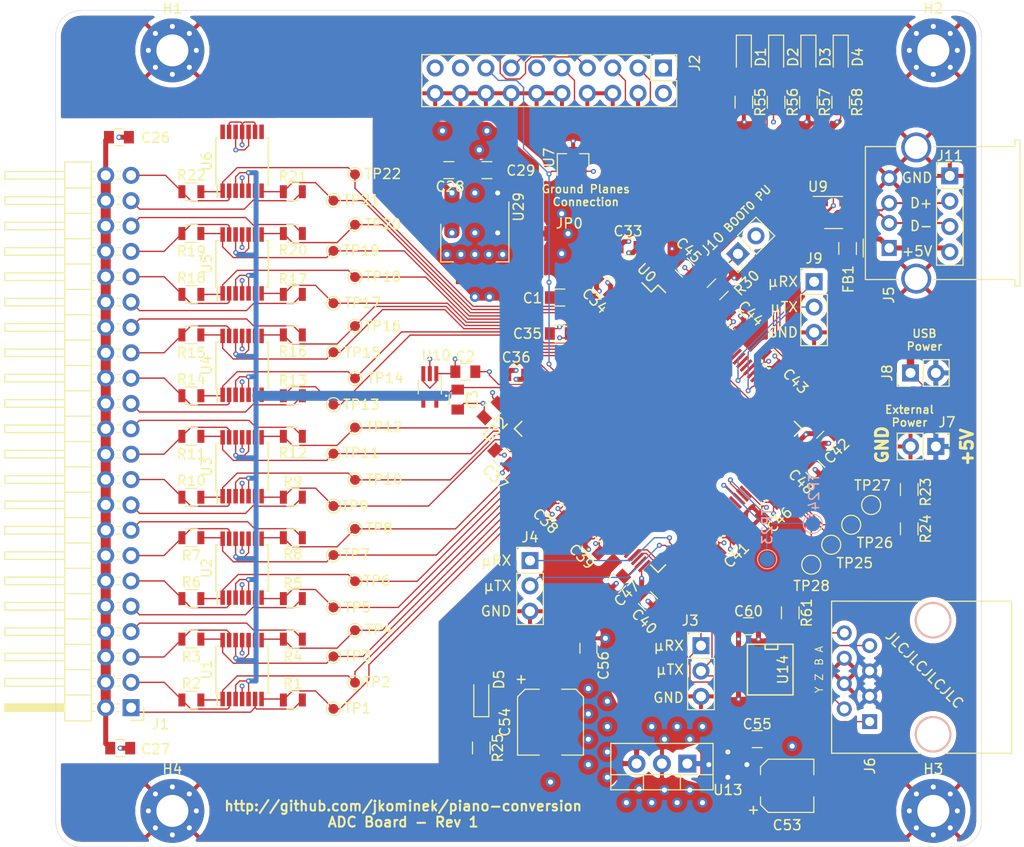
<source format=kicad_pcb>
(kicad_pcb (version 20171130) (host pcbnew "(5.1.7)-1")
  (layers (0 F.Cu signal) (1 In1.Cu signal hide) (2 In2.Cu signal hide) (31 B.Cu signal) (34 B.Paste user hide) (35 F.Paste user hide) (36 B.SilkS user) (37 F.SilkS user) (38 B.Mask user hide) (39 F.Mask user hide) (44 Edge.Cuts user))
  (net 0 "")
  (net 1 +3.3VA)
  (net 2 GNDA)
  (net 3 +5V)
  (net 4 /VREF+)
  (net 5 +3V3)
  (net 6 GNDD)
  (net 7 /VCAP1)
  (net 8 /VCAP2)
  (net 9 /LED1)
  (net 10 "Net-(D1-Pad1)")
  (net 11 "Net-(D2-Pad1)")
  (net 12 /LED2)
  (net 13 /LED3)
  (net 14 "Net-(D3-Pad1)")
  (net 15 "Net-(D4-Pad1)")
  (net 16 /LED4)
  (net 17 "/Analog Input/Sen22R")
  (net 18 "/Analog Input/Sen21R")
  (net 19 "/Analog Input/Sen20R")
  (net 20 "/Analog Input/Sen19R")
  (net 21 "/Analog Input/Sen18R")
  (net 22 "/Analog Input/Sen17R")
  (net 23 "/Analog Input/Sen16R")
  (net 24 "/Analog Input/Sen15R")
  (net 25 "/Analog Input/Sen14R")
  (net 26 "/Analog Input/Sen13R")
  (net 27 "/Analog Input/Sen12R")
  (net 28 "/Analog Input/Sen11R")
  (net 29 "/Analog Input/Sen10R")
  (net 30 "/Analog Input/Sen9R")
  (net 31 "/Analog Input/Sen8R")
  (net 32 "/Analog Input/Sen7R")
  (net 33 "/Analog Input/Sen6R")
  (net 34 "/Analog Input/Sen5R")
  (net 35 "/Analog Input/Sen4R")
  (net 36 "/Analog Input/Sen3R")
  (net 37 "/Analog Input/Sen2R")
  (net 38 "/Analog Input/Sen1R")
  (net 39 /NRST)
  (net 40 /JTDO)
  (net 41 /JTCK)
  (net 42 /JTMS)
  (net 43 /JTDI)
  (net 44 /JNTRST)
  (net 45 /USART1_TX)
  (net 46 /USART1_RX)
  (net 47 /USB_D-)
  (net 48 /USB_D+)
  (net 49 /RS485/A)
  (net 50 /RS485/B)
  (net 51 /RS485/Z)
  (net 52 /RS485/Y)
  (net 53 /BOOT0)
  (net 54 /Sen1)
  (net 55 /Sen2)
  (net 56 /Sen3)
  (net 57 /Sen4)
  (net 58 /Sen5)
  (net 59 /Sen6)
  (net 60 /Sen7)
  (net 61 /Sen8)
  (net 62 /Sen9)
  (net 63 /Sen10)
  (net 64 /Sen11)
  (net 65 /Sen12)
  (net 66 /Sen13)
  (net 67 /Sen14)
  (net 68 /Sen15)
  (net 69 /Sen16)
  (net 70 /Sen17)
  (net 71 /Sen18)
  (net 72 /Sen19)
  (net 73 /Sen20)
  (net 74 /Sen21)
  (net 75 /Sen22)
  (net 76 "Net-(TP23-Pad1)")
  (net 77 "Net-(TP24-Pad1)")
  (net 78 "Net-(TP25-Pad1)")
  (net 79 "Net-(TP26-Pad1)")
  (net 80 "Net-(TP27-Pad1)")
  (net 81 "Net-(TP28-Pad1)")
  (net 82 /USB_OTG_FS_D+)
  (net 83 /USB_OTG_FS_D-)
  (net 84 /USB_VBUS)
  (net 85 /VBUS_SENSE)
  (net 86 /USART3_TX)
  (net 87 /USART3_RX)
  (net 88 /USART2_TX)
  (net 89 /USART2_RX)
  (net 90 "Net-(FB1-Pad2)")
  (net 91 "Net-(D5-Pad1)")
  (module Pin_Headers:Pin_Header_Straight_1x03_Pitch2.54mm (layer F.Cu) (at 96.367146 110.636979)
    (fp_text reference J3 (at -1.077631 -2.514472) (layer F.SilkS))
    (fp_text value USART3)
    (pad 3 thru_hole oval (at 0 5.08) (size 1.7 1.7) (drill 1) (layers *.Cu *.Mask) (net 6 GNDD))
    (pad 2 thru_hole oval (at 0 2.54) (size 1.7 1.7) (drill 1) (layers *.Cu *.Mask) (net 86 /USART3_TX))
    (pad 1 thru_hole rect (at 0 0) (size 1.7 1.7) (drill 1) (layers *.Cu *.Mask) (net 87 /USART3_RX))
  )
  (module Pin_Headers:Pin_Header_Straight_1x04_Pitch2.54mm (layer F.Cu) (at 121.285 63.5635)
    (fp_text reference J11 (at 0 -2) (layer F.SilkS))
    (fp_text value "USB Header")
    (pad 4 thru_hole oval (at 0 7.62) (size 1.7 1.7) (drill 1) (layers *.Cu *.Mask) (net 90 "Net-(FB1-Pad2)"))
    (pad 3 thru_hole oval (at 0 5.08) (size 1.7 1.7) (drill 1) (layers *.Cu *.Mask) (net 47 /USB_D-))
    (pad 2 thru_hole oval (at 0 2.54) (size 1.7 1.7) (drill 1) (layers *.Cu *.Mask) (net 48 /USB_D+))
    (pad 1 thru_hole rect (at 0 0) (size 1.7 1.7) (drill 1) (layers *.Cu *.Mask) (net 6 GNDD))
  )
  (module TO_SOT_Packages_SMD:SOT-353_SC-70-5_Handsoldering (layer F.Cu) (at 69.215 84.709 270)
    (fp_text reference U10 (at -3.175 -0.635 180) (layer F.SilkS))
    (fp_text value MIC5366-2.0YC5)
    (pad 5 smd rect (at 1.33 -0.65 270) (size 1.5 0.4) (layers F.Cu F.Paste F.Mask) (net 4 /VREF+))
    (pad 4 smd rect (at 1.33 0.65 270) (size 1.5 0.4) (layers F.Cu F.Paste F.Mask))
    (pad 3 smd rect (at -1.33 0.65 270) (size 1.5 0.4) (layers F.Cu F.Paste F.Mask) (net 1 +3.3VA))
    (pad 2 smd rect (at -1.33 0 270) (size 1.5 0.4) (layers F.Cu F.Paste F.Mask) (net 2 GNDA))
    (pad 1 smd rect (at -1.33 -0.65 270) (size 1.5 0.4) (layers F.Cu F.Paste F.Mask) (net 1 +3.3VA))
  )
  (module Capacitors_SMD:C_0805 (layer F.Cu) (at 72.771 83.185)
    (fp_text reference C2 (at 0 -1.5) (layer F.SilkS))
    (fp_text value 2.2uF)
    (pad 1 smd rect (at -1 0) (size 1 1.25) (layers F.Cu F.Paste F.Mask) (net 1 +3.3VA))
    (pad 2 smd rect (at 1 0) (size 1 1.25) (layers F.Cu F.Paste F.Mask) (net 2 GNDA))
  )
  (module Capacitors_SMD:C_0805 (layer F.Cu) (at 72.009 85.979 270)
    (fp_text reference C3 (at 0 -1.5 90) (layer F.SilkS))
    (fp_text value 2.2uF)
    (pad 2 smd rect (at 1 0 270) (size 1 1.25) (layers F.Cu F.Paste F.Mask) (net 2 GNDA))
    (pad 1 smd rect (at -1 0 270) (size 1 1.25) (layers F.Cu F.Paste F.Mask) (net 4 /VREF+))
  )
  (module jumpers:SolderJumper-2_P1.3mm_Bridged_RoundedPad1.0x1.5mm (layer F.Cu) (at 80.518 69.342 180)
    (fp_text reference JP0 (at -2.667 1.016 180) (layer F.SilkS))
    (fp_text value SolderJumper_2_Bridged)
    (fp_poly (pts (xy 0.25 -0.3) (xy -0.25 -0.3) (xy -0.25 0.3) (xy 0.25 0.3)) (layer F.Cu) (width 0))
    (pad 2 smd custom (at 0.65 0 180) (size 1 0.5) (layers F.Cu F.Mask) (net 2 GNDA) (options (clearance outline) (anchor rect)) (primitives (gr_circle (center 0 0.25) (end 0.5 0.25) (width 0)) (gr_circle (center 0 -0.25) (end 0.5 -0.25) (width 0)) (gr_poly (pts (xy 0 -0.75) (xy -0.5 -0.75) (xy -0.5 0.75) (xy 0 0.75)) (width 0))))
    (pad 1 smd custom (at -0.65 0 180) (size 1 0.5) (layers F.Cu F.Mask) (net 6 GNDD) (options (clearance outline) (anchor rect)) (primitives (gr_circle (center 0 0.25) (end 0.5 0.25) (width 0)) (gr_circle (center 0 -0.25) (end 0.5 -0.25) (width 0)) (gr_poly (pts (xy 0 -0.75) (xy 0.5 -0.75) (xy 0.5 0.75) (xy 0 0.75)) (width 0))))
  )
  (module Connectors:RJ45_8 (layer F.Cu) (at 113.2586 118.2456 90)
    (fp_text reference J6 (at -4.4364 0.0254 90) (layer F.SilkS))
    (fp_text value 54601-908WPLF)
    (pad 8 thru_hole circle (at 8.89 -2.54 90) (size 1.5 1.5) (drill 0.9) (layers *.Cu *.Mask) (net 49 /RS485/A))
    (pad 7 thru_hole circle (at 7.62 0 90) (size 1.5 1.5) (drill 0.9) (layers *.Cu *.Mask) (net 50 /RS485/B))
    (pad 6 thru_hole circle (at 6.35 -2.54 90) (size 1.5 1.5) (drill 0.9) (layers *.Cu *.Mask) (net 6 GNDD))
    (pad 5 thru_hole circle (at 5.08 0 90) (size 1.5 1.5) (drill 0.9) (layers *.Cu *.Mask) (net 3 +5V))
    (pad 4 thru_hole circle (at 3.81 -2.54 90) (size 1.5 1.5) (drill 0.9) (layers *.Cu *.Mask) (net 6 GNDD))
    (pad 3 thru_hole circle (at 2.54 0 90) (size 1.5 1.5) (drill 0.9) (layers *.Cu *.Mask) (net 3 +5V))
    (pad 2 thru_hole circle (at 1.27 -2.54 90) (size 1.5 1.5) (drill 0.9) (layers *.Cu *.Mask) (net 51 /RS485/Z))
    (pad 1 thru_hole rect (at 0 0 90) (size 1.5 1.5) (drill 0.9) (layers *.Cu *.Mask) (net 52 /RS485/Y))
    (pad "" np_thru_hole circle (at -1.27 6.35 90) (size 3.65 3.65) (drill 3.25) (layers *.Cu *.SilkS *.Mask))
    (pad "" np_thru_hole circle (at 10.162 6.35 90) (size 3.65 3.65) (drill 3.25) (layers *.Cu *.SilkS *.Mask))
  )
  (module Capacitors_SMD:C_0805 (layer F.Cu) (at 38.084 59.69 180)
    (fp_text reference C26 (at -3.666 -0.06) (layer F.SilkS))
    (fp_text value 1uF)
    (pad 2 smd rect (at 1 0 180) (size 1 1.25) (layers F.Cu F.Paste F.Mask) (net 1 +3.3VA))
    (pad 1 smd rect (at -1 0 180) (size 1 1.25) (layers F.Cu F.Paste F.Mask) (net 2 GNDA))
  )
  (module Capacitors_SMD:C_0805 (layer F.Cu) (at 38.211 120.904 180)
    (fp_text reference C27 (at -3.539 -0.096) (layer F.SilkS))
    (fp_text value 1uF)
    (pad 1 smd rect (at -1 0 180) (size 1 1.25) (layers F.Cu F.Paste F.Mask) (net 2 GNDA))
    (pad 2 smd rect (at 1 0 180) (size 1 1.25) (layers F.Cu F.Paste F.Mask) (net 1 +3.3VA))
  )
  (module Capacitors_SMD:C_0805 (layer F.Cu) (at 71.12 62.992)
    (fp_text reference C28 (at 0.127 1.651) (layer F.SilkS))
    (fp_text value 4.7uF)
    (pad 1 smd rect (at -1 0) (size 1 1.25) (layers F.Cu F.Paste F.Mask) (net 1 +3.3VA))
    (pad 2 smd rect (at 1 0) (size 1 1.25) (layers F.Cu F.Paste F.Mask) (net 2 GNDA))
  )
  (module Capacitors_SMD:C_0805 (layer F.Cu) (at 74.93 62.992 180)
    (fp_text reference C29 (at -3.3995 -0.04) (layer F.SilkS))
    (fp_text value 4.7uF)
    (pad 2 smd rect (at 1 0 180) (size 1 1.25) (layers F.Cu F.Paste F.Mask) (net 2 GNDA))
    (pad 1 smd rect (at -1 0 180) (size 1 1.25) (layers F.Cu F.Paste F.Mask) (net 3 +5V))
  )
  (module Capacitors_SMD:C_0805 (layer F.Cu) (at 75.3745 87.0585 225)
    (fp_text reference C32 (at 1.107329 -1.638366 45) (layer F.SilkS))
    (fp_text value DC33)
    (pad 2 smd rect (at 1 0 225) (size 1 1.25) (layers F.Cu F.Paste F.Mask) (net 2 GNDA))
    (pad 1 smd rect (at -1 0 225) (size 1 1.25) (layers F.Cu F.Paste F.Mask) (net 1 +3.3VA))
  )
  (module Capacitors_SMD:C_0805 (layer F.Cu) (at 89.1148 70.705 180)
    (fp_text reference C33 (at 0.0548 1.595) (layer F.SilkS))
    (fp_text value 4.7uF)
    (pad 1 smd rect (at -1 0 180) (size 1 1.25) (layers F.Cu F.Paste F.Mask) (net 5 +3V3))
    (pad 2 smd rect (at 1 0 180) (size 1 1.25) (layers F.Cu F.Paste F.Mask) (net 6 GNDD))
  )
  (module Capacitors_SMD:C_0805 (layer F.Cu) (at 86.614 74.676 135)
    (fp_text reference C34 (at -0.35921 -1.616446 135) (layer F.SilkS))
    (fp_text value DC6)
    (pad 2 smd rect (at 1 0 135) (size 1 1.25) (layers F.Cu F.Paste F.Mask) (net 6 GNDD))
    (pad 1 smd rect (at -1 0 135) (size 1 1.25) (layers F.Cu F.Paste F.Mask) (net 5 +3V3))
  )
  (module Capacitors_SMD:C_0805 (layer F.Cu) (at 82.2325 79.3623 180)
    (fp_text reference C35 (at 3.2385 -0.0127) (layer F.SilkS))
    (fp_text value DC17)
    (pad 1 smd rect (at -1 0 180) (size 1 1.25) (layers F.Cu F.Paste F.Mask) (net 5 +3V3))
    (pad 2 smd rect (at 1 0 180) (size 1 1.25) (layers F.Cu F.Paste F.Mask) (net 6 GNDD))
  )
  (module Capacitors_SMD:C_0805 (layer F.Cu) (at 77.867 83.5025 180)
    (fp_text reference C36 (at 0 1.7525) (layer F.SilkS))
    (fp_text value DC30)
    (pad 2 smd rect (at 1 0 180) (size 1 1.25) (layers F.Cu F.Paste F.Mask) (net 6 GNDD))
    (pad 1 smd rect (at -1 0 180) (size 1 1.25) (layers F.Cu F.Paste F.Mask) (net 5 +3V3))
  )
  (module Capacitors_SMD:C_0805 (layer F.Cu) (at 76.454 91.7575 135)
    (fp_text reference C37 (at -0.911107 -1.906713 135) (layer F.SilkS))
    (fp_text value DC39)
    (pad 1 smd rect (at -1 0 135) (size 1 1.25) (layers F.Cu F.Paste F.Mask) (net 5 +3V3))
    (pad 2 smd rect (at 1 0 135) (size 1 1.25) (layers F.Cu F.Paste F.Mask) (net 6 GNDD))
  )
  (module Capacitors_SMD:C_0805 (layer F.Cu) (at 81.8515 97.0915 135)
    (fp_text reference C38 (at 0 -1.5 135) (layer F.SilkS))
    (fp_text value DC52)
    (pad 2 smd rect (at 1 0 135) (size 1 1.25) (layers F.Cu F.Paste F.Mask) (net 6 GNDD))
    (pad 1 smd rect (at -1 0 135) (size 1 1.25) (layers F.Cu F.Paste F.Mask) (net 5 +3V3))
  )
  (module Capacitors_SMD:C_0805 (layer F.Cu) (at 85.471 100.6475 135)
    (fp_text reference C39 (at 0 -1.5 135) (layer F.SilkS))
    (fp_text value DC62)
    (pad 1 smd rect (at -1 0 135) (size 1 1.25) (layers F.Cu F.Paste F.Mask) (net 5 +3V3))
    (pad 2 smd rect (at 1 0 135) (size 1 1.25) (layers F.Cu F.Paste F.Mask) (net 6 GNDD))
  )
  (module Capacitors_SMD:C_0805 (layer F.Cu) (at 91.059 106.172 315)
    (fp_text reference C40 (at 1.167433 1.706249 135) (layer F.SilkS))
    (fp_text value DC72)
    (pad 2 smd rect (at 1 0 315) (size 1 1.25) (layers F.Cu F.Paste F.Mask) (net 6 GNDD))
    (pad 1 smd rect (at -1 0 315) (size 1 1.25) (layers F.Cu F.Paste F.Mask) (net 5 +3V3))
  )
  (module Capacitors_SMD:C_0805 (layer F.Cu) (at 98.860893 100.529107 225)
    (fp_text reference C41 (at 0 -1.5 45) (layer F.SilkS))
    (fp_text value DC84)
    (pad 1 smd rect (at -1 0 225) (size 1 1.25) (layers F.Cu F.Paste F.Mask) (net 5 +3V3))
    (pad 2 smd rect (at 1 0 225) (size 1 1.25) (layers F.Cu F.Paste F.Mask) (net 6 GNDD))
  )
  (module Capacitors_SMD:C_0805 (layer F.Cu) (at 108.911107 90.097893 225)
    (fp_text reference C42 (at 0 -1.5 45) (layer F.SilkS))
    (fp_text value DC108)
    (pad 2 smd rect (at 1 0 225) (size 1 1.25) (layers F.Cu F.Paste F.Mask) (net 6 GNDD))
    (pad 1 smd rect (at -1 0 225) (size 1 1.25) (layers F.Cu F.Paste F.Mask) (net 5 +3V3))
  )
  (module Capacitors_SMD:C_0805 (layer F.Cu) (at 103.407493 81.969893 315)
    (fp_text reference C43 (at 3.232892 -0.179605 135) (layer F.SilkS))
    (fp_text value DC121)
    (pad 1 smd rect (at -1 0 315) (size 1 1.25) (layers F.Cu F.Paste F.Mask) (net 5 +3V3))
    (pad 2 smd rect (at 1 0 315) (size 1 1.25) (layers F.Cu F.Paste F.Mask) (net 6 GNDD))
  )
  (module Capacitors_SMD:C_0805 (layer F.Cu) (at 99.826093 78.032893 315)
    (fp_text reference C44 (at 0.586909 -1.562565 135) (layer F.SilkS))
    (fp_text value DC131)
    (pad 2 smd rect (at 1 0 315) (size 1 1.25) (layers F.Cu F.Paste F.Mask) (net 6 GNDD))
    (pad 1 smd rect (at -1 0 315) (size 1 1.25) (layers F.Cu F.Paste F.Mask) (net 5 +3V3))
  )
  (module Capacitors_SMD:C_0805 (layer F.Cu) (at 94.746093 72.749693 135)
    (fp_text reference C45 (at 0.975656 1.508683 135) (layer F.SilkS))
    (fp_text value DC144)
    (pad 1 smd rect (at -1 0 135) (size 1 1.25) (layers F.Cu F.Paste F.Mask) (net 5 +3V3))
    (pad 2 smd rect (at 1 0 135) (size 1 1.25) (layers F.Cu F.Paste F.Mask) (net 6 GNDD))
  )
  (module Capacitors_SMD:C_0805 (layer F.Cu) (at 103.178893 96.973107 225)
    (fp_text reference C46 (at 0 -1.5 45) (layer F.SilkS))
    (fp_text value DC95)
    (pad 2 smd rect (at 1 0 225) (size 1 1.25) (layers F.Cu F.Paste F.Mask) (net 6 GNDD))
    (pad 1 smd rect (at -1 0 225) (size 1 1.25) (layers F.Cu F.Paste F.Mask) (net 5 +3V3))
  )
  (module Capacitors_SMD:C_0805 (layer F.Cu) (at 87.884 104.394 225)
    (fp_text reference C47 (at 0 -1.5 45) (layer F.SilkS))
    (fp_text value 2.2uF)
    (pad 2 smd rect (at 1 0 225) (size 1 1.25) (layers F.Cu F.Paste F.Mask) (net 6 GNDD))
    (pad 1 smd rect (at -1 0 225) (size 1 1.25) (layers F.Cu F.Paste F.Mask) (net 7 /VCAP1))
  )
  (module Capacitors_SMD:C_0805 (layer F.Cu) (at 107.823 93.0148 315)
    (fp_text reference C48 (at -0.176777 1.858757 135) (layer F.SilkS))
    (fp_text value 2.2uF)
    (pad 1 smd rect (at -1 0 315) (size 1 1.25) (layers F.Cu F.Paste F.Mask) (net 8 /VCAP2))
    (pad 2 smd rect (at 1 0 315) (size 1 1.25) (layers F.Cu F.Paste F.Mask) (net 6 GNDD))
  )
  (module Capacitors_SMD:C_0805 (layer F.Cu) (at 101.1268 108.6866)
    (fp_text reference C60 (at 0 -1.5) (layer F.SilkS))
    (fp_text value DC)
    (pad 2 smd rect (at 1 0) (size 1 1.25) (layers F.Cu F.Paste F.Mask) (net 6 GNDD))
    (pad 1 smd rect (at -1 0) (size 1 1.25) (layers F.Cu F.Paste F.Mask) (net 5 +3V3))
  )
  (module LEDs:LED_0805_HandSoldering (layer F.Cu) (at 100.6602 51.6674 270)
    (fp_text reference D1 (at 0 -1.7 90) (layer F.SilkS))
    (fp_text value LED)
    (pad 2 smd rect (at 1.35 0 270) (size 1.5 1.3) (layers F.Cu F.Paste F.Mask) (net 9 /LED1))
    (pad 1 smd rect (at -1.35 0 270) (size 1.5 1.3) (layers F.Cu F.Paste F.Mask) (net 10 "Net-(D1-Pad1)"))
  )
  (module LEDs:LED_0805_HandSoldering (layer F.Cu) (at 103.894466 51.6674 270)
    (fp_text reference D2 (at 0 -1.7 90) (layer F.SilkS))
    (fp_text value LED)
    (pad 1 smd rect (at -1.35 0 270) (size 1.5 1.3) (layers F.Cu F.Paste F.Mask) (net 11 "Net-(D2-Pad1)"))
    (pad 2 smd rect (at 1.35 0 270) (size 1.5 1.3) (layers F.Cu F.Paste F.Mask) (net 12 /LED2))
  )
  (module LEDs:LED_0805_HandSoldering (layer F.Cu) (at 107.128732 51.6674 270)
    (fp_text reference D3 (at 0 -1.7 90) (layer F.SilkS))
    (fp_text value LED)
    (pad 2 smd rect (at 1.35 0 270) (size 1.5 1.3) (layers F.Cu F.Paste F.Mask) (net 13 /LED3))
    (pad 1 smd rect (at -1.35 0 270) (size 1.5 1.3) (layers F.Cu F.Paste F.Mask) (net 14 "Net-(D3-Pad1)"))
  )
  (module LEDs:LED_0805_HandSoldering (layer F.Cu) (at 110.363 51.6674 270)
    (fp_text reference D4 (at 0 -1.7 90) (layer F.SilkS))
    (fp_text value LED)
    (pad 1 smd rect (at -1.35 0 270) (size 1.5 1.3) (layers F.Cu F.Paste F.Mask) (net 15 "Net-(D4-Pad1)"))
    (pad 2 smd rect (at 1.35 0 270) (size 1.5 1.3) (layers F.Cu F.Paste F.Mask) (net 16 /LED4))
  )
  (module Pin_Headers:Pin_Header_Angled_2x22_Pitch2.54mm (layer F.Cu) (at 39.3 116.85 180)
    (fp_text reference J1 (at -2.95 -1.65) (layer F.SilkS))
    (fp_text value BHR-44-HUA)
    (pad 44 thru_hole oval (at 2.54 53.34 180) (size 1.7 1.7) (drill 1) (layers *.Cu *.Mask) (net 1 +3.3VA))
    (pad 43 thru_hole oval (at 0 53.34 180) (size 1.7 1.7) (drill 1) (layers *.Cu *.Mask) (net 17 "/Analog Input/Sen22R"))
    (pad 42 thru_hole oval (at 2.54 50.8 180) (size 1.7 1.7) (drill 1) (layers *.Cu *.Mask) (net 1 +3.3VA))
    (pad 41 thru_hole oval (at 0 50.8 180) (size 1.7 1.7) (drill 1) (layers *.Cu *.Mask) (net 18 "/Analog Input/Sen21R"))
    (pad 40 thru_hole oval (at 2.54 48.26 180) (size 1.7 1.7) (drill 1) (layers *.Cu *.Mask) (net 1 +3.3VA))
    (pad 39 thru_hole oval (at 0 48.26 180) (size 1.7 1.7) (drill 1) (layers *.Cu *.Mask) (net 19 "/Analog Input/Sen20R"))
    (pad 38 thru_hole oval (at 2.54 45.72 180) (size 1.7 1.7) (drill 1) (layers *.Cu *.Mask) (net 1 +3.3VA))
    (pad 37 thru_hole oval (at 0 45.72 180) (size 1.7 1.7) (drill 1) (layers *.Cu *.Mask) (net 20 "/Analog Input/Sen19R"))
    (pad 36 thru_hole oval (at 2.54 43.18 180) (size 1.7 1.7) (drill 1) (layers *.Cu *.Mask) (net 1 +3.3VA))
    (pad 35 thru_hole oval (at 0 43.18 180) (size 1.7 1.7) (drill 1) (layers *.Cu *.Mask) (net 21 "/Analog Input/Sen18R"))
    (pad 34 thru_hole oval (at 2.54 40.64 180) (size 1.7 1.7) (drill 1) (layers *.Cu *.Mask) (net 1 +3.3VA))
    (pad 33 thru_hole oval (at 0 40.64 180) (size 1.7 1.7) (drill 1) (layers *.Cu *.Mask) (net 22 "/Analog Input/Sen17R"))
    (pad 32 thru_hole oval (at 2.54 38.1 180) (size 1.7 1.7) (drill 1) (layers *.Cu *.Mask) (net 1 +3.3VA))
    (pad 31 thru_hole oval (at 0 38.1 180) (size 1.7 1.7) (drill 1) (layers *.Cu *.Mask) (net 23 "/Analog Input/Sen16R"))
    (pad 30 thru_hole oval (at 2.54 35.56 180) (size 1.7 1.7) (drill 1) (layers *.Cu *.Mask) (net 1 +3.3VA))
    (pad 29 thru_hole oval (at 0 35.56 180) (size 1.7 1.7) (drill 1) (layers *.Cu *.Mask) (net 24 "/Analog Input/Sen15R"))
    (pad 28 thru_hole oval (at 2.54 33.02 180) (size 1.7 1.7) (drill 1) (layers *.Cu *.Mask) (net 1 +3.3VA))
    (pad 27 thru_hole oval (at 0 33.02 180) (size 1.7 1.7) (drill 1) (layers *.Cu *.Mask) (net 25 "/Analog Input/Sen14R"))
    (pad 26 thru_hole oval (at 2.54 30.48 180) (size 1.7 1.7) (drill 1) (layers *.Cu *.Mask) (net 1 +3.3VA))
    (pad 25 thru_hole oval (at 0 30.48 180) (size 1.7 1.7) (drill 1) (layers *.Cu *.Mask) (net 26 "/Analog Input/Sen13R"))
    (pad 24 thru_hole oval (at 2.54 27.94 180) (size 1.7 1.7) (drill 1) (layers *.Cu *.Mask) (net 1 +3.3VA))
    (pad 23 thru_hole oval (at 0 27.94 180) (size 1.7 1.7) (drill 1) (layers *.Cu *.Mask) (net 27 "/Analog Input/Sen12R"))
    (pad 22 thru_hole oval (at 2.54 25.4 180) (size 1.7 1.7) (drill 1) (layers *.Cu *.Mask) (net 1 +3.3VA))
    (pad 21 thru_hole oval (at 0 25.4 180) (size 1.7 1.7) (drill 1) (layers *.Cu *.Mask) (net 28 "/Analog Input/Sen11R"))
    (pad 20 thru_hole oval (at 2.54 22.86 180) (size 1.7 1.7) (drill 1) (layers *.Cu *.Mask) (net 1 +3.3VA))
    (pad 19 thru_hole oval (at 0 22.86 180) (size 1.7 1.7) (drill 1) (layers *.Cu *.Mask) (net 29 "/Analog Input/Sen10R"))
    (pad 18 thru_hole oval (at 2.54 20.32 180) (size 1.7 1.7) (drill 1) (layers *.Cu *.Mask) (net 1 +3.3VA))
    (pad 17 thru_hole oval (at 0 20.32 180) (size 1.7 1.7) (drill 1) (layers *.Cu *.Mask) (net 30 "/Analog Input/Sen9R"))
    (pad 16 thru_hole oval (at 2.54 17.78 180) (size 1.7 1.7) (drill 1) (layers *.Cu *.Mask) (net 1 +3.3VA))
    (pad 15 thru_hole oval (at 0 17.78 180) (size 1.7 1.7) (drill 1) (layers *.Cu *.Mask) (net 31 "/Analog Input/Sen8R"))
    (pad 14 thru_hole oval (at 2.54 15.24 180) (size 1.7 1.7) (drill 1) (layers *.Cu *.Mask) (net 1 +3.3VA))
    (pad 13 thru_hole oval (at 0 15.24 180) (size 1.7 1.7) (drill 1) (layers *.Cu *.Mask) (net 32 "/Analog Input/Sen7R"))
    (pad 12 thru_hole oval (at 2.54 12.7 180) (size 1.7 1.7) (drill 1) (layers *.Cu *.Mask) (net 1 +3.3VA))
    (pad 11 thru_hole oval (at 0 12.7 180) (size 1.7 1.7) (drill 1) (layers *.Cu *.Mask) (net 33 "/Analog Input/Sen6R"))
    (pad 10 thru_hole oval (at 2.54 10.16 180) (size 1.7 1.7) (drill 1) (layers *.Cu *.Mask) (net 1 +3.3VA))
    (pad 9 thru_hole oval (at 0 10.16 180) (size 1.7 1.7) (drill 1) (layers *.Cu *.Mask) (net 34 "/Analog Input/Sen5R"))
    (pad 8 thru_hole oval (at 2.54 7.62 180) (size 1.7 1.7) (drill 1) (layers *.Cu *.Mask) (net 1 +3.3VA))
    (pad 7 thru_hole oval (at 0 7.62 180) (size 1.7 1.7) (drill 1) (layers *.Cu *.Mask) (net 35 "/Analog Input/Sen4R"))
    (pad 6 thru_hole oval (at 2.54 5.08 180) (size 1.7 1.7) (drill 1) (layers *.Cu *.Mask) (net 1 +3.3VA))
    (pad 5 thru_hole oval (at 0 5.08 180) (size 1.7 1.7) (drill 1) (layers *.Cu *.Mask) (net 36 "/Analog Input/Sen3R"))
    (pad 4 thru_hole oval (at 2.54 2.54 180) (size 1.7 1.7) (drill 1) (layers *.Cu *.Mask) (net 1 +3.3VA))
    (pad 3 thru_hole oval (at 0 2.54 180) (size 1.7 1.7) (drill 1) (layers *.Cu *.Mask) (net 37 "/Analog Input/Sen2R"))
    (pad 2 thru_hole oval (at 2.54 0 180) (size 1.7 1.7) (drill 1) (layers *.Cu *.Mask) (net 1 +3.3VA))
    (pad 1 thru_hole rect (at 0 0 180) (size 1.7 1.7) (drill 1) (layers *.Cu *.Mask) (net 38 "/Analog Input/Sen1R"))
  )
  (module Pin_Headers:Pin_Header_Straight_2x10_Pitch2.54mm (layer F.Cu) (at 92.6084 52.75 270)
    (fp_text reference J2 (at -0.4872 -3.1416 90) (layer F.SilkS))
    (fp_text value ST-LINK/V2)
    (pad 20 thru_hole oval (at 2.54 22.86 270) (size 1.7 1.7) (drill 1) (layers *.Cu *.Mask) (net 6 GNDD))
    (pad 19 thru_hole oval (at 0 22.86 270) (size 1.7 1.7) (drill 1) (layers *.Cu *.Mask))
    (pad 18 thru_hole oval (at 2.54 20.32 270) (size 1.7 1.7) (drill 1) (layers *.Cu *.Mask) (net 6 GNDD))
    (pad 17 thru_hole oval (at 0 20.32 270) (size 1.7 1.7) (drill 1) (layers *.Cu *.Mask))
    (pad 16 thru_hole oval (at 2.54 17.78 270) (size 1.7 1.7) (drill 1) (layers *.Cu *.Mask) (net 6 GNDD))
    (pad 15 thru_hole oval (at 0 17.78 270) (size 1.7 1.7) (drill 1) (layers *.Cu *.Mask) (net 39 /NRST))
    (pad 14 thru_hole oval (at 2.54 15.24 270) (size 1.7 1.7) (drill 1) (layers *.Cu *.Mask) (net 6 GNDD))
    (pad 13 thru_hole oval (at 0 15.24 270) (size 1.7 1.7) (drill 1) (layers *.Cu *.Mask) (net 40 /JTDO))
    (pad 12 thru_hole oval (at 2.54 12.7 270) (size 1.7 1.7) (drill 1) (layers *.Cu *.Mask) (net 6 GNDD))
    (pad 11 thru_hole oval (at 0 12.7 270) (size 1.7 1.7) (drill 1) (layers *.Cu *.Mask))
    (pad 10 thru_hole oval (at 2.54 10.16 270) (size 1.7 1.7) (drill 1) (layers *.Cu *.Mask) (net 6 GNDD))
    (pad 9 thru_hole oval (at 0 10.16 270) (size 1.7 1.7) (drill 1) (layers *.Cu *.Mask) (net 41 /JTCK))
    (pad 8 thru_hole oval (at 2.54 7.62 270) (size 1.7 1.7) (drill 1) (layers *.Cu *.Mask) (net 6 GNDD))
    (pad 7 thru_hole oval (at 0 7.62 270) (size 1.7 1.7) (drill 1) (layers *.Cu *.Mask) (net 42 /JTMS))
    (pad 6 thru_hole oval (at 2.54 5.08 270) (size 1.7 1.7) (drill 1) (layers *.Cu *.Mask) (net 6 GNDD))
    (pad 5 thru_hole oval (at 0 5.08 270) (size 1.7 1.7) (drill 1) (layers *.Cu *.Mask) (net 43 /JTDI))
    (pad 4 thru_hole oval (at 2.54 2.54 270) (size 1.7 1.7) (drill 1) (layers *.Cu *.Mask) (net 6 GNDD))
    (pad 3 thru_hole oval (at 0 2.54 270) (size 1.7 1.7) (drill 1) (layers *.Cu *.Mask) (net 44 /JNTRST))
    (pad 2 thru_hole oval (at 2.54 0 270) (size 1.7 1.7) (drill 1) (layers *.Cu *.Mask) (net 5 +3V3))
    (pad 1 thru_hole rect (at 0 0 270) (size 1.7 1.7) (drill 1) (layers *.Cu *.Mask) (net 5 +3V3))
  )
  (module usbconnectors:USB_A_Molex_67643_Horizontal (layer F.Cu) (at 115.2144 70.7898 90)
    (fp_text reference J5 (at -4.7117 -0.0254 90) (layer F.SilkS))
    (fp_text value UE27AC5410H)
    (pad 5 thru_hole circle (at -3.07 2.71 90) (size 3 3) (drill 2.3) (layers *.Cu *.Mask) (net 6 GNDD))
    (pad 5 thru_hole circle (at 10.07 2.71 90) (size 3 3) (drill 2.3) (layers *.Cu *.Mask) (net 6 GNDD))
    (pad 1 thru_hole rect (at 0 0 90) (size 1.6 1.5) (drill 0.95) (layers *.Cu *.Mask) (net 90 "Net-(FB1-Pad2)"))
    (pad 2 thru_hole circle (at 2.5 0 90) (size 1.6 1.6) (drill 0.95) (layers *.Cu *.Mask) (net 47 /USB_D-))
    (pad 3 thru_hole circle (at 4.5 0 90) (size 1.6 1.6) (drill 0.95) (layers *.Cu *.Mask) (net 48 /USB_D+))
    (pad 4 thru_hole circle (at 7 0 90) (size 1.6 1.6) (drill 0.95) (layers *.Cu *.Mask) (net 6 GNDD))
  )
  (module Resistors_SMD:R_0805 (layer F.Cu) (at 55.499 116.078 180)
    (fp_text reference R1 (at 0 1.651) (layer F.SilkS))
    (fp_text value 1800)
    (pad 1 smd rect (at -0.95 0 180) (size 0.7 1.3) (layers F.Cu F.Paste F.Mask) (net 38 "/Analog Input/Sen1R"))
    (pad 2 smd rect (at 0.95 0 180) (size 0.7 1.3) (layers F.Cu F.Paste F.Mask) (net 54 /Sen1))
  )
  (module Resistors_SMD:R_0805 (layer F.Cu) (at 45.339 116.078)
    (fp_text reference R2 (at 0 -1.65) (layer F.SilkS))
    (fp_text value 1800)
    (pad 2 smd rect (at 0.95 0) (size 0.7 1.3) (layers F.Cu F.Paste F.Mask) (net 55 /Sen2))
    (pad 1 smd rect (at -0.95 0) (size 0.7 1.3) (layers F.Cu F.Paste F.Mask) (net 37 "/Analog Input/Sen2R"))
  )
  (module Resistors_SMD:R_0805 (layer F.Cu) (at 45.339 109.982)
    (fp_text reference R3 (at 0 1.778) (layer F.SilkS))
    (fp_text value 1800)
    (pad 2 smd rect (at 0.95 0) (size 0.7 1.3) (layers F.Cu F.Paste F.Mask) (net 56 /Sen3))
    (pad 1 smd rect (at -0.95 0) (size 0.7 1.3) (layers F.Cu F.Paste F.Mask) (net 36 "/Analog Input/Sen3R"))
  )
  (module Resistors_SMD:R_0805 (layer F.Cu) (at 55.499 109.982 180)
    (fp_text reference R4 (at 0 -1.778) (layer F.SilkS))
    (fp_text value 1800)
    (pad 1 smd rect (at -0.95 0 180) (size 0.7 1.3) (layers F.Cu F.Paste F.Mask) (net 35 "/Analog Input/Sen4R"))
    (pad 2 smd rect (at 0.95 0 180) (size 0.7 1.3) (layers F.Cu F.Paste F.Mask) (net 57 /Sen4))
  )
  (module Resistors_SMD:R_0805 (layer F.Cu) (at 55.499 105.918 180)
    (fp_text reference R5 (at 0 1.525 180) (layer F.SilkS))
    (fp_text value 1800)
    (pad 2 smd rect (at 0.95 0 180) (size 0.7 1.3) (layers F.Cu F.Paste F.Mask) (net 58 /Sen5))
    (pad 1 smd rect (at -0.95 0 180) (size 0.7 1.3) (layers F.Cu F.Paste F.Mask) (net 34 "/Analog Input/Sen5R"))
  )
  (module Resistors_SMD:R_0805 (layer F.Cu) (at 45.339 105.918)
    (fp_text reference R6 (at 0 -1.65 -180) (layer F.SilkS))
    (fp_text value 1800)
    (pad 1 smd rect (at -0.95 0) (size 0.7 1.3) (layers F.Cu F.Paste F.Mask) (net 33 "/Analog Input/Sen6R"))
    (pad 2 smd rect (at 0.95 0) (size 0.7 1.3) (layers F.Cu F.Paste F.Mask) (net 59 /Sen6))
  )
  (module Resistors_SMD:R_0805 (layer F.Cu) (at 45.339 99.822)
    (fp_text reference R7 (at 0 1.779) (layer F.SilkS))
    (fp_text value 1800)
    (pad 2 smd rect (at 0.95 0) (size 0.7 1.3) (layers F.Cu F.Paste F.Mask) (net 60 /Sen7))
    (pad 1 smd rect (at -0.95 0) (size 0.7 1.3) (layers F.Cu F.Paste F.Mask) (net 32 "/Analog Input/Sen7R"))
  )
  (module Resistors_SMD:R_0805 (layer F.Cu) (at 55.499 99.822 180)
    (fp_text reference R8 (at 0 -1.65) (layer F.SilkS))
    (fp_text value 1800)
    (pad 1 smd rect (at -0.95 0 180) (size 0.7 1.3) (layers F.Cu F.Paste F.Mask) (net 31 "/Analog Input/Sen8R"))
    (pad 2 smd rect (at 0.95 0 180) (size 0.7 1.3) (layers F.Cu F.Paste F.Mask) (net 61 /Sen8))
  )
  (module Resistors_SMD:R_0805 (layer F.Cu) (at 55.499 95.758 180)
    (fp_text reference R9 (at 0 1.525 180) (layer F.SilkS))
    (fp_text value 1800)
    (pad 2 smd rect (at 0.95 0 180) (size 0.7 1.3) (layers F.Cu F.Paste F.Mask) (net 62 /Sen9))
    (pad 1 smd rect (at -0.95 0 180) (size 0.7 1.3) (layers F.Cu F.Paste F.Mask) (net 30 "/Analog Input/Sen9R"))
  )
  (module Resistors_SMD:R_0805 (layer F.Cu) (at 45.339 95.758)
    (fp_text reference R10 (at 0 -1.65 -180) (layer F.SilkS))
    (fp_text value 1800)
    (pad 1 smd rect (at -0.95 0) (size 0.7 1.3) (layers F.Cu F.Paste F.Mask) (net 29 "/Analog Input/Sen10R"))
    (pad 2 smd rect (at 0.95 0) (size 0.7 1.3) (layers F.Cu F.Paste F.Mask) (net 63 /Sen10))
  )
  (module Resistors_SMD:R_0805 (layer F.Cu) (at 45.339 89.662)
    (fp_text reference R11 (at 0 1.779) (layer F.SilkS))
    (fp_text value 1800)
    (pad 2 smd rect (at 0.95 0) (size 0.7 1.3) (layers F.Cu F.Paste F.Mask) (net 64 /Sen11))
    (pad 1 smd rect (at -0.95 0) (size 0.7 1.3) (layers F.Cu F.Paste F.Mask) (net 28 "/Analog Input/Sen11R"))
  )
  (module Resistors_SMD:R_0805 (layer F.Cu) (at 55.499 89.662 180)
    (fp_text reference R12 (at 0 -1.65) (layer F.SilkS))
    (fp_text value 1800)
    (pad 1 smd rect (at -0.95 0 180) (size 0.7 1.3) (layers F.Cu F.Paste F.Mask) (net 27 "/Analog Input/Sen12R"))
    (pad 2 smd rect (at 0.95 0 180) (size 0.7 1.3) (layers F.Cu F.Paste F.Mask) (net 65 /Sen12))
  )
  (module Resistors_SMD:R_0805 (layer F.Cu) (at 55.499 85.598 180)
    (fp_text reference R13 (at 0 1.525 180) (layer F.SilkS))
    (fp_text value 1800)
    (pad 1 smd rect (at -0.95 0 180) (size 0.7 1.3) (layers F.Cu F.Paste F.Mask) (net 26 "/Analog Input/Sen13R"))
    (pad 2 smd rect (at 0.95 0 180) (size 0.7 1.3) (layers F.Cu F.Paste F.Mask) (net 66 /Sen13))
  )
  (module Resistors_SMD:R_0805 (layer F.Cu) (at 45.339 85.598)
    (fp_text reference R14 (at 0 -1.65 -180) (layer F.SilkS))
    (fp_text value 1800)
    (pad 2 smd rect (at 0.95 0) (size 0.7 1.3) (layers F.Cu F.Paste F.Mask) (net 67 /Sen14))
    (pad 1 smd rect (at -0.95 0) (size 0.7 1.3) (layers F.Cu F.Paste F.Mask) (net 25 "/Analog Input/Sen14R"))
  )
  (module Resistors_SMD:R_0805 (layer F.Cu) (at 45.339 79.502)
    (fp_text reference R15 (at 0 1.779) (layer F.SilkS))
    (fp_text value 1800)
    (pad 1 smd rect (at -0.95 0) (size 0.7 1.3) (layers F.Cu F.Paste F.Mask) (net 24 "/Analog Input/Sen15R"))
    (pad 2 smd rect (at 0.95 0) (size 0.7 1.3) (layers F.Cu F.Paste F.Mask) (net 68 /Sen15))
  )
  (module Resistors_SMD:R_0805 (layer F.Cu) (at 55.499 79.502 180)
    (fp_text reference R16 (at 0 -1.65) (layer F.SilkS))
    (fp_text value 1800)
    (pad 2 smd rect (at 0.95 0 180) (size 0.7 1.3) (layers F.Cu F.Paste F.Mask) (net 69 /Sen16))
    (pad 1 smd rect (at -0.95 0 180) (size 0.7 1.3) (layers F.Cu F.Paste F.Mask) (net 23 "/Analog Input/Sen16R"))
  )
  (module Resistors_SMD:R_0805 (layer F.Cu) (at 55.499 75.438 180)
    (fp_text reference R17 (at 0 1.525 180) (layer F.SilkS))
    (fp_text value 1800)
    (pad 2 smd rect (at 0.95 0 180) (size 0.7 1.3) (layers F.Cu F.Paste F.Mask) (net 70 /Sen17))
    (pad 1 smd rect (at -0.95 0 180) (size 0.7 1.3) (layers F.Cu F.Paste F.Mask) (net 22 "/Analog Input/Sen17R"))
  )
  (module Resistors_SMD:R_0805 (layer F.Cu) (at 45.339 75.438)
    (fp_text reference R18 (at 0 -1.65 -180) (layer F.SilkS))
    (fp_text value 1800)
    (pad 2 smd rect (at 0.95 0) (size 0.7 1.3) (layers F.Cu F.Paste F.Mask) (net 71 /Sen18))
    (pad 1 smd rect (at -0.95 0) (size 0.7 1.3) (layers F.Cu F.Paste F.Mask) (net 21 "/Analog Input/Sen18R"))
  )
  (module Resistors_SMD:R_0805 (layer F.Cu) (at 45.339 69.342)
    (fp_text reference R19 (at 0 1.779) (layer F.SilkS))
    (fp_text value 1800)
    (pad 1 smd rect (at -0.95 0) (size 0.7 1.3) (layers F.Cu F.Paste F.Mask) (net 20 "/Analog Input/Sen19R"))
    (pad 2 smd rect (at 0.95 0) (size 0.7 1.3) (layers F.Cu F.Paste F.Mask) (net 72 /Sen19))
  )
  (module Resistors_SMD:R_0805 (layer F.Cu) (at 55.499 69.342 180)
    (fp_text reference R20 (at 0 -1.65) (layer F.SilkS))
    (fp_text value 1800)
    (pad 2 smd rect (at 0.95 0 180) (size 0.7 1.3) (layers F.Cu F.Paste F.Mask) (net 73 /Sen20))
    (pad 1 smd rect (at -0.95 0 180) (size 0.7 1.3) (layers F.Cu F.Paste F.Mask) (net 19 "/Analog Input/Sen20R"))
  )
  (module Resistors_SMD:R_0805 (layer F.Cu) (at 55.499 65.151 180)
    (fp_text reference R21 (at 0 1.525 180) (layer F.SilkS))
    (fp_text value 1800)
    (pad 1 smd rect (at -0.95 0 180) (size 0.7 1.3) (layers F.Cu F.Paste F.Mask) (net 18 "/Analog Input/Sen21R"))
    (pad 2 smd rect (at 0.95 0 180) (size 0.7 1.3) (layers F.Cu F.Paste F.Mask) (net 74 /Sen21))
  )
  (module Resistors_SMD:R_0805 (layer F.Cu) (at 45.339 65.151)
    (fp_text reference R22 (at 0 -1.65 -180) (layer F.SilkS))
    (fp_text value 1800)
    (pad 2 smd rect (at 0.95 0) (size 0.7 1.3) (layers F.Cu F.Paste F.Mask) (net 75 /Sen22))
    (pad 1 smd rect (at -0.95 0) (size 0.7 1.3) (layers F.Cu F.Paste F.Mask) (net 17 "/Analog Input/Sen22R"))
  )
  (module Resistors_SMD:R_0805 (layer F.Cu) (at 98.044 74.93 45)
    (fp_text reference R30 (at 2.514472 1.616446 45) (layer F.SilkS))
    (fp_text value 10k)
    (pad 2 smd rect (at 0.949999 0 45) (size 0.7 1.3) (layers F.Cu F.Paste F.Mask) (net 6 GNDD))
    (pad 1 smd rect (at -0.95 0 45) (size 0.7 1.3) (layers F.Cu F.Paste F.Mask) (net 53 /BOOT0))
  )
  (module Resistors_SMD:R_0805 (layer F.Cu) (at 100.6602 56.1848 270)
    (fp_text reference R55 (at 0 -1.65 90) (layer F.SilkS))
    (fp_text value CL)
    (pad 2 smd rect (at 0.95 0 270) (size 0.7 1.3) (layers F.Cu F.Paste F.Mask) (net 6 GNDD))
    (pad 1 smd rect (at -0.95 0 270) (size 0.7 1.3) (layers F.Cu F.Paste F.Mask) (net 10 "Net-(D1-Pad1)"))
  )
  (module Resistors_SMD:R_0805 (layer F.Cu) (at 103.894466 56.1848 270)
    (fp_text reference R56 (at 0 -1.65 90) (layer F.SilkS))
    (fp_text value CL)
    (pad 1 smd rect (at -0.95 0 270) (size 0.7 1.3) (layers F.Cu F.Paste F.Mask) (net 11 "Net-(D2-Pad1)"))
    (pad 2 smd rect (at 0.95 0 270) (size 0.7 1.3) (layers F.Cu F.Paste F.Mask) (net 6 GNDD))
  )
  (module Resistors_SMD:R_0805 (layer F.Cu) (at 107.128732 56.1848 270)
    (fp_text reference R57 (at 0 -1.65 90) (layer F.SilkS))
    (fp_text value CL)
    (pad 2 smd rect (at 0.95 0 270) (size 0.7 1.3) (layers F.Cu F.Paste F.Mask) (net 6 GNDD))
    (pad 1 smd rect (at -0.95 0 270) (size 0.7 1.3) (layers F.Cu F.Paste F.Mask) (net 14 "Net-(D3-Pad1)"))
  )
  (module Resistors_SMD:R_0805 (layer F.Cu) (at 110.363 56.1848 270)
    (fp_text reference R58 (at 0 -1.65 90) (layer F.SilkS))
    (fp_text value CL)
    (pad 1 smd rect (at -0.95 0 270) (size 0.7 1.3) (layers F.Cu F.Paste F.Mask) (net 15 "Net-(D4-Pad1)"))
    (pad 2 smd rect (at 0.95 0 270) (size 0.7 1.3) (layers F.Cu F.Paste F.Mask) (net 6 GNDD))
  )
  (module Resistors_SMD:R_0805 (layer F.Cu) (at 105.3084 107.3404 270)
    (fp_text reference R61 (at 0 -1.65 90) (layer F.SilkS))
    (fp_text value 120)
    (pad 1 smd rect (at -0.95 0 270) (size 0.7 1.3) (layers F.Cu F.Paste F.Mask) (net 50 /RS485/B))
    (pad 2 smd rect (at 0.95 0 270) (size 0.7 1.3) (layers F.Cu F.Paste F.Mask) (net 49 /RS485/A))
  )
  (module Testpoint:TestPoint_Pad_D1.5mm (layer B.Cu) (at 102.997 101.981)
    (fp_text reference TP23 (at 0 -3.3038 -90) (layer B.SilkS) (effects (justify mirror)))
    (fp_text value TestPoint_Small)
    (pad 1 smd circle (at 0 0) (size 1.5 1.5) (layers B.Cu B.Mask) (net 76 "Net-(TP23-Pad1)"))
  )
  (module Testpoint:TestPoint_Pad_D1.5mm (layer B.Cu) (at 107.569 98.425)
    (fp_text reference TP24 (at 0.1258 -3.1556 -90) (layer B.SilkS) (effects (justify mirror)))
    (fp_text value TestPoint_Small)
    (pad 1 smd circle (at 0 0) (size 1.5 1.5) (layers B.Cu B.Mask) (net 77 "Net-(TP24-Pad1)"))
  )
  (module Testpoint:TestPoint_Pad_D1.5mm (layer F.Cu) (at 109.412 100.524)
    (fp_text reference TP25 (at 2.348 1.838) (layer F.SilkS))
    (fp_text value TestPoint_Small hide)
    (pad 1 smd circle (at 0 0) (size 1.5 1.5) (layers F.Cu F.Mask) (net 78 "Net-(TP25-Pad1)"))
  )
  (module Testpoint:TestPoint_Pad_D1.5mm (layer F.Cu) (at 111.412 98.524)
    (fp_text reference TP26 (at 2.38 1.806) (layer F.SilkS))
    (fp_text value TestPoint_Small hide)
    (pad 1 smd circle (at 0 0) (size 1.5 1.5) (layers F.Cu F.Mask) (net 79 "Net-(TP26-Pad1)"))
  )
  (module Testpoint:TestPoint_Pad_D1.5mm (layer F.Cu) (at 113.412 96.542)
    (fp_text reference TP27 (at 0.126 -1.9685) (layer F.SilkS))
    (fp_text value TestPoint_Small hide)
    (pad 1 smd circle (at 0 0) (size 1.5 1.5) (layers F.Cu F.Mask) (net 80 "Net-(TP27-Pad1)"))
  )
  (module Testpoint:TestPoint_Pad_D1.5mm (layer F.Cu) (at 107.412 102.524)
    (fp_text reference TP28 (at 0.03 2.124) (layer F.SilkS))
    (fp_text value TestPoint_Small hide)
    (pad 1 smd circle (at 0 0) (size 1.5 1.5) (layers F.Cu F.Mask) (net 81 "Net-(TP28-Pad1)"))
  )
  (module Housings_QFP:LQFP-144_20x20mm_Pitch0.5mm (layer F.Cu) (at 92.075 88.9 315)
    (fp_text reference U0 (at -11.853938 -10.237492 135) (layer F.SilkS))
    (fp_text value STM32H743ZITx)
    (pad 144 smd rect (at -8.75 -10.7 45) (size 1.55 0.3) (layers F.Cu F.Paste F.Mask) (net 5 +3V3))
    (pad 143 smd rect (at -8.25 -10.7 45) (size 1.55 0.3) (layers F.Cu F.Paste F.Mask) (net 5 +3V3))
    (pad 142 smd rect (at -7.75 -10.7 45) (size 1.55 0.3) (layers F.Cu F.Paste F.Mask) (net 9 /LED1))
    (pad 141 smd rect (at -7.25 -10.7 45) (size 1.55 0.3) (layers F.Cu F.Paste F.Mask) (net 12 /LED2))
    (pad 140 smd rect (at -6.75 -10.7 45) (size 1.55 0.3) (layers F.Cu F.Paste F.Mask))
    (pad 139 smd rect (at -6.25 -10.7 45) (size 1.55 0.3) (layers F.Cu F.Paste F.Mask))
    (pad 138 smd rect (at -5.75 -10.7 45) (size 1.55 0.3) (layers F.Cu F.Paste F.Mask) (net 53 /BOOT0))
    (pad 137 smd rect (at -5.25 -10.7 45) (size 1.55 0.3) (layers F.Cu F.Paste F.Mask))
    (pad 136 smd rect (at -4.75 -10.7 45) (size 1.55 0.3) (layers F.Cu F.Paste F.Mask))
    (pad 135 smd rect (at -4.25 -10.7 45) (size 1.55 0.3) (layers F.Cu F.Paste F.Mask))
    (pad 134 smd rect (at -3.75 -10.7 45) (size 1.55 0.3) (layers F.Cu F.Paste F.Mask) (net 44 /JNTRST))
    (pad 133 smd rect (at -3.25 -10.7 45) (size 1.55 0.3) (layers F.Cu F.Paste F.Mask) (net 40 /JTDO))
    (pad 132 smd rect (at -2.75 -10.7 45) (size 1.55 0.3) (layers F.Cu F.Paste F.Mask))
    (pad 131 smd rect (at -2.25 -10.7 45) (size 1.55 0.3) (layers F.Cu F.Paste F.Mask) (net 5 +3V3))
    (pad 130 smd rect (at -1.75 -10.7 45) (size 1.55 0.3) (layers F.Cu F.Paste F.Mask) (net 6 GNDD))
    (pad 129 smd rect (at -1.25 -10.7 45) (size 1.55 0.3) (layers F.Cu F.Paste F.Mask))
    (pad 128 smd rect (at -0.75 -10.7 45) (size 1.55 0.3) (layers F.Cu F.Paste F.Mask))
    (pad 127 smd rect (at -0.25 -10.7 45) (size 1.55 0.3) (layers F.Cu F.Paste F.Mask))
    (pad 126 smd rect (at 0.25 -10.7 45) (size 1.55 0.3) (layers F.Cu F.Paste F.Mask))
    (pad 125 smd rect (at 0.75 -10.7 45) (size 1.55 0.3) (layers F.Cu F.Paste F.Mask))
    (pad 124 smd rect (at 1.25 -10.7 45) (size 1.55 0.3) (layers F.Cu F.Paste F.Mask))
    (pad 123 smd rect (at 1.75 -10.7 45) (size 1.55 0.3) (layers F.Cu F.Paste F.Mask))
    (pad 122 smd rect (at 2.25 -10.7 45) (size 1.55 0.3) (layers F.Cu F.Paste F.Mask) (net 89 /USART2_RX))
    (pad 121 smd rect (at 2.75 -10.7 45) (size 1.55 0.3) (layers F.Cu F.Paste F.Mask) (net 5 +3V3))
    (pad 120 smd rect (at 3.25 -10.7 45) (size 1.55 0.3) (layers F.Cu F.Paste F.Mask) (net 6 GNDD))
    (pad 119 smd rect (at 3.75 -10.7 45) (size 1.55 0.3) (layers F.Cu F.Paste F.Mask) (net 88 /USART2_TX))
    (pad 118 smd rect (at 4.25 -10.7 45) (size 1.55 0.3) (layers F.Cu F.Paste F.Mask))
    (pad 117 smd rect (at 4.75 -10.7 45) (size 1.55 0.3) (layers F.Cu F.Paste F.Mask))
    (pad 116 smd rect (at 5.25 -10.7 45) (size 1.55 0.3) (layers F.Cu F.Paste F.Mask))
    (pad 115 smd rect (at 5.75 -10.7 45) (size 1.55 0.3) (layers F.Cu F.Paste F.Mask))
    (pad 114 smd rect (at 6.25 -10.7 45) (size 1.55 0.3) (layers F.Cu F.Paste F.Mask))
    (pad 113 smd rect (at 6.75 -10.7 45) (size 1.55 0.3) (layers F.Cu F.Paste F.Mask) (net 13 /LED3))
    (pad 112 smd rect (at 7.25 -10.7 45) (size 1.55 0.3) (layers F.Cu F.Paste F.Mask))
    (pad 111 smd rect (at 7.75 -10.7 45) (size 1.55 0.3) (layers F.Cu F.Paste F.Mask) (net 16 /LED4))
    (pad 110 smd rect (at 8.25 -10.7 45) (size 1.55 0.3) (layers F.Cu F.Paste F.Mask) (net 43 /JTDI))
    (pad 109 smd rect (at 8.75 -10.7 45) (size 1.55 0.3) (layers F.Cu F.Paste F.Mask) (net 41 /JTCK))
    (pad 108 smd rect (at 10.7 -8.75 315) (size 1.55 0.3) (layers F.Cu F.Paste F.Mask) (net 5 +3V3))
    (pad 107 smd rect (at 10.7 -8.25 315) (size 1.55 0.3) (layers F.Cu F.Paste F.Mask) (net 6 GNDD))
    (pad 106 smd rect (at 10.7 -7.75 315) (size 1.55 0.3) (layers F.Cu F.Paste F.Mask) (net 8 /VCAP2))
    (pad 105 smd rect (at 10.7 -7.25 315) (size 1.55 0.3) (layers F.Cu F.Paste F.Mask) (net 42 /JTMS))
    (pad 104 smd rect (at 10.7 -6.75 315) (size 1.55 0.3) (layers F.Cu F.Paste F.Mask) (net 82 /USB_OTG_FS_D+))
    (pad 103 smd rect (at 10.7 -6.25 315) (size 1.55 0.3) (layers F.Cu F.Paste F.Mask) (net 83 /USB_OTG_FS_D-))
    (pad 102 smd rect (at 10.7 -5.75 315) (size 1.55 0.3) (layers F.Cu F.Paste F.Mask) (net 80 "Net-(TP27-Pad1)"))
    (pad 101 smd rect (at 10.7 -5.25 315) (size 1.55 0.3) (layers F.Cu F.Paste F.Mask) (net 85 /VBUS_SENSE))
    (pad 100 smd rect (at 10.7 -4.75 315) (size 1.55 0.3) (layers F.Cu F.Paste F.Mask) (net 79 "Net-(TP26-Pad1)"))
    (pad 99 smd rect (at 10.7 -4.25 315) (size 1.55 0.3) (layers F.Cu F.Paste F.Mask) (net 78 "Net-(TP25-Pad1)"))
    (pad 98 smd rect (at 10.7 -3.75 315) (size 1.55 0.3) (layers F.Cu F.Paste F.Mask) (net 81 "Net-(TP28-Pad1)"))
    (pad 97 smd rect (at 10.7 -3.25 315) (size 1.55 0.3) (layers F.Cu F.Paste F.Mask))
    (pad 96 smd rect (at 10.7 -2.75 315) (size 1.55 0.3) (layers F.Cu F.Paste F.Mask))
    (pad 95 smd rect (at 10.7 -2.25 315) (size 1.55 0.3) (layers F.Cu F.Paste F.Mask) (net 5 +3V3))
    (pad 94 smd rect (at 10.7 -1.75 315) (size 1.55 0.3) (layers F.Cu F.Paste F.Mask) (net 6 GNDD))
    (pad 93 smd rect (at 10.7 -1.25 315) (size 1.55 0.3) (layers F.Cu F.Paste F.Mask) (net 77 "Net-(TP24-Pad1)"))
    (pad 92 smd rect (at 10.7 -0.75 315) (size 1.55 0.3) (layers F.Cu F.Paste F.Mask) (net 76 "Net-(TP23-Pad1)"))
    (pad 91 smd rect (at 10.7 -0.25 315) (size 1.55 0.3) (layers F.Cu F.Paste F.Mask))
    (pad 90 smd rect (at 10.7 0.25 315) (size 1.55 0.3) (layers F.Cu F.Paste F.Mask))
    (pad 89 smd rect (at 10.7 0.75 315) (size 1.55 0.3) (layers F.Cu F.Paste F.Mask))
    (pad 88 smd rect (at 10.7 1.25 315) (size 1.55 0.3) (layers F.Cu F.Paste F.Mask))
    (pad 87 smd rect (at 10.7 1.75 315) (size 1.55 0.3) (layers F.Cu F.Paste F.Mask))
    (pad 86 smd rect (at 10.7 2.25 315) (size 1.55 0.3) (layers F.Cu F.Paste F.Mask))
    (pad 85 smd rect (at 10.7 2.75 315) (size 1.55 0.3) (layers F.Cu F.Paste F.Mask))
    (pad 84 smd rect (at 10.7 3.25 315) (size 1.55 0.3) (layers F.Cu F.Paste F.Mask) (net 5 +3V3))
    (pad 83 smd rect (at 10.7 3.75 315) (size 1.55 0.3) (layers F.Cu F.Paste F.Mask) (net 6 GNDD))
    (pad 82 smd rect (at 10.7 4.25 315) (size 1.55 0.3) (layers F.Cu F.Paste F.Mask))
    (pad 81 smd rect (at 10.7 4.75 315) (size 1.55 0.3) (layers F.Cu F.Paste F.Mask))
    (pad 80 smd rect (at 10.7 5.25 315) (size 1.55 0.3) (layers F.Cu F.Paste F.Mask))
    (pad 79 smd rect (at 10.7 5.75 315) (size 1.55 0.3) (layers F.Cu F.Paste F.Mask))
    (pad 78 smd rect (at 10.7 6.25 315) (size 1.55 0.3) (layers F.Cu F.Paste F.Mask))
    (pad 77 smd rect (at 10.7 6.75 315) (size 1.55 0.3) (layers F.Cu F.Paste F.Mask))
    (pad 76 smd rect (at 10.7 7.25 315) (size 1.55 0.3) (layers F.Cu F.Paste F.Mask) (net 46 /USART1_RX))
    (pad 75 smd rect (at 10.7 7.75 315) (size 1.55 0.3) (layers F.Cu F.Paste F.Mask) (net 45 /USART1_TX))
    (pad 74 smd rect (at 10.7 8.25 315) (size 1.55 0.3) (layers F.Cu F.Paste F.Mask))
    (pad 73 smd rect (at 10.7 8.75 315) (size 1.55 0.3) (layers F.Cu F.Paste F.Mask))
    (pad 72 smd rect (at 8.75 10.7 45) (size 1.55 0.3) (layers F.Cu F.Paste F.Mask) (net 5 +3V3))
    (pad 71 smd rect (at 8.25 10.7 45) (size 1.55 0.3) (layers F.Cu F.Paste F.Mask) (net 7 /VCAP1))
    (pad 70 smd rect (at 7.75 10.7 45) (size 1.55 0.3) (layers F.Cu F.Paste F.Mask) (net 87 /USART3_RX))
    (pad 69 smd rect (at 7.25 10.7 45) (size 1.55 0.3) (layers F.Cu F.Paste F.Mask) (net 86 /USART3_TX))
    (pad 68 smd rect (at 6.75 10.7 45) (size 1.55 0.3) (layers F.Cu F.Paste F.Mask))
    (pad 67 smd rect (at 6.25 10.7 45) (size 1.55 0.3) (layers F.Cu F.Paste F.Mask))
    (pad 66 smd rect (at 5.75 10.7 45) (size 1.55 0.3) (layers F.Cu F.Paste F.Mask))
    (pad 65 smd rect (at 5.25 10.7 45) (size 1.55 0.3) (layers F.Cu F.Paste F.Mask))
    (pad 64 smd rect (at 4.75 10.7 45) (size 1.55 0.3) (layers F.Cu F.Paste F.Mask))
    (pad 63 smd rect (at 4.25 10.7 45) (size 1.55 0.3) (layers F.Cu F.Paste F.Mask))
    (pad 62 smd rect (at 3.75 10.7 45) (size 1.55 0.3) (layers F.Cu F.Paste F.Mask) (net 5 +3V3))
    (pad 61 smd rect (at 3.25 10.7 45) (size 1.55 0.3) (layers F.Cu F.Paste F.Mask) (net 6 GNDD))
    (pad 60 smd rect (at 2.75 10.7 45) (size 1.55 0.3) (layers F.Cu F.Paste F.Mask))
    (pad 59 smd rect (at 2.25 10.7 45) (size 1.55 0.3) (layers F.Cu F.Paste F.Mask))
    (pad 58 smd rect (at 1.75 10.7 45) (size 1.55 0.3) (layers F.Cu F.Paste F.Mask))
    (pad 57 smd rect (at 1.25 10.7 45) (size 1.55 0.3) (layers F.Cu F.Paste F.Mask))
    (pad 56 smd rect (at 0.75 10.7 45) (size 1.55 0.3) (layers F.Cu F.Paste F.Mask))
    (pad 55 smd rect (at 0.25 10.7 45) (size 1.55 0.3) (layers F.Cu F.Paste F.Mask))
    (pad 54 smd rect (at -0.25 10.7 45) (size 1.55 0.3) (layers F.Cu F.Paste F.Mask))
    (pad 53 smd rect (at -0.75 10.7 45) (size 1.55 0.3) (layers F.Cu F.Paste F.Mask))
    (pad 52 smd rect (at -1.25 10.7 45) (size 1.55 0.3) (layers F.Cu F.Paste F.Mask) (net 5 +3V3))
    (pad 51 smd rect (at -1.75 10.7 45) (size 1.55 0.3) (layers F.Cu F.Paste F.Mask) (net 6 GNDD))
    (pad 50 smd rect (at -2.25 10.7 45) (size 1.55 0.3) (layers F.Cu F.Paste F.Mask))
    (pad 49 smd rect (at -2.75 10.7 45) (size 1.55 0.3) (layers F.Cu F.Paste F.Mask))
    (pad 48 smd rect (at -3.25 10.7 45) (size 1.55 0.3) (layers F.Cu F.Paste F.Mask))
    (pad 47 smd rect (at -3.75 10.7 45) (size 1.55 0.3) (layers F.Cu F.Paste F.Mask) (net 54 /Sen1))
    (pad 46 smd rect (at -4.25 10.7 45) (size 1.55 0.3) (layers F.Cu F.Paste F.Mask) (net 55 /Sen2))
    (pad 45 smd rect (at -4.75 10.7 45) (size 1.55 0.3) (layers F.Cu F.Paste F.Mask) (net 56 /Sen3))
    (pad 44 smd rect (at -5.25 10.7 45) (size 1.55 0.3) (layers F.Cu F.Paste F.Mask) (net 57 /Sen4))
    (pad 43 smd rect (at -5.75 10.7 45) (size 1.55 0.3) (layers F.Cu F.Paste F.Mask) (net 58 /Sen5))
    (pad 42 smd rect (at -6.25 10.7 45) (size 1.55 0.3) (layers F.Cu F.Paste F.Mask) (net 59 /Sen6))
    (pad 41 smd rect (at -6.75 10.7 45) (size 1.55 0.3) (layers F.Cu F.Paste F.Mask) (net 60 /Sen7))
    (pad 40 smd rect (at -7.25 10.7 45) (size 1.55 0.3) (layers F.Cu F.Paste F.Mask) (net 61 /Sen8))
    (pad 39 smd rect (at -7.75 10.7 45) (size 1.55 0.3) (layers F.Cu F.Paste F.Mask) (net 5 +3V3))
    (pad 38 smd rect (at -8.25 10.7 45) (size 1.55 0.3) (layers F.Cu F.Paste F.Mask) (net 6 GNDD))
    (pad 37 smd rect (at -8.75 10.7 45) (size 1.55 0.3) (layers F.Cu F.Paste F.Mask) (net 62 /Sen9))
    (pad 36 smd rect (at -10.7 8.75 315) (size 1.55 0.3) (layers F.Cu F.Paste F.Mask) (net 65 /Sen12))
    (pad 35 smd rect (at -10.7 8.25 315) (size 1.55 0.3) (layers F.Cu F.Paste F.Mask) (net 64 /Sen11))
    (pad 34 smd rect (at -10.7 7.75 315) (size 1.55 0.3) (layers F.Cu F.Paste F.Mask) (net 63 /Sen10))
    (pad 33 smd rect (at -10.7 7.25 315) (size 1.55 0.3) (layers F.Cu F.Paste F.Mask) (net 1 +3.3VA))
    (pad 32 smd rect (at -10.7 6.75 315) (size 1.55 0.3) (layers F.Cu F.Paste F.Mask) (net 4 /VREF+))
    (pad 31 smd rect (at -10.7 6.25 315) (size 1.55 0.3) (layers F.Cu F.Paste F.Mask) (net 2 GNDA))
    (pad 30 smd rect (at -10.7 5.75 315) (size 1.55 0.3) (layers F.Cu F.Paste F.Mask) (net 5 +3V3))
    (pad 29 smd rect (at -10.7 5.25 315) (size 1.55 0.3) (layers F.Cu F.Paste F.Mask))
    (pad 28 smd rect (at -10.7 4.75 315) (size 1.55 0.3) (layers F.Cu F.Paste F.Mask))
    (pad 27 smd rect (at -10.7 4.25 315) (size 1.55 0.3) (layers F.Cu F.Paste F.Mask) (net 66 /Sen13))
    (pad 26 smd rect (at -10.7 3.75 315) (size 1.55 0.3) (layers F.Cu F.Paste F.Mask) (net 67 /Sen14))
    (pad 25 smd rect (at -10.7 3.25 315) (size 1.55 0.3) (layers F.Cu F.Paste F.Mask) (net 39 /NRST))
    (pad 24 smd rect (at -10.7 2.75 315) (size 1.55 0.3) (layers F.Cu F.Paste F.Mask))
    (pad 23 smd rect (at -10.7 2.25 315) (size 1.55 0.3) (layers F.Cu F.Paste F.Mask))
    (pad 22 smd rect (at -10.7 1.75 315) (size 1.55 0.3) (layers F.Cu F.Paste F.Mask) (net 68 /Sen15))
    (pad 21 smd rect (at -10.7 1.25 315) (size 1.55 0.3) (layers F.Cu F.Paste F.Mask) (net 69 /Sen16))
    (pad 20 smd rect (at -10.7 0.75 315) (size 1.55 0.3) (layers F.Cu F.Paste F.Mask) (net 70 /Sen17))
    (pad 19 smd rect (at -10.7 0.25 315) (size 1.55 0.3) (layers F.Cu F.Paste F.Mask) (net 71 /Sen18))
    (pad 18 smd rect (at -10.7 -0.25 315) (size 1.55 0.3) (layers F.Cu F.Paste F.Mask) (net 72 /Sen19))
    (pad 17 smd rect (at -10.7 -0.75 315) (size 1.55 0.3) (layers F.Cu F.Paste F.Mask) (net 5 +3V3))
    (pad 16 smd rect (at -10.7 -1.25 315) (size 1.55 0.3) (layers F.Cu F.Paste F.Mask) (net 6 GNDD))
    (pad 15 smd rect (at -10.7 -1.75 315) (size 1.55 0.3) (layers F.Cu F.Paste F.Mask) (net 73 /Sen20))
    (pad 14 smd rect (at -10.7 -2.25 315) (size 1.55 0.3) (layers F.Cu F.Paste F.Mask) (net 74 /Sen21))
    (pad 13 smd rect (at -10.7 -2.75 315) (size 1.55 0.3) (layers F.Cu F.Paste F.Mask) (net 75 /Sen22))
    (pad 12 smd rect (at -10.7 -3.25 315) (size 1.55 0.3) (layers F.Cu F.Paste F.Mask))
    (pad 11 smd rect (at -10.7 -3.75 315) (size 1.55 0.3) (layers F.Cu F.Paste F.Mask))
    (pad 10 smd rect (at -10.7 -4.25 315) (size 1.55 0.3) (layers F.Cu F.Paste F.Mask))
    (pad 9 smd rect (at -10.7 -4.75 315) (size 1.55 0.3) (layers F.Cu F.Paste F.Mask))
    (pad 8 smd rect (at -10.7 -5.25 315) (size 1.55 0.3) (layers F.Cu F.Paste F.Mask))
    (pad 7 smd rect (at -10.7 -5.75 315) (size 1.55 0.3) (layers F.Cu F.Paste F.Mask))
    (pad 6 smd rect (at -10.7 -6.25 315) (size 1.55 0.3) (layers F.Cu F.Paste F.Mask) (net 5 +3V3))
    (pad 5 smd rect (at -10.7 -6.75 315) (size 1.55 0.3) (layers F.Cu F.Paste F.Mask))
    (pad 4 smd rect (at -10.7 -7.25 315) (size 1.55 0.3) (layers F.Cu F.Paste F.Mask))
    (pad 3 smd rect (at -10.7 -7.75 315) (size 1.55 0.3) (layers F.Cu F.Paste F.Mask))
    (pad 2 smd rect (at -10.7 -8.25 315) (size 1.55 0.3) (layers F.Cu F.Paste F.Mask))
    (pad 1 smd rect (at -10.7 -8.75 315) (size 1.55 0.3) (layers F.Cu F.Paste F.Mask))
  )
  (module TO_SOT_Packages_SMD:SOT-23-6_Handsoldering (layer F.Cu) (at 109.6518 67.2338)
    (fp_text reference U9 (at -1.5748 -2.5908) (layer F.SilkS))
    (fp_text value USBLC6-2SC6)
    (pad 5 smd rect (at 1.35 0) (size 1.56 0.65) (layers F.Cu F.Paste F.Mask) (net 90 "Net-(FB1-Pad2)"))
    (pad 6 smd rect (at 1.35 -0.95) (size 1.56 0.65) (layers F.Cu F.Paste F.Mask) (net 48 /USB_D+))
    (pad 4 smd rect (at 1.35 0.95) (size 1.56 0.65) (layers F.Cu F.Paste F.Mask) (net 47 /USB_D-))
    (pad 3 smd rect (at -1.35 0.95) (size 1.56 0.65) (layers F.Cu F.Paste F.Mask) (net 83 /USB_OTG_FS_D-))
    (pad 2 smd rect (at -1.35 0) (size 1.56 0.65) (layers F.Cu F.Paste F.Mask) (net 6 GNDD))
    (pad 1 smd rect (at -1.35 -0.95) (size 1.56 0.65) (layers F.Cu F.Paste F.Mask) (net 82 /USB_OTG_FS_D+))
  )
  (module TO_SOT_Packages_THT:TO-220-3_Vertical (layer F.Cu) (at 95 122.4534 180)
    (fp_text reference U13 (at -4.06 -2.6416) (layer F.SilkS))
    (fp_text value "3.3V Reg")
    (pad 3 thru_hole oval (at 5.08 0 180) (size 1.8 1.8) (drill 1) (layers *.Cu *.Mask) (net 5 +3V3))
    (pad 2 thru_hole oval (at 2.54 0 180) (size 1.8 1.8) (drill 1) (layers *.Cu *.Mask) (net 6 GNDD))
    (pad 1 thru_hole rect (at 0 0 180) (size 1.8 1.8) (drill 1) (layers *.Cu *.Mask) (net 3 +5V))
  )
  (module SMD_Packages:SOIC-8-N (layer F.Cu) (at 103.3018 113.0336 270)
    (fp_text reference U14 (at 0 -1.27 90) (layer F.SilkS))
    (fp_text value ISL83490)
    (pad 1 smd rect (at -1.905 3.175 270) (size 0.508 1.143) (layers F.Cu F.Paste F.Mask) (net 5 +3V3))
    (pad 2 smd rect (at -0.635 3.175 270) (size 0.508 1.143) (layers F.Cu F.Paste F.Mask) (net 87 /USART3_RX))
    (pad 3 smd rect (at 0.635 3.175 270) (size 0.508 1.143) (layers F.Cu F.Paste F.Mask) (net 86 /USART3_TX))
    (pad 4 smd rect (at 1.905 3.175 270) (size 0.508 1.143) (layers F.Cu F.Paste F.Mask) (net 6 GNDD))
    (pad 5 smd rect (at 1.905 -3.175 270) (size 0.508 1.143) (layers F.Cu F.Paste F.Mask) (net 52 /RS485/Y))
    (pad 6 smd rect (at 0.635 -3.175 270) (size 0.508 1.143) (layers F.Cu F.Paste F.Mask) (net 51 /RS485/Z))
    (pad 7 smd rect (at -0.635 -3.175 270) (size 0.508 1.143) (layers F.Cu F.Paste F.Mask) (net 50 /RS485/B))
    (pad 8 smd rect (at -1.905 -3.175 270) (size 0.508 1.143) (layers F.Cu F.Paste F.Mask) (net 49 /RS485/A))
  )
  (module TO_SOT_Packages_SMD:SOT-223-3_TabPin2 (layer F.Cu) (at 73.7235 70.2695 270)
    (fp_text reference U29 (at -3.5945 -4.3815 90) (layer F.SilkS))
    (fp_text value AP2114HA-3.3TRG1)
    (pad 1 smd rect (at -3.15 -2.3 270) (size 2 1.5) (layers F.Cu F.Paste F.Mask) (net 3 +5V))
    (pad 3 smd rect (at -3.15 2.3 270) (size 2 1.5) (layers F.Cu F.Paste F.Mask) (net 1 +3.3VA))
    (pad 2 smd rect (at -3.15 0 270) (size 2 1.5) (layers F.Cu F.Paste F.Mask) (net 2 GNDA))
    (pad 2 smd rect (at 3.15 0 270) (size 2 3.8) (layers F.Cu F.Paste F.Mask) (net 2 GNDA))
  )
  (module Testpoint:TestPoint_Pad_D1.0mm (layer F.Cu) (at 59.563 116.967)
    (fp_text reference TP1 (at 2.413 -0.051) (layer F.SilkS))
    (fp_text value TestPoint)
    (pad 1 smd circle (at 0 0) (size 1 1) (layers F.Cu F.Mask) (net 54 /Sen1))
  )
  (module Testpoint:TestPoint_Pad_D1.0mm (layer F.Cu) (at 61.722 114.342332)
    (fp_text reference TP2 (at 2.196 -0.051) (layer F.SilkS))
    (fp_text value TestPoint)
    (pad 1 smd circle (at 0 0) (size 1 1) (layers F.Cu F.Mask) (net 55 /Sen2))
  )
  (module Testpoint:TestPoint_Pad_D1.0mm (layer F.Cu) (at 59.563 111.717666)
    (fp_text reference TP3 (at 2.413 -0.051) (layer F.SilkS))
    (fp_text value TestPoint)
    (pad 1 smd circle (at 0 0) (size 1 1) (layers F.Cu F.Mask) (net 56 /Sen3))
  )
  (module Testpoint:TestPoint_Pad_D1.0mm (layer F.Cu) (at 61.722 109.093)
    (fp_text reference TP4 (at 2.413 -0.051) (layer F.SilkS))
    (fp_text value TestPoint)
    (pad 1 smd circle (at 0 0) (size 1 1) (layers F.Cu F.Mask) (net 57 /Sen4))
  )
  (module Testpoint:TestPoint_Pad_D1.0mm (layer F.Cu) (at 59.563 106.807)
    (fp_text reference TP5 (at 2.413 0) (layer F.SilkS))
    (fp_text value TestPoint)
    (pad 1 smd circle (at 0 0) (size 1 1) (layers F.Cu F.Mask) (net 58 /Sen5))
  )
  (module Testpoint:TestPoint_Pad_D1.0mm (layer F.Cu) (at 61.722 104.182332)
    (fp_text reference TP6 (at 2.196 -0.051) (layer F.SilkS))
    (fp_text value TestPoint)
    (pad 1 smd circle (at 0 0) (size 1 1) (layers F.Cu F.Mask) (net 59 /Sen6))
  )
  (module Testpoint:TestPoint_Pad_D1.0mm (layer F.Cu) (at 59.563 101.557666)
    (fp_text reference TP7 (at 2.286 -0.084666) (layer F.SilkS))
    (fp_text value TestPoint)
    (pad 1 smd circle (at 0 0) (size 1 1) (layers F.Cu F.Mask) (net 60 /Sen7))
  )
  (module Testpoint:TestPoint_Pad_D1.0mm (layer F.Cu) (at 61.722 98.933)
    (fp_text reference TP8 (at 2.413 -0.051) (layer F.SilkS))
    (fp_text value TestPoint)
    (pad 1 smd circle (at 0 0) (size 1 1) (layers F.Cu F.Mask) (net 61 /Sen8))
  )
  (module Testpoint:TestPoint_Pad_D1.0mm (layer F.Cu) (at 59.563 96.647)
    (fp_text reference TP9 (at 2.159 0) (layer F.SilkS))
    (fp_text value TestPoint)
    (pad 1 smd circle (at 0 0) (size 1 1) (layers F.Cu F.Mask) (net 62 /Sen9))
  )
  (module Testpoint:TestPoint_Pad_D1.0mm (layer F.Cu) (at 61.722 94.022332)
    (fp_text reference TP10 (at 2.921 -0.042332) (layer F.SilkS))
    (fp_text value TestPoint)
    (pad 1 smd circle (at 0 0) (size 1 1) (layers F.Cu F.Mask) (net 63 /Sen10))
  )
  (module Testpoint:TestPoint_Pad_D1.0mm (layer F.Cu) (at 59.563 91.397666)
    (fp_text reference TP11 (at 2.794 -0.084666) (layer F.SilkS))
    (fp_text value TestPoint)
    (pad 1 smd circle (at 0 0) (size 1 1) (layers F.Cu F.Mask) (net 64 /Sen11))
  )
  (module Testpoint:TestPoint_Pad_D1.0mm (layer F.Cu) (at 61.722 88.773)
    (fp_text reference TP12 (at 2.921 -0.051) (layer F.SilkS))
    (fp_text value TestPoint)
    (pad 1 smd circle (at 0 0) (size 1 1) (layers F.Cu F.Mask) (net 65 /Sen12))
  )
  (module Testpoint:TestPoint_Pad_D1.0mm (layer F.Cu) (at 59.563 86.487)
    (fp_text reference TP13 (at 2.794 0) (layer F.SilkS))
    (fp_text value TestPoint)
    (pad 1 smd circle (at 0 0) (size 1 1) (layers F.Cu F.Mask) (net 66 /Sen13))
  )
  (module Testpoint:TestPoint_Pad_D1.0mm (layer F.Cu) (at 61.722 83.862332)
    (fp_text reference TP14 (at 3.048 -0.042332) (layer F.SilkS))
    (fp_text value TestPoint)
    (pad 1 smd circle (at 0 0) (size 1 1) (layers F.Cu F.Mask) (net 67 /Sen14))
  )
  (module Testpoint:TestPoint_Pad_D1.0mm (layer F.Cu) (at 59.563 81.237666)
    (fp_text reference TP15 (at 2.921 0.042334) (layer F.SilkS))
    (fp_text value TestPoint)
    (pad 1 smd circle (at 0 0) (size 1 1) (layers F.Cu F.Mask) (net 68 /Sen15))
  )
  (module Testpoint:TestPoint_Pad_D1.0mm (layer F.Cu) (at 61.722 78.613)
    (fp_text reference TP16 (at 2.794 0) (layer F.SilkS))
    (fp_text value TestPoint)
    (pad 1 smd circle (at 0 0) (size 1 1) (layers F.Cu F.Mask) (net 69 /Sen16))
  )
  (module Testpoint:TestPoint_Pad_D1.0mm (layer F.Cu) (at 59.563 76.327)
    (fp_text reference TP17 (at 2.921 -0.051) (layer F.SilkS))
    (fp_text value TestPoint)
    (pad 1 smd circle (at 0 0) (size 1 1) (layers F.Cu F.Mask) (net 70 /Sen17))
  )
  (module Testpoint:TestPoint_Pad_D1.0mm (layer F.Cu) (at 61.722 73.702332)
    (fp_text reference TP18 (at 2.794 -0.042332) (layer F.SilkS))
    (fp_text value TestPoint)
    (pad 1 smd circle (at 0 0) (size 1 1) (layers F.Cu F.Mask) (net 71 /Sen18))
  )
  (module Testpoint:TestPoint_Pad_D1.0mm (layer F.Cu) (at 59.563 71.077666)
    (fp_text reference TP19 (at 2.794 -0.051) (layer F.SilkS))
    (fp_text value TestPoint)
    (pad 1 smd circle (at 0 0) (size 1 1) (layers F.Cu F.Mask) (net 72 /Sen19))
  )
  (module Testpoint:TestPoint_Pad_D1.0mm (layer F.Cu) (at 61.722 68.453)
    (fp_text reference TP20 (at 2.794 -0.051) (layer F.SilkS))
    (fp_text value TestPoint)
    (pad 1 smd circle (at 0 0) (size 1 1) (layers F.Cu F.Mask) (net 73 /Sen20))
  )
  (module Testpoint:TestPoint_Pad_D1.0mm (layer F.Cu) (at 59.563 66.04)
    (fp_text reference TP21 (at 2.794 -0.051) (layer F.SilkS))
    (fp_text value TestPoint)
    (pad 1 smd circle (at 0 0) (size 1 1) (layers F.Cu F.Mask) (net 74 /Sen21))
  )
  (module Testpoint:TestPoint_Pad_D1.0mm (layer F.Cu) (at 61.722 63.415332)
    (fp_text reference TP22 (at 2.794 -0.051) (layer F.SilkS))
    (fp_text value TestPoint)
    (pad 1 smd circle (at 0 0) (size 1 1) (layers F.Cu F.Mask) (net 75 /Sen22))
  )
  (module Capacitors_SMD:C_0805 (layer F.Cu) (at 102 120)
    (fp_text reference C55 (at 0 -1.5) (layer F.SilkS))
    (fp_text value DC)
    (pad 2 smd rect (at 1 0) (size 1 1.25) (layers F.Cu F.Paste F.Mask) (net 6 GNDD))
    (pad 1 smd rect (at -1 0) (size 1 1.25) (layers F.Cu F.Paste F.Mask) (net 3 +5V))
  )
  (module Capacitors_SMD:C_0805 (layer F.Cu) (at 85.1 110.9 90)
    (fp_text reference C56 (at -1.725 1.51 90) (layer F.SilkS))
    (fp_text value DC)
    (pad 1 smd rect (at -1 0 90) (size 1 1.25) (layers F.Cu F.Paste F.Mask) (net 5 +3V3))
    (pad 2 smd rect (at 1 0 90) (size 1 1.25) (layers F.Cu F.Paste F.Mask) (net 6 GNDD))
  )
  (module Pin_Headers:Pin_Header_Straight_1x02_Pitch2.54mm (layer F.Cu) (at 119.888 90.678 270)
    (fp_text reference J7 (at -2.428 -1.112 180) (layer F.SilkS))
    (fp_text value AltPowerInput)
    (pad 2 thru_hole oval (at 0 2.54 270) (size 1.7 1.7) (drill 1) (layers *.Cu *.Mask) (net 6 GNDD))
    (pad 1 thru_hole rect (at 0 0 270) (size 1.7 1.7) (drill 1) (layers *.Cu *.Mask) (net 3 +5V))
  )
  (module Pin_Headers:Pin_Header_Straight_1x02_Pitch2.54mm (layer F.Cu) (at 117.348 83.312 90)
    (fp_text reference J8 (at 0 -2.33 90) (layer F.SilkS))
    (fp_text value USBPowerJumper)
    (pad 2 thru_hole oval (at 0 2.54 90) (size 1.7 1.7) (drill 1) (layers *.Cu *.Mask) (net 3 +5V))
    (pad 1 thru_hole rect (at 0 0 90) (size 1.7 1.7) (drill 1) (layers *.Cu *.Mask) (net 84 /USB_VBUS))
  )
  (module Capacitors_SMD:C_0805 (layer F.Cu) (at 82.2325 75.7555)
    (fp_text reference C1 (at -2.7305 0.0635) (layer F.SilkS))
    (fp_text value 0.1uF)
    (pad 2 smd rect (at 1 0) (size 1 1.25) (layers F.Cu F.Paste F.Mask) (net 6 GNDD))
    (pad 1 smd rect (at -1 0) (size 1 1.25) (layers F.Cu F.Paste F.Mask) (net 39 /NRST))
  )
  (module Inductors_SMD:L_0805 (layer F.Cu) (at 111.0488 70.8406 90)
    (fp_text reference FB1 (at -3.0734 0.0762 90) (layer F.SilkS))
    (fp_text value MPZ2012S601AT000)
    (pad 2 smd rect (at 0.95 0 90) (size 0.7 1.3) (layers F.Cu F.Paste F.Mask) (net 90 "Net-(FB1-Pad2)"))
    (pad 1 smd rect (at -0.95 0 90) (size 0.7 1.3) (layers F.Cu F.Paste F.Mask) (net 84 /USB_VBUS))
  )
  (module Resistors_SMD:R_0805 (layer F.Cu) (at 117.221 94.996 270)
    (fp_text reference R23 (at 0.254 -1.651 270) (layer F.SilkS))
    (fp_text value 2200)
    (pad 2 smd rect (at 0.95 0 270) (size 0.7 1.3) (layers F.Cu F.Paste F.Mask) (net 85 /VBUS_SENSE))
    (pad 1 smd rect (at -0.95 0 270) (size 0.7 1.3) (layers F.Cu F.Paste F.Mask) (net 84 /USB_VBUS))
  )
  (module Resistors_SMD:R_0805 (layer F.Cu) (at 117.221 98.933 270)
    (fp_text reference R24 (at 0 -1.65 90) (layer F.SilkS))
    (fp_text value 4300)
    (pad 1 smd rect (at -0.95 0 270) (size 0.7 1.3) (layers F.Cu F.Paste F.Mask) (net 85 /VBUS_SENSE))
    (pad 2 smd rect (at 0.95 0 270) (size 0.7 1.3) (layers F.Cu F.Paste F.Mask) (net 6 GNDD))
  )
  (module Pin_Headers:Pin_Header_Straight_1x03_Pitch2.54mm (layer F.Cu) (at 107.696 74.168)
    (fp_text reference J9 (at 0 -2.33) (layer F.SilkS))
    (fp_text value USART2)
    (pad 3 thru_hole oval (at 0 5.08) (size 1.7 1.7) (drill 1) (layers *.Cu *.Mask) (net 6 GNDD))
    (pad 2 thru_hole oval (at 0 2.54) (size 1.7 1.7) (drill 1) (layers *.Cu *.Mask) (net 88 /USART2_TX))
    (pad 1 thru_hole rect (at 0 0) (size 1.7 1.7) (drill 1) (layers *.Cu *.Mask) (net 89 /USART2_RX))
  )
  (module LEDs:LED_0805_HandSoldering (layer F.Cu) (at 74.37 115.55 90)
    (fp_text reference D5 (at 1.524 1.778 90) (layer F.SilkS))
    (fp_text value LED)
    (pad 2 smd rect (at 1.35 0 90) (size 1.5 1.3) (layers F.Cu F.Paste F.Mask) (net 5 +3V3))
    (pad 1 smd rect (at -1.35 0 90) (size 1.5 1.3) (layers F.Cu F.Paste F.Mask) (net 91 "Net-(D5-Pad1)"))
  )
  (module Pin_Headers:Pin_Header_Straight_1x02_Pitch2.54mm (layer F.Cu) (at 100.076 71.374 135)
    (fp_text reference J10 (at 2.514472 -1.077631 45) (layer F.SilkS))
    (fp_text value BootJumper)
    (pad 2 thru_hole oval (at 0 2.54 135) (size 1.7 1.7) (drill 1) (layers *.Cu *.Mask) (net 5 +3V3))
    (pad 1 thru_hole rect (at 0 0 135) (size 1.7 1.7) (drill 1) (layers *.Cu *.Mask) (net 53 /BOOT0))
  )
  (module Resistors_SMD:R_0805 (layer F.Cu) (at 74.37 120.884 270)
    (fp_text reference R25 (at 0 -1.65 90) (layer F.SilkS))
    (fp_text value CL)
    (pad 2 smd rect (at 0.95 0 270) (size 0.7 1.3) (layers F.Cu F.Paste F.Mask) (net 6 GNDD))
    (pad 1 smd rect (at -0.95 0 270) (size 0.7 1.3) (layers F.Cu F.Paste F.Mask) (net 91 "Net-(D5-Pad1)"))
  )
  (module Housings_SSOP:TSSOP-14_4.4x5mm_Pitch0.65mm (layer F.Cu) (at 50.419 113.03 90)
    (fp_text reference U1 (at 0 -3.55 90) (layer F.SilkS))
    (fp_text value Opamp_Quad_Generic)
    (pad 1 smd rect (at -2.95 -1.95 90) (size 1.45 0.45) (layers F.Cu F.Paste F.Mask) (net 55 /Sen2))
    (pad 2 smd rect (at -2.95 -1.3 90) (size 1.45 0.45) (layers F.Cu F.Paste F.Mask) (net 37 "/Analog Input/Sen2R"))
    (pad 3 smd rect (at -2.95 -0.65 90) (size 1.45 0.45) (layers F.Cu F.Paste F.Mask) (net 4 /VREF+))
    (pad 4 smd rect (at -2.95 0 90) (size 1.45 0.45) (layers F.Cu F.Paste F.Mask) (net 1 +3.3VA))
    (pad 5 smd rect (at -2.95 0.65 90) (size 1.45 0.45) (layers F.Cu F.Paste F.Mask) (net 4 /VREF+))
    (pad 6 smd rect (at -2.95 1.3 90) (size 1.45 0.45) (layers F.Cu F.Paste F.Mask) (net 38 "/Analog Input/Sen1R"))
    (pad 7 smd rect (at -2.95 1.95 90) (size 1.45 0.45) (layers F.Cu F.Paste F.Mask) (net 54 /Sen1))
    (pad 8 smd rect (at 2.95 1.95 90) (size 1.45 0.45) (layers F.Cu F.Paste F.Mask) (net 57 /Sen4))
    (pad 9 smd rect (at 2.95 1.3 90) (size 1.45 0.45) (layers F.Cu F.Paste F.Mask) (net 35 "/Analog Input/Sen4R"))
    (pad 10 smd rect (at 2.95 0.65 90) (size 1.45 0.45) (layers F.Cu F.Paste F.Mask) (net 4 /VREF+))
    (pad 11 smd rect (at 2.95 0 90) (size 1.45 0.45) (layers F.Cu F.Paste F.Mask) (net 2 GNDA))
    (pad 12 smd rect (at 2.95 -0.65 90) (size 1.45 0.45) (layers F.Cu F.Paste F.Mask) (net 4 /VREF+))
    (pad 13 smd rect (at 2.95 -1.3 90) (size 1.45 0.45) (layers F.Cu F.Paste F.Mask) (net 36 "/Analog Input/Sen3R"))
    (pad 14 smd rect (at 2.95 -1.95 90) (size 1.45 0.45) (layers F.Cu F.Paste F.Mask) (net 56 /Sen3))
  )
  (module Housings_SSOP:TSSOP-14_4.4x5mm_Pitch0.65mm (layer F.Cu) (at 50.419 102.87 90)
    (fp_text reference U2 (at 0 -3.55 90) (layer F.SilkS))
    (fp_text value Opamp_Quad_Generic)
    (pad 14 smd rect (at 2.95 -1.95 90) (size 1.45 0.45) (layers F.Cu F.Paste F.Mask) (net 60 /Sen7))
    (pad 13 smd rect (at 2.95 -1.3 90) (size 1.45 0.45) (layers F.Cu F.Paste F.Mask) (net 32 "/Analog Input/Sen7R"))
    (pad 12 smd rect (at 2.95 -0.65 90) (size 1.45 0.45) (layers F.Cu F.Paste F.Mask) (net 4 /VREF+))
    (pad 11 smd rect (at 2.95 0 90) (size 1.45 0.45) (layers F.Cu F.Paste F.Mask) (net 2 GNDA))
    (pad 10 smd rect (at 2.95 0.65 90) (size 1.45 0.45) (layers F.Cu F.Paste F.Mask) (net 4 /VREF+))
    (pad 9 smd rect (at 2.95 1.3 90) (size 1.45 0.45) (layers F.Cu F.Paste F.Mask) (net 31 "/Analog Input/Sen8R"))
    (pad 8 smd rect (at 2.95 1.95 90) (size 1.45 0.45) (layers F.Cu F.Paste F.Mask) (net 61 /Sen8))
    (pad 7 smd rect (at -2.95 1.95 90) (size 1.45 0.45) (layers F.Cu F.Paste F.Mask) (net 58 /Sen5))
    (pad 6 smd rect (at -2.95 1.3 90) (size 1.45 0.45) (layers F.Cu F.Paste F.Mask) (net 34 "/Analog Input/Sen5R"))
    (pad 5 smd rect (at -2.95 0.65 90) (size 1.45 0.45) (layers F.Cu F.Paste F.Mask) (net 4 /VREF+))
    (pad 4 smd rect (at -2.95 0 90) (size 1.45 0.45) (layers F.Cu F.Paste F.Mask) (net 1 +3.3VA))
    (pad 3 smd rect (at -2.95 -0.65 90) (size 1.45 0.45) (layers F.Cu F.Paste F.Mask) (net 4 /VREF+))
    (pad 2 smd rect (at -2.95 -1.3 90) (size 1.45 0.45) (layers F.Cu F.Paste F.Mask) (net 33 "/Analog Input/Sen6R"))
    (pad 1 smd rect (at -2.95 -1.95 90) (size 1.45 0.45) (layers F.Cu F.Paste F.Mask) (net 59 /Sen6))
  )
  (module Housings_SSOP:TSSOP-14_4.4x5mm_Pitch0.65mm (layer F.Cu) (at 50.419 92.71 90)
    (fp_text reference U3 (at 0 -3.55 90) (layer F.SilkS))
    (fp_text value Opamp_Quad_Generic)
    (pad 14 smd rect (at 2.95 -1.95 90) (size 1.45 0.45) (layers F.Cu F.Paste F.Mask) (net 64 /Sen11))
    (pad 13 smd rect (at 2.95 -1.3 90) (size 1.45 0.45) (layers F.Cu F.Paste F.Mask) (net 28 "/Analog Input/Sen11R"))
    (pad 12 smd rect (at 2.95 -0.65 90) (size 1.45 0.45) (layers F.Cu F.Paste F.Mask) (net 4 /VREF+))
    (pad 11 smd rect (at 2.95 0 90) (size 1.45 0.45) (layers F.Cu F.Paste F.Mask) (net 2 GNDA))
    (pad 10 smd rect (at 2.95 0.65 90) (size 1.45 0.45) (layers F.Cu F.Paste F.Mask) (net 4 /VREF+))
    (pad 9 smd rect (at 2.95 1.3 90) (size 1.45 0.45) (layers F.Cu F.Paste F.Mask) (net 27 "/Analog Input/Sen12R"))
    (pad 8 smd rect (at 2.95 1.95 90) (size 1.45 0.45) (layers F.Cu F.Paste F.Mask) (net 65 /Sen12))
    (pad 7 smd rect (at -2.95 1.95 90) (size 1.45 0.45) (layers F.Cu F.Paste F.Mask) (net 62 /Sen9))
    (pad 6 smd rect (at -2.95 1.3 90) (size 1.45 0.45) (layers F.Cu F.Paste F.Mask) (net 30 "/Analog Input/Sen9R"))
    (pad 5 smd rect (at -2.95 0.65 90) (size 1.45 0.45) (layers F.Cu F.Paste F.Mask) (net 4 /VREF+))
    (pad 4 smd rect (at -2.95 0 90) (size 1.45 0.45) (layers F.Cu F.Paste F.Mask) (net 1 +3.3VA))
    (pad 3 smd rect (at -2.95 -0.65 90) (size 1.45 0.45) (layers F.Cu F.Paste F.Mask) (net 4 /VREF+))
    (pad 2 smd rect (at -2.95 -1.3 90) (size 1.45 0.45) (layers F.Cu F.Paste F.Mask) (net 29 "/Analog Input/Sen10R"))
    (pad 1 smd rect (at -2.95 -1.95 90) (size 1.45 0.45) (layers F.Cu F.Paste F.Mask) (net 63 /Sen10))
  )
  (module Housings_SSOP:TSSOP-14_4.4x5mm_Pitch0.65mm (layer F.Cu) (at 50.419 82.55 90)
    (fp_text reference U4 (at 0 -3.55 90) (layer F.SilkS))
    (fp_text value Opamp_Quad_Generic)
    (pad 14 smd rect (at 2.95 -1.95 90) (size 1.45 0.45) (layers F.Cu F.Paste F.Mask) (net 68 /Sen15))
    (pad 13 smd rect (at 2.95 -1.3 90) (size 1.45 0.45) (layers F.Cu F.Paste F.Mask) (net 24 "/Analog Input/Sen15R"))
    (pad 12 smd rect (at 2.95 -0.65 90) (size 1.45 0.45) (layers F.Cu F.Paste F.Mask) (net 4 /VREF+))
    (pad 11 smd rect (at 2.95 0 90) (size 1.45 0.45) (layers F.Cu F.Paste F.Mask) (net 2 GNDA))
    (pad 10 smd rect (at 2.95 0.65 90) (size 1.45 0.45) (layers F.Cu F.Paste F.Mask) (net 4 /VREF+))
    (pad 9 smd rect (at 2.95 1.3 90) (size 1.45 0.45) (layers F.Cu F.Paste F.Mask) (net 23 "/Analog Input/Sen16R"))
    (pad 8 smd rect (at 2.95 1.95 90) (size 1.45 0.45) (layers F.Cu F.Paste F.Mask) (net 69 /Sen16))
    (pad 7 smd rect (at -2.95 1.95 90) (size 1.45 0.45) (layers F.Cu F.Paste F.Mask) (net 66 /Sen13))
    (pad 6 smd rect (at -2.95 1.3 90) (size 1.45 0.45) (layers F.Cu F.Paste F.Mask) (net 26 "/Analog Input/Sen13R"))
    (pad 5 smd rect (at -2.95 0.65 90) (size 1.45 0.45) (layers F.Cu F.Paste F.Mask) (net 4 /VREF+))
    (pad 4 smd rect (at -2.95 0 90) (size 1.45 0.45) (layers F.Cu F.Paste F.Mask) (net 1 +3.3VA))
    (pad 3 smd rect (at -2.95 -0.65 90) (size 1.45 0.45) (layers F.Cu F.Paste F.Mask) (net 4 /VREF+))
    (pad 2 smd rect (at -2.95 -1.3 90) (size 1.45 0.45) (layers F.Cu F.Paste F.Mask) (net 25 "/Analog Input/Sen14R"))
    (pad 1 smd rect (at -2.95 -1.95 90) (size 1.45 0.45) (layers F.Cu F.Paste F.Mask) (net 67 /Sen14))
  )
  (module Housings_SSOP:TSSOP-14_4.4x5mm_Pitch0.65mm (layer F.Cu) (at 50.419 72.39 90)
    (fp_text reference U5 (at 0 -3.55 90) (layer F.SilkS))
    (fp_text value Opamp_Quad_Generic)
    (pad 1 smd rect (at -2.95 -1.95 90) (size 1.45 0.45) (layers F.Cu F.Paste F.Mask) (net 71 /Sen18))
    (pad 2 smd rect (at -2.95 -1.3 90) (size 1.45 0.45) (layers F.Cu F.Paste F.Mask) (net 21 "/Analog Input/Sen18R"))
    (pad 3 smd rect (at -2.95 -0.65 90) (size 1.45 0.45) (layers F.Cu F.Paste F.Mask) (net 4 /VREF+))
    (pad 4 smd rect (at -2.95 0 90) (size 1.45 0.45) (layers F.Cu F.Paste F.Mask) (net 1 +3.3VA))
    (pad 5 smd rect (at -2.95 0.65 90) (size 1.45 0.45) (layers F.Cu F.Paste F.Mask) (net 4 /VREF+))
    (pad 6 smd rect (at -2.95 1.3 90) (size 1.45 0.45) (layers F.Cu F.Paste F.Mask) (net 22 "/Analog Input/Sen17R"))
    (pad 7 smd rect (at -2.95 1.95 90) (size 1.45 0.45) (layers F.Cu F.Paste F.Mask) (net 70 /Sen17))
    (pad 8 smd rect (at 2.95 1.95 90) (size 1.45 0.45) (layers F.Cu F.Paste F.Mask) (net 73 /Sen20))
    (pad 9 smd rect (at 2.95 1.3 90) (size 1.45 0.45) (layers F.Cu F.Paste F.Mask) (net 19 "/Analog Input/Sen20R"))
    (pad 10 smd rect (at 2.95 0.65 90) (size 1.45 0.45) (layers F.Cu F.Paste F.Mask) (net 4 /VREF+))
    (pad 11 smd rect (at 2.95 0 90) (size 1.45 0.45) (layers F.Cu F.Paste F.Mask) (net 2 GNDA))
    (pad 12 smd rect (at 2.95 -0.65 90) (size 1.45 0.45) (layers F.Cu F.Paste F.Mask) (net 4 /VREF+))
    (pad 13 smd rect (at 2.95 -1.3 90) (size 1.45 0.45) (layers F.Cu F.Paste F.Mask) (net 20 "/Analog Input/Sen19R"))
    (pad 14 smd rect (at 2.95 -1.95 90) (size 1.45 0.45) (layers F.Cu F.Paste F.Mask) (net 72 /Sen19))
  )
  (module Housings_SSOP:TSSOP-14_4.4x5mm_Pitch0.65mm (layer F.Cu) (at 50.419 62.103 90)
    (fp_text reference U6 (at 0 -3.55 90) (layer F.SilkS))
    (fp_text value Opamp_Quad_Generic)
    (pad 1 smd rect (at -2.95 -1.95 90) (size 1.45 0.45) (layers F.Cu F.Paste F.Mask) (net 75 /Sen22))
    (pad 2 smd rect (at -2.95 -1.3 90) (size 1.45 0.45) (layers F.Cu F.Paste F.Mask) (net 17 "/Analog Input/Sen22R"))
    (pad 3 smd rect (at -2.95 -0.65 90) (size 1.45 0.45) (layers F.Cu F.Paste F.Mask) (net 4 /VREF+))
    (pad 4 smd rect (at -2.95 0 90) (size 1.45 0.45) (layers F.Cu F.Paste F.Mask) (net 1 +3.3VA))
    (pad 5 smd rect (at -2.95 0.65 90) (size 1.45 0.45) (layers F.Cu F.Paste F.Mask) (net 4 /VREF+))
    (pad 6 smd rect (at -2.95 1.3 90) (size 1.45 0.45) (layers F.Cu F.Paste F.Mask) (net 18 "/Analog Input/Sen21R"))
    (pad 7 smd rect (at -2.95 1.95 90) (size 1.45 0.45) (layers F.Cu F.Paste F.Mask) (net 74 /Sen21))
    (pad 8 smd rect (at 2.95 1.95 90) (size 1.45 0.45) (layers F.Cu F.Paste F.Mask))
    (pad 9 smd rect (at 2.95 1.3 90) (size 1.45 0.45) (layers F.Cu F.Paste F.Mask) (net 2 GNDA))
    (pad 10 smd rect (at 2.95 0.65 90) (size 1.45 0.45) (layers F.Cu F.Paste F.Mask) (net 1 +3.3VA))
    (pad 11 smd rect (at 2.95 0 90) (size 1.45 0.45) (layers F.Cu F.Paste F.Mask) (net 2 GNDA))
    (pad 12 smd rect (at 2.95 -0.65 90) (size 1.45 0.45) (layers F.Cu F.Paste F.Mask) (net 1 +3.3VA))
    (pad 13 smd rect (at 2.95 -1.3 90) (size 1.45 0.45) (layers F.Cu F.Paste F.Mask) (net 2 GNDA))
    (pad 14 smd rect (at 2.95 -1.95 90) (size 1.45 0.45) (layers F.Cu F.Paste F.Mask))
  )
  (module TO_SOT_Packages_SMD:SOT-23 (layer F.Cu) (at 83.566 62.103 90)
    (fp_text reference U7 (at 0.381 -2.413 90) (layer F.SilkS))
    (fp_text value MCP120-xxxxTT)
    (pad 3 smd rect (at 1 0 90) (size 0.9 0.8) (layers F.Cu F.Paste F.Mask) (net 6 GNDD))
    (pad 2 smd rect (at -1 0.95 90) (size 0.9 0.8) (layers F.Cu F.Paste F.Mask) (net 5 +3V3))
    (pad 1 smd rect (at -1 -0.95 90) (size 0.9 0.8) (layers F.Cu F.Paste F.Mask) (net 39 /NRST))
  )
  (module Pin_Headers:Pin_Header_Straight_1x03_Pitch2.54mm (layer F.Cu) (at 79.248 102.108)
    (fp_text reference J4 (at 0 -2.33) (layer F.SilkS))
    (fp_text value USART1)
    (pad 3 thru_hole oval (at 0 5.08) (size 1.7 1.7) (drill 1) (layers *.Cu *.Mask) (net 6 GNDD))
    (pad 2 thru_hole oval (at 0 2.54) (size 1.7 1.7) (drill 1) (layers *.Cu *.Mask) (net 45 /USART1_TX))
    (pad 1 thru_hole rect (at 0 0) (size 1.7 1.7) (drill 1) (layers *.Cu *.Mask) (net 46 /USART1_RX))
  )
  (module Mounting_Holes:MountingHole_3.2mm_M3_Pad_Via (layer F.Cu) (at 43.434 50.991)
    (fp_text reference H1 (at 0 -4.2) (layer F.SilkS))
    (fp_text value MountingHole_Pad)
    (pad 1 thru_hole circle (at 0 0) (size 6.4 6.4) (drill 3.2) (layers *.Cu *.Mask) (net 6 GNDD))
    (pad 1 thru_hole circle (at 2.4 0) (size 0.8 0.8) (drill 0.5) (layers *.Cu *.Mask) (net 6 GNDD))
    (pad 1 thru_hole circle (at 1.697056 1.697056) (size 0.8 0.8) (drill 0.5) (layers *.Cu *.Mask) (net 6 GNDD))
    (pad 1 thru_hole circle (at 0 2.4) (size 0.8 0.8) (drill 0.5) (layers *.Cu *.Mask) (net 6 GNDD))
    (pad 1 thru_hole circle (at -1.697056 1.697056) (size 0.8 0.8) (drill 0.5) (layers *.Cu *.Mask) (net 6 GNDD))
    (pad 1 thru_hole circle (at -2.4 0) (size 0.8 0.8) (drill 0.5) (layers *.Cu *.Mask) (net 6 GNDD))
    (pad 1 thru_hole circle (at -1.697056 -1.697056) (size 0.8 0.8) (drill 0.5) (layers *.Cu *.Mask) (net 6 GNDD))
    (pad 1 thru_hole circle (at 0 -2.4) (size 0.8 0.8) (drill 0.5) (layers *.Cu *.Mask) (net 6 GNDD))
    (pad 1 thru_hole circle (at 1.697056 -1.697056) (size 0.8 0.8) (drill 0.5) (layers *.Cu *.Mask) (net 6 GNDD))
  )
  (module Mounting_Holes:MountingHole_3.2mm_M3_Pad_Via (layer F.Cu) (at 119.634 50.991)
    (fp_text reference H2 (at 0 -4.2) (layer F.SilkS))
    (fp_text value MountingHole_Pad)
    (pad 1 thru_hole circle (at 1.697056 -1.697056) (size 0.8 0.8) (drill 0.5) (layers *.Cu *.Mask) (net 6 GNDD))
    (pad 1 thru_hole circle (at 0 -2.4) (size 0.8 0.8) (drill 0.5) (layers *.Cu *.Mask) (net 6 GNDD))
    (pad 1 thru_hole circle (at -1.697056 -1.697056) (size 0.8 0.8) (drill 0.5) (layers *.Cu *.Mask) (net 6 GNDD))
    (pad 1 thru_hole circle (at -2.4 0) (size 0.8 0.8) (drill 0.5) (layers *.Cu *.Mask) (net 6 GNDD))
    (pad 1 thru_hole circle (at -1.697056 1.697056) (size 0.8 0.8) (drill 0.5) (layers *.Cu *.Mask) (net 6 GNDD))
    (pad 1 thru_hole circle (at 0 2.4) (size 0.8 0.8) (drill 0.5) (layers *.Cu *.Mask) (net 6 GNDD))
    (pad 1 thru_hole circle (at 1.697056 1.697056) (size 0.8 0.8) (drill 0.5) (layers *.Cu *.Mask) (net 6 GNDD))
    (pad 1 thru_hole circle (at 2.4 0) (size 0.8 0.8) (drill 0.5) (layers *.Cu *.Mask) (net 6 GNDD))
    (pad 1 thru_hole circle (at 0 0) (size 6.4 6.4) (drill 3.2) (layers *.Cu *.Mask) (net 6 GNDD))
  )
  (module Mounting_Holes:MountingHole_3.2mm_M3_Pad_Via (layer F.Cu) (at 119.634 127.191)
    (fp_text reference H3 (at 0 -4.2) (layer F.SilkS))
    (fp_text value MountingHole_Pad)
    (pad 1 thru_hole circle (at 0 0) (size 6.4 6.4) (drill 3.2) (layers *.Cu *.Mask) (net 6 GNDD))
    (pad 1 thru_hole circle (at 2.4 0) (size 0.8 0.8) (drill 0.5) (layers *.Cu *.Mask) (net 6 GNDD))
    (pad 1 thru_hole circle (at 1.697056 1.697056) (size 0.8 0.8) (drill 0.5) (layers *.Cu *.Mask) (net 6 GNDD))
    (pad 1 thru_hole circle (at 0 2.4) (size 0.8 0.8) (drill 0.5) (layers *.Cu *.Mask) (net 6 GNDD))
    (pad 1 thru_hole circle (at -1.697056 1.697056) (size 0.8 0.8) (drill 0.5) (layers *.Cu *.Mask) (net 6 GNDD))
    (pad 1 thru_hole circle (at -2.4 0) (size 0.8 0.8) (drill 0.5) (layers *.Cu *.Mask) (net 6 GNDD))
    (pad 1 thru_hole circle (at -1.697056 -1.697056) (size 0.8 0.8) (drill 0.5) (layers *.Cu *.Mask) (net 6 GNDD))
    (pad 1 thru_hole circle (at 0 -2.4) (size 0.8 0.8) (drill 0.5) (layers *.Cu *.Mask) (net 6 GNDD))
    (pad 1 thru_hole circle (at 1.697056 -1.697056) (size 0.8 0.8) (drill 0.5) (layers *.Cu *.Mask) (net 6 GNDD))
  )
  (module Mounting_Holes:MountingHole_3.2mm_M3_Pad_Via (layer F.Cu) (at 43.434 127.191)
    (fp_text reference H4 (at 0 -4.2) (layer F.SilkS))
    (fp_text value MountingHole_Pad)
    (pad 1 thru_hole circle (at 1.697056 -1.697056) (size 0.8 0.8) (drill 0.5) (layers *.Cu *.Mask) (net 6 GNDD))
    (pad 1 thru_hole circle (at 0 -2.4) (size 0.8 0.8) (drill 0.5) (layers *.Cu *.Mask) (net 6 GNDD))
    (pad 1 thru_hole circle (at -1.697056 -1.697056) (size 0.8 0.8) (drill 0.5) (layers *.Cu *.Mask) (net 6 GNDD))
    (pad 1 thru_hole circle (at -2.4 0) (size 0.8 0.8) (drill 0.5) (layers *.Cu *.Mask) (net 6 GNDD))
    (pad 1 thru_hole circle (at -1.697056 1.697056) (size 0.8 0.8) (drill 0.5) (layers *.Cu *.Mask) (net 6 GNDD))
    (pad 1 thru_hole circle (at 0 2.4) (size 0.8 0.8) (drill 0.5) (layers *.Cu *.Mask) (net 6 GNDD))
    (pad 1 thru_hole circle (at 1.697056 1.697056) (size 0.8 0.8) (drill 0.5) (layers *.Cu *.Mask) (net 6 GNDD))
    (pad 1 thru_hole circle (at 2.4 0) (size 0.8 0.8) (drill 0.5) (layers *.Cu *.Mask) (net 6 GNDD))
    (pad 1 thru_hole circle (at 0 0) (size 6.4 6.4) (drill 3.2) (layers *.Cu *.Mask) (net 6 GNDD))
  )
  (module Capacitors_SMD:CP_Elec_5x5.3 (layer F.Cu) (at 105 124.7)
    (fp_text reference C53 (at 0 3.92) (layer F.SilkS))
    (fp_text value "10uF EEA-GA1V100")
    (fp_text user + (at -3.38 2.34) (layer F.SilkS))
    (pad 2 smd rect (at 2.2 0 180) (size 3 1.6) (layers F.Cu F.Paste F.Mask) (net 6 GNDD))
    (pad 1 smd rect (at -2.2 0 180) (size 3 1.6) (layers F.Cu F.Paste F.Mask) (net 3 +5V))
  )
  (module Capacitors_SMD:CP_Elec_6.3x5.3 (layer F.Cu) (at 81.3 118.3 270)
    (fp_text reference C54 (at 0 4.56 90) (layer F.SilkS))
    (fp_text value "22uF ECE-A1HKA220")
    (fp_text user + (at -4.28 3.01 90) (layer F.SilkS))
    (pad 2 smd rect (at 2.7 0 90) (size 3.5 1.6) (layers F.Cu F.Paste F.Mask) (net 6 GNDD))
    (pad 1 smd rect (at -2.7 0 90) (size 3.5 1.6) (layers F.Cu F.Paste F.Mask) (net 5 +3V3))
  )
  (gr_text GND (at 114.5 90.5 90) (layer F.SilkS) (effects (font (size 1.2 1.2) (thickness 0.3))))
  (gr_text +5V (at 123 90.75 90) (layer F.SilkS) (effects (font (size 1.2 1.2) (thickness 0.3))))
  (gr_text GND (at 94.742 115.845528) (layer F.SilkS) (effects (font (size 1 1)) (justify right)))
  (gr_text μRX (at 94.742 110.636979) (layer F.SilkS) (effects (font (size 1 1)) (justify right)))
  (gr_text μTX (at 94.742 113.03) (layer F.SilkS) (effects (font (size 1 1)) (justify right)))
  (gr_text D+ (at 119.634 66.294) (layer F.SilkS) (effects (font (size 1 1)) (justify right)))
  (gr_text D- (at 119.634 68.58) (layer F.SilkS) (effects (font (size 1 1)) (justify right)))
  (gr_text +5V (at 119.634 71.12) (layer F.SilkS) (effects (font (size 1 1)) (justify right)))
  (gr_text GND (at 119.634 63.754) (layer F.SilkS) (effects (font (size 1 1)) (justify right)))
  (gr_text A (at 108.204 110.998 90) (layer F.SilkS) (effects (font (size 0.75 0.75) (thickness 0.1))))
  (gr_text B (at 108.204 112.268 90) (layer F.SilkS) (effects (font (size 0.75 0.75) (thickness 0.1))))
  (gr_text Y (at 108.204 115.062 90) (layer F.SilkS) (effects (font (size 0.75 0.75) (thickness 0.1))))
  (gr_text Z (at 108.204 113.792 90) (layer F.SilkS) (effects (font (size 0.75 0.75) (thickness 0.1))))
  (gr_text μTX (at 106.172 76.708) (layer F.SilkS) (effects (font (size 1 1)) (justify right)))
  (gr_text μRX (at 106.172 74.168) (layer F.SilkS) (effects (font (size 1 1)) (justify right)))
  (gr_text GND (at 106.172 79.248) (layer F.SilkS) (effects (font (size 1 1)) (justify right)))
  (gr_text μTX (at 77.47 104.648) (layer F.SilkS) (effects (font (size 1 1)) (justify right)))
  (gr_text μRX (at 77.47 102.108) (layer F.SilkS) (effects (font (size 1 1)) (justify right)))
  (gr_text GND (at 77.47 107.188) (layer F.SilkS) (effects (font (size 1 1)) (justify right)))
  (gr_text "BOOT0 PU" (at 98.806 69.088 45) (layer F.SilkS) (effects (font (size 0.8 0.8)) (justify left)))
  (gr_text "http://github.com/jkominek/piano-conversion\nADC Board - Rev 1" (at 66.548 127.508) (layer F.SilkS) (effects (font (size 1 1) (thickness 0.2))))
  (gr_text "Ground Planes\nConnection" (at 84.836 65.532) (layer F.SilkS) (effects (font (size 0.8 0.8))))
  (gr_text "USB\nPower" (at 118.745 80.01) (layer F.SilkS) (effects (font (size 0.8 0.8))))
  (gr_text "External\nPower" (at 117.25 87.63) (layer F.SilkS) (effects (font (size 0.8 0.8))))
  (gr_arc (start 121.92 49.53) (end 124.46 49.53) (angle -90) (layer Edge.Cuts) (width 0.05))
  (gr_arc (start 121.92 128.27) (end 121.92 130.81) (angle -90) (layer Edge.Cuts) (width 0.05))
  (gr_arc (start 34.29 128.27) (end 31.75 128.27) (angle -90) (layer Edge.Cuts) (width 0.05))
  (gr_arc (start 34.29 49.53) (end 34.29 46.99) (angle -90) (layer Edge.Cuts) (width 0.05))
  (gr_text JLCJLCJLCJLC (at 118.745 113.03 315) (layer F.SilkS) (effects (font (size 1 1) (thickness 0.1524))))
  (gr_line (start 31.75 128.27) (end 31.75 49.53) (layer Edge.Cuts) (width 0.05))
  (gr_line (start 121.92 130.81) (end 34.29 130.81) (layer Edge.Cuts) (width 0.05))
  (gr_line (start 124.46 49.53) (end 124.46 128.27) (layer Edge.Cuts) (width 0.05))
  (gr_line (start 34.29 46.99) (end 121.92 46.99) (layer Edge.Cuts) (width 0.05))
  (via (at 50.419 63.754) (size 0.5) (drill 0.25) (layers F.Cu B.Cu) (net 1))
  (segment (start 50.419 65.053) (end 50.419 63.754) (width 0.13) (layer F.Cu) (net 1))
  (segment (start 49.769 59.153) (end 49.769 60.945) (width 0.13) (layer F.Cu) (net 1))
  (segment (start 49.769 60.945) (end 49.784 60.96) (width 0.13) (layer F.Cu) (net 1))
  (segment (start 50.658402 60.96) (end 49.784 60.96) (width 0.13) (layer F.Cu) (net 1))
  (segment (start 51.069 60.549402) (end 50.658402 60.96) (width 0.13) (layer F.Cu) (net 1))
  (segment (start 51.069 59.153) (end 51.069 60.549402) (width 0.13) (layer F.Cu) (net 1))
  (via (at 49.784 60.96) (size 0.5) (drill 0.25) (layers F.Cu B.Cu) (net 1))
  (via (at 50.419 74.041) (size 0.5) (drill 0.25) (layers F.Cu B.Cu) (net 1))
  (segment (start 50.419 75.34) (end 50.419 74.041) (width 0.13) (layer F.Cu) (net 1))
  (via (at 50.419 84.201) (size 0.5) (drill 0.25) (layers F.Cu B.Cu) (net 1))
  (segment (start 50.419 85.5) (end 50.419 84.201) (width 0.13) (layer F.Cu) (net 1))
  (via (at 50.419 94.361) (size 0.5) (drill 0.25) (layers F.Cu B.Cu) (net 1))
  (segment (start 50.419 95.66) (end 50.419 94.361) (width 0.13) (layer F.Cu) (net 1))
  (via (at 50.419 104.521) (size 0.5) (drill 0.25) (layers F.Cu B.Cu) (net 1))
  (segment (start 50.419 105.82) (end 50.419 104.521) (width 0.13) (layer F.Cu) (net 1))
  (via (at 75.5015 85.2805) (size 0.5) (drill 0.25) (layers F.Cu B.Cu) (net 1))
  (via (at 71.4375 65.278) (size 1) (drill 0.5) (layers F.Cu B.Cu) (net 1))
  (via (at 71.4375 69.2785) (size 1) (drill 0.5) (layers F.Cu B.Cu) (net 1))
  (segment (start 76.62884 85.80416) (end 78.726111 85.80416) (width 0.13) (layer F.Cu) (net 1))
  (segment (start 78.726111 85.80416) (end 79.382433 86.460482) (width 0.13) (layer F.Cu) (net 1))
  (segment (start 76.081607 86.351393) (end 76.62884 85.80416) (width 0.13) (layer F.Cu) (net 1))
  (segment (start 76.081607 86.351393) (end 75.5015 85.771286) (width 0.13) (layer F.Cu) (net 1))
  (segment (start 75.5015 85.771286) (end 75.5015 85.2805) (width 0.13) (layer F.Cu) (net 1))
  (segment (start 36.76 120.453) (end 37.211 120.904) (width 0.5) (layer F.Cu) (net 1))
  (segment (start 36.76 116.85) (end 36.76 120.453) (width 0.5) (layer F.Cu) (net 1))
  (segment (start 36.76 60.014) (end 37.084 59.69) (width 0.5) (layer F.Cu) (net 1))
  (segment (start 36.76 63.51) (end 36.76 60.014) (width 0.5) (layer F.Cu) (net 1))
  (segment (start 36.76 116.85) (end 36.76 114.31) (width 1) (layer F.Cu) (net 1))
  (segment (start 36.76 114.31) (end 36.76 111.77) (width 1) (layer F.Cu) (net 1))
  (segment (start 36.76 111.77) (end 36.76 109.23) (width 1) (layer F.Cu) (net 1))
  (segment (start 36.76 109.23) (end 36.76 106.69) (width 1) (layer F.Cu) (net 1))
  (segment (start 36.76 106.69) (end 36.76 104.15) (width 1) (layer F.Cu) (net 1))
  (segment (start 36.76 104.15) (end 36.76 101.61) (width 1) (layer F.Cu) (net 1))
  (segment (start 36.76 101.61) (end 36.76 99.07) (width 1) (layer F.Cu) (net 1))
  (segment (start 36.76 99.07) (end 36.76 96.53) (width 1) (layer F.Cu) (net 1))
  (segment (start 36.76 96.53) (end 36.76 93.99) (width 1) (layer F.Cu) (net 1))
  (segment (start 36.76 93.99) (end 36.76 91.45) (width 1) (layer F.Cu) (net 1))
  (segment (start 36.76 91.45) (end 36.76 88.91) (width 1) (layer F.Cu) (net 1))
  (segment (start 36.76 88.91) (end 36.76 86.37) (width 1) (layer F.Cu) (net 1))
  (segment (start 36.76 86.37) (end 36.76 83.83) (width 1) (layer F.Cu) (net 1))
  (segment (start 36.76 83.83) (end 36.76 81.29) (width 1) (layer F.Cu) (net 1))
  (segment (start 36.76 81.29) (end 36.76 78.75) (width 1) (layer F.Cu) (net 1))
  (segment (start 36.76 78.75) (end 36.76 76.21) (width 1) (layer F.Cu) (net 1))
  (segment (start 36.76 76.21) (end 36.76 73.67) (width 1) (layer F.Cu) (net 1))
  (segment (start 36.76 73.67) (end 36.76 71.13) (width 1) (layer F.Cu) (net 1))
  (segment (start 36.76 71.13) (end 36.76 68.59) (width 1) (layer F.Cu) (net 1))
  (segment (start 36.76 68.59) (end 36.76 66.05) (width 1) (layer F.Cu) (net 1))
  (segment (start 36.76 66.05) (end 36.76 63.51) (width 1) (layer F.Cu) (net 1))
  (segment (start 70.12 63.9605) (end 71.4375 65.278) (width 0.5) (layer F.Cu) (net 1))
  (segment (start 70.12 62.992) (end 70.12 63.9605) (width 0.5) (layer F.Cu) (net 1))
  (segment (start 70.12 62.992) (end 70.12 60.96) (width 0.5) (layer F.Cu) (net 1))
  (via (at 50.419 114.681) (size 0.5) (drill 0.25) (layers F.Cu B.Cu) (net 1))
  (segment (start 50.419 115.98) (end 50.419 114.681) (width 0.13) (layer F.Cu) (net 1))
  (segment (start 71.577 83.379) (end 71.771 83.185) (width 0.13) (layer F.Cu) (net 1))
  (segment (start 69.865 83.379) (end 71.577 83.379) (width 0.13) (layer F.Cu) (net 1))
  (segment (start 69.865 83.379) (end 69.865 84.186) (width 0.13) (layer F.Cu) (net 1))
  (segment (start 69.865 84.186) (end 69.215 84.836) (width 0.13) (layer F.Cu) (net 1))
  (segment (start 68.565 84.186) (end 69.215 84.836) (width 0.13) (layer F.Cu) (net 1))
  (segment (start 68.565 83.379) (end 68.565 84.186) (width 0.13) (layer F.Cu) (net 1))
  (via (at 71.755 81.915) (size 0.5) (drill 0.25) (layers F.Cu B.Cu) (net 1))
  (segment (start 71.755 83.169) (end 71.771 83.185) (width 0.13) (layer F.Cu) (net 1))
  (segment (start 71.755 81.915) (end 71.755 83.169) (width 0.13) (layer F.Cu) (net 1))
  (via (at 50.419 60.452) (size 0.5) (drill 0.25) (layers F.Cu B.Cu) (net 2))
  (segment (start 50.419 59.153) (end 50.419 60.452) (width 0.13) (layer F.Cu) (net 2))
  (via (at 50.419 70.739) (size 0.5) (drill 0.25) (layers F.Cu B.Cu) (net 2))
  (segment (start 50.419 69.44) (end 50.419 70.739) (width 0.13) (layer F.Cu) (net 2))
  (via (at 50.419 80.899) (size 0.5) (drill 0.25) (layers F.Cu B.Cu) (net 2))
  (segment (start 50.419 79.6) (end 50.419 80.899) (width 0.13) (layer F.Cu) (net 2))
  (via (at 50.419 91.059) (size 0.5) (drill 0.25) (layers F.Cu B.Cu) (net 2))
  (segment (start 50.419 89.76) (end 50.419 91.059) (width 0.13) (layer F.Cu) (net 2))
  (via (at 50.419 101.219) (size 0.5) (drill 0.25) (layers F.Cu B.Cu) (net 2))
  (segment (start 50.419 99.92) (end 50.419 101.219) (width 0.13) (layer F.Cu) (net 2))
  (via (at 38.084 59.69) (size 0.5) (drill 0.3) (layers F.Cu B.Cu) (net 2))
  (segment (start 39.084 59.69) (end 38.084 59.69) (width 0.5) (layer F.Cu) (net 2))
  (via (at 38.211 120.904) (size 0.5) (drill 0.3) (layers F.Cu B.Cu) (net 2))
  (segment (start 39.211 120.904) (end 38.211 120.904) (width 0.5) (layer F.Cu) (net 2))
  (via (at 72.3265 71.4375) (size 1) (drill 0.5) (layers F.Cu B.Cu) (net 2))
  (via (at 73.7235 71.4375) (size 1) (drill 0.5) (layers F.Cu B.Cu) (net 2))
  (via (at 75.1205 71.4375) (size 1) (drill 0.5) (layers F.Cu B.Cu) (net 2))
  (via (at 76.5175 71.4375) (size 1) (drill 0.5) (layers F.Cu B.Cu) (net 2))
  (via (at 70.9295 71.4375) (size 1) (drill 0.5) (layers F.Cu B.Cu) (net 2))
  (via (at 73.7235 69.2785) (size 1) (drill 0.5) (layers F.Cu B.Cu) (net 2))
  (via (at 73.7235 65.278) (size 1) (drill 0.5) (layers F.Cu B.Cu) (net 2))
  (via (at 75.184 83.185) (size 0.5) (drill 0.25) (layers F.Cu B.Cu) (net 2))
  (via (at 70.485 59.055) (size 1) (drill 0.5) (layers F.Cu B.Cu) (net 2))
  (via (at 74.93 59.055) (size 1) (drill 0.5) (layers F.Cu B.Cu) (net 2))
  (via (at 73.7235 75.692) (size 1) (drill 0.5) (layers F.Cu B.Cu) (net 2))
  (via (at 75.184 75.692) (size 1) (drill 0.5) (layers F.Cu B.Cu) (net 2))
  (via (at 74.168 60.96) (size 1) (drill 0.5) (layers F.Cu B.Cu) (net 2))
  (segment (start 79.868 69.342) (end 78.867 69.342) (width 0.5) (layer F.Cu) (net 2))
  (via (at 50.419 111.379) (size 0.5) (drill 0.25) (layers F.Cu B.Cu) (net 2))
  (segment (start 50.419 110.08) (end 50.419 111.379) (width 0.13) (layer F.Cu) (net 2))
  (via (at 74.549 86.36) (size 0.5) (drill 0.25) (layers F.Cu B.Cu) (net 2))
  (segment (start 74.667393 86.478393) (end 74.549 86.36) (width 0.13) (layer F.Cu) (net 2))
  (segment (start 74.667393 87.765607) (end 74.667393 86.478393) (width 0.13) (layer F.Cu) (net 2))
  (segment (start 50.419 58.393998) (end 50.419 59.153) (width 0.13) (layer F.Cu) (net 2))
  (segment (start 50.639999 58.172999) (end 50.419 58.393998) (width 0.13) (layer F.Cu) (net 2))
  (segment (start 51.593999 58.172999) (end 50.639999 58.172999) (width 0.13) (layer F.Cu) (net 2))
  (segment (start 51.719 58.298) (end 51.593999 58.172999) (width 0.13) (layer F.Cu) (net 2))
  (segment (start 51.719 59.153) (end 51.719 58.298) (width 0.13) (layer F.Cu) (net 2))
  (segment (start 50.419 58.298) (end 50.419 59.153) (width 0.13) (layer F.Cu) (net 2))
  (segment (start 49.244001 58.172999) (end 50.293999 58.172999) (width 0.13) (layer F.Cu) (net 2))
  (segment (start 49.119 58.298) (end 49.244001 58.172999) (width 0.13) (layer F.Cu) (net 2))
  (segment (start 50.293999 58.172999) (end 50.419 58.298) (width 0.13) (layer F.Cu) (net 2))
  (segment (start 49.119 59.153) (end 49.119 58.298) (width 0.13) (layer F.Cu) (net 2))
  (segment (start 73.771 83.185) (end 75.184 83.185) (width 0.13) (layer F.Cu) (net 2))
  (segment (start 75.184 83.538553) (end 75.184 83.185) (width 0.13) (layer F.Cu) (net 2))
  (segment (start 76.097448 84.452001) (end 75.184 83.538553) (width 0.13) (layer F.Cu) (net 2))
  (segment (start 78.653832 84.452001) (end 76.097448 84.452001) (width 0.13) (layer F.Cu) (net 2))
  (segment (start 79.955206 85.753375) (end 78.653832 84.452001) (width 0.13) (layer F.Cu) (net 2))
  (segment (start 80.08954 85.753375) (end 79.955206 85.753375) (width 0.13) (layer F.Cu) (net 2))
  (segment (start 72.628 86.36) (end 72.009 86.979) (width 0.13) (layer F.Cu) (net 2))
  (segment (start 74.549 86.36) (end 72.628 86.36) (width 0.13) (layer F.Cu) (net 2))
  (via (at 69.215 81.915) (size 0.5) (drill 0.25) (layers F.Cu B.Cu) (net 2))
  (segment (start 69.215 83.379) (end 69.215 81.915) (width 0.13) (layer F.Cu) (net 2))
  (via (at 76.0095 65.278) (size 1) (drill 0.5) (layers F.Cu B.Cu) (net 3))
  (via (at 76.0095 69.2785) (size 1) (drill 0.5) (layers F.Cu B.Cu) (net 3))
  (via (at 99.06 121.285) (size 1) (drill 0.5) (layers F.Cu B.Cu) (net 3))
  (via (at 99.06 123.825) (size 1) (drill 0.5) (layers F.Cu B.Cu) (net 3))
  (via (at 97.155 122.555) (size 1) (drill 0.5) (layers F.Cu B.Cu) (net 3))
  (via (at 100.965 122.555) (size 1) (drill 0.5) (layers F.Cu B.Cu) (net 3))
  (segment (start 76.0095 63.0715) (end 75.93 62.992) (width 0.5) (layer F.Cu) (net 3))
  (segment (start 76.0095 65.278) (end 76.0095 63.0715) (width 0.5) (layer F.Cu) (net 3))
  (segment (start 51.069 65.053) (end 51.069 63.261) (width 0.13) (layer F.Cu) (net 4))
  (segment (start 51.069 63.261) (end 51.054 63.246) (width 0.13) (layer F.Cu) (net 4))
  (segment (start 49.769 65.053) (end 49.769 63.656598) (width 0.13) (layer F.Cu) (net 4))
  (segment (start 49.769 63.656598) (end 50.179598 63.246) (width 0.13) (layer F.Cu) (net 4))
  (segment (start 50.179598 63.246) (end 51.054 63.246) (width 0.13) (layer F.Cu) (net 4))
  (via (at 51.054 63.246) (size 0.5) (drill 0.25) (layers F.Cu B.Cu) (net 4))
  (segment (start 49.769 69.44) (end 49.769 71.232) (width 0.13) (layer F.Cu) (net 4))
  (segment (start 49.769 71.232) (end 49.784 71.247) (width 0.13) (layer F.Cu) (net 4))
  (segment (start 51.069 75.34) (end 51.069 73.548) (width 0.13) (layer F.Cu) (net 4))
  (segment (start 51.069 73.548) (end 51.054 73.533) (width 0.13) (layer F.Cu) (net 4))
  (segment (start 50.658402 71.247) (end 49.784 71.247) (width 0.13) (layer F.Cu) (net 4))
  (segment (start 51.069 70.836402) (end 50.658402 71.247) (width 0.13) (layer F.Cu) (net 4))
  (segment (start 51.069 69.44) (end 51.069 70.836402) (width 0.13) (layer F.Cu) (net 4))
  (segment (start 49.769 75.34) (end 49.769 73.943598) (width 0.13) (layer F.Cu) (net 4))
  (segment (start 49.769 73.943598) (end 50.179598 73.533) (width 0.13) (layer F.Cu) (net 4))
  (segment (start 50.179598 73.533) (end 51.054 73.533) (width 0.13) (layer F.Cu) (net 4))
  (via (at 49.784 71.247) (size 0.5) (drill 0.25) (layers F.Cu B.Cu) (net 4))
  (via (at 51.054 73.533) (size 0.5) (drill 0.25) (layers F.Cu B.Cu) (net 4))
  (segment (start 49.769 79.6) (end 49.769 81.392) (width 0.13) (layer F.Cu) (net 4))
  (segment (start 49.769 81.392) (end 49.784 81.407) (width 0.13) (layer F.Cu) (net 4))
  (segment (start 51.069 85.5) (end 51.069 83.708) (width 0.13) (layer F.Cu) (net 4))
  (segment (start 51.069 83.708) (end 51.054 83.693) (width 0.13) (layer F.Cu) (net 4))
  (segment (start 50.658402 81.407) (end 49.784 81.407) (width 0.13) (layer F.Cu) (net 4))
  (segment (start 51.069 80.996402) (end 50.658402 81.407) (width 0.13) (layer F.Cu) (net 4))
  (segment (start 51.069 79.6) (end 51.069 80.996402) (width 0.13) (layer F.Cu) (net 4))
  (segment (start 49.769 85.5) (end 49.769 84.103598) (width 0.13) (layer F.Cu) (net 4))
  (segment (start 49.769 84.103598) (end 50.179598 83.693) (width 0.13) (layer F.Cu) (net 4))
  (segment (start 50.179598 83.693) (end 51.054 83.693) (width 0.13) (layer F.Cu) (net 4))
  (via (at 49.784 81.407) (size 0.5) (drill 0.25) (layers F.Cu B.Cu) (net 4))
  (via (at 51.054 83.693) (size 0.5) (drill 0.25) (layers F.Cu B.Cu) (net 4))
  (segment (start 49.769 89.76) (end 49.769 91.552) (width 0.13) (layer F.Cu) (net 4))
  (segment (start 49.769 91.552) (end 49.784 91.567) (width 0.13) (layer F.Cu) (net 4))
  (segment (start 51.069 95.66) (end 51.069 93.868) (width 0.13) (layer F.Cu) (net 4))
  (segment (start 51.069 93.868) (end 51.054 93.853) (width 0.13) (layer F.Cu) (net 4))
  (segment (start 50.658402 91.567) (end 49.784 91.567) (width 0.13) (layer F.Cu) (net 4))
  (segment (start 51.069 91.156402) (end 50.658402 91.567) (width 0.13) (layer F.Cu) (net 4))
  (segment (start 51.069 89.76) (end 51.069 91.156402) (width 0.13) (layer F.Cu) (net 4))
  (segment (start 49.769 95.66) (end 49.769 94.263598) (width 0.13) (layer F.Cu) (net 4))
  (segment (start 49.769 94.263598) (end 50.179598 93.853) (width 0.13) (layer F.Cu) (net 4))
  (segment (start 50.179598 93.853) (end 51.054 93.853) (width 0.13) (layer F.Cu) (net 4))
  (via (at 49.784 91.567) (size 0.5) (drill 0.25) (layers F.Cu B.Cu) (net 4))
  (via (at 51.054 93.853) (size 0.5) (drill 0.25) (layers F.Cu B.Cu) (net 4))
  (segment (start 49.769 99.92) (end 49.769 101.712) (width 0.13) (layer F.Cu) (net 4))
  (segment (start 49.769 101.712) (end 49.784 101.727) (width 0.13) (layer F.Cu) (net 4))
  (segment (start 51.069 105.82) (end 51.069 104.028) (width 0.13) (layer F.Cu) (net 4))
  (segment (start 51.069 104.028) (end 51.054 104.013) (width 0.13) (layer F.Cu) (net 4))
  (segment (start 50.658402 101.727) (end 49.784 101.727) (width 0.13) (layer F.Cu) (net 4))
  (segment (start 51.069 101.316402) (end 50.658402 101.727) (width 0.13) (layer F.Cu) (net 4))
  (segment (start 51.069 99.92) (end 51.069 101.316402) (width 0.13) (layer F.Cu) (net 4))
  (segment (start 49.769 105.82) (end 49.769 104.423598) (width 0.13) (layer F.Cu) (net 4))
  (segment (start 49.769 104.423598) (end 50.179598 104.013) (width 0.13) (layer F.Cu) (net 4))
  (segment (start 50.179598 104.013) (end 51.054 104.013) (width 0.13) (layer F.Cu) (net 4))
  (via (at 49.784 101.727) (size 0.5) (drill 0.25) (layers F.Cu B.Cu) (net 4))
  (via (at 51.054 104.013) (size 0.5) (drill 0.25) (layers F.Cu B.Cu) (net 4))
  (via (at 51.054 114.173) (size 0.5) (drill 0.25) (layers F.Cu B.Cu) (net 4))
  (via (at 49.784 111.887) (size 0.5) (drill 0.25) (layers F.Cu B.Cu) (net 4))
  (segment (start 50.179598 114.173) (end 51.054 114.173) (width 0.13) (layer F.Cu) (net 4))
  (segment (start 49.769 114.583598) (end 50.179598 114.173) (width 0.13) (layer F.Cu) (net 4))
  (segment (start 49.769 115.98) (end 49.769 114.583598) (width 0.13) (layer F.Cu) (net 4))
  (segment (start 51.069 114.188) (end 51.054 114.173) (width 0.13) (layer F.Cu) (net 4))
  (segment (start 51.069 115.98) (end 51.069 114.188) (width 0.13) (layer F.Cu) (net 4))
  (segment (start 50.658402 111.887) (end 49.784 111.887) (width 0.13) (layer F.Cu) (net 4))
  (segment (start 51.069 111.476402) (end 50.658402 111.887) (width 0.13) (layer F.Cu) (net 4))
  (segment (start 51.069 110.08) (end 51.069 111.476402) (width 0.13) (layer F.Cu) (net 4))
  (segment (start 49.769 111.872) (end 49.784 111.887) (width 0.13) (layer F.Cu) (net 4))
  (segment (start 49.769 110.08) (end 49.769 111.872) (width 0.13) (layer F.Cu) (net 4))
  (segment (start 51.054 114.173) (end 51.816 114.173) (width 0.5) (layer B.Cu) (net 4))
  (segment (start 51.816 63.246) (end 51.054 63.246) (width 0.5) (layer B.Cu) (net 4))
  (segment (start 49.784 71.247) (end 50.033999 71.496999) (width 0.5) (layer B.Cu) (net 4))
  (segment (start 51.811999 71.496999) (end 51.816 71.501) (width 0.5) (layer B.Cu) (net 4))
  (segment (start 50.033999 71.496999) (end 51.811999 71.496999) (width 0.5) (layer B.Cu) (net 4))
  (segment (start 51.816 71.501) (end 51.816 63.246) (width 0.5) (layer B.Cu) (net 4))
  (segment (start 51.689 73.533) (end 51.816 73.406) (width 0.5) (layer B.Cu) (net 4))
  (segment (start 51.054 73.533) (end 51.689 73.533) (width 0.5) (layer B.Cu) (net 4))
  (segment (start 51.816 73.406) (end 51.816 71.501) (width 0.5) (layer B.Cu) (net 4))
  (segment (start 51.693001 81.656999) (end 51.816 81.534) (width 0.5) (layer B.Cu) (net 4))
  (segment (start 50.033999 81.656999) (end 51.693001 81.656999) (width 0.5) (layer B.Cu) (net 4))
  (segment (start 49.784 81.407) (end 50.033999 81.656999) (width 0.5) (layer B.Cu) (net 4))
  (segment (start 51.816 81.534) (end 51.816 73.406) (width 0.5) (layer B.Cu) (net 4))
  (segment (start 51.054 83.693) (end 51.689 83.693) (width 0.5) (layer B.Cu) (net 4))
  (segment (start 51.689 83.693) (end 51.816 83.566) (width 0.5) (layer B.Cu) (net 4))
  (segment (start 51.811999 112.136999) (end 51.816 112.141) (width 0.5) (layer B.Cu) (net 4))
  (segment (start 50.033999 112.136999) (end 51.811999 112.136999) (width 0.5) (layer B.Cu) (net 4))
  (segment (start 49.784 111.887) (end 50.033999 112.136999) (width 0.5) (layer B.Cu) (net 4))
  (segment (start 51.816 114.173) (end 51.816 112.141) (width 0.5) (layer B.Cu) (net 4))
  (segment (start 51.689 104.013) (end 51.816 103.886) (width 0.5) (layer B.Cu) (net 4))
  (segment (start 51.054 104.013) (end 51.689 104.013) (width 0.5) (layer B.Cu) (net 4))
  (segment (start 51.816 112.141) (end 51.816 103.886) (width 0.5) (layer B.Cu) (net 4))
  (segment (start 51.760999 101.909001) (end 51.816 101.854) (width 0.5) (layer B.Cu) (net 4))
  (segment (start 49.966001 101.909001) (end 51.760999 101.909001) (width 0.5) (layer B.Cu) (net 4))
  (segment (start 49.784 101.727) (end 49.966001 101.909001) (width 0.5) (layer B.Cu) (net 4))
  (segment (start 51.816 103.886) (end 51.816 101.854) (width 0.5) (layer B.Cu) (net 4))
  (segment (start 50.033999 91.816999) (end 51.693001 91.816999) (width 0.5) (layer B.Cu) (net 4))
  (segment (start 49.784 91.567) (end 50.033999 91.816999) (width 0.5) (layer B.Cu) (net 4))
  (segment (start 51.693001 91.816999) (end 51.816 91.694) (width 0.5) (layer B.Cu) (net 4))
  (segment (start 51.054 93.853) (end 51.816 93.853) (width 0.5) (layer B.Cu) (net 4))
  (segment (start 51.816 93.853) (end 51.816 91.694) (width 0.5) (layer B.Cu) (net 4))
  (segment (start 51.816 101.854) (end 51.816 93.853) (width 0.5) (layer B.Cu) (net 4))
  (segment (start 51.816 83.312) (end 51.816 81.534) (width 0.5) (layer B.Cu) (net 4))
  (segment (start 51.816 83.566) (end 51.816 83.312) (width 0.5) (layer B.Cu) (net 4))
  (segment (start 72.212501 84.775499) (end 72.009 84.979) (width 0.13) (layer F.Cu) (net 4))
  (segment (start 78.270222 84.775499) (end 72.212501 84.775499) (width 0.13) (layer F.Cu) (net 4))
  (segment (start 79.601651 86.106928) (end 78.270222 84.775499) (width 0.13) (layer F.Cu) (net 4))
  (segment (start 79.735987 86.106928) (end 79.601651 86.106928) (width 0.13) (layer F.Cu) (net 4))
  (segment (start 51.816 91.694) (end 51.816 87.63) (width 0.5) (layer B.Cu) (net 4))
  (via (at 70.866 85.598) (size 0.5) (drill 0.25) (layers F.Cu B.Cu) (net 4))
  (segment (start 51.943 85.598) (end 51.816 85.471) (width 0.5) (layer B.Cu) (net 4))
  (segment (start 51.816 85.471) (end 51.816 83.566) (width 0.5) (layer B.Cu) (net 4))
  (segment (start 70.866 85.598) (end 51.943 85.598) (width 1) (layer B.Cu) (net 4))
  (segment (start 51.816 87.63) (end 51.816 85.471) (width 0.5) (layer B.Cu) (net 4))
  (segment (start 70.425 86.039) (end 70.866 85.598) (width 0.13) (layer F.Cu) (net 4))
  (segment (start 69.865 86.039) (end 70.425 86.039) (width 0.13) (layer F.Cu) (net 4))
  (segment (start 71.485 84.979) (end 70.866 85.598) (width 0.13) (layer F.Cu) (net 4))
  (segment (start 72.009 84.979) (end 71.485 84.979) (width 0.13) (layer F.Cu) (net 4))
  (via (at 103.1494 82.1436) (size 0.5) (drill 0.25) (layers F.Cu B.Cu) (net 5))
  (via (at 103.632 97.409) (size 0.5) (drill 0.25) (layers F.Cu B.Cu) (net 5))
  (via (at 99.6188 78.1812) (size 0.5) (drill 0.25) (layers F.Cu B.Cu) (net 5))
  (via (at 90.424 103.886) (size 0.5) (drill 0.25) (layers F.Cu B.Cu) (net 5))
  (via (at 106.8705 89.4715) (size 0.5) (drill 0.25) (layers F.Cu B.Cu) (net 5))
  (via (at 85.8266 100.4062) (size 0.5) (drill 0.25) (layers F.Cu B.Cu) (net 5))
  (via (at 77.851 83.947) (size 0.5) (drill 0.25) (layers F.Cu B.Cu) (net 5))
  (via (at 82.22 79.79) (size 0.5) (drill 0.25) (layers F.Cu B.Cu) (net 5))
  (via (at 82.042 96.901) (size 0.5) (drill 0.25) (layers F.Cu B.Cu) (net 5))
  (via (at 100.1268 109.982) (size 0.5) (drill 0.25) (layers F.Cu B.Cu) (net 5))
  (via (at 76.4794 93.3196) (size 0.5) (drill 0.25) (layers F.Cu B.Cu) (net 5))
  (segment (start 77.550238 92.464607) (end 79.02888 90.985965) (width 0.13) (layer F.Cu) (net 5))
  (segment (start 82.558607 96.648626) (end 83.625074 95.582159) (width 0.13) (layer F.Cu) (net 5))
  (segment (start 82.558607 97.417607) (end 82.042 96.901) (width 0.13) (layer F.Cu) (net 5))
  (segment (start 82.558607 97.798607) (end 82.558607 97.417607) (width 0.13) (layer F.Cu) (net 5))
  (segment (start 82.306233 96.901) (end 82.558607 96.648626) (width 0.13) (layer F.Cu) (net 5))
  (segment (start 82.042 96.901) (end 82.306233 96.901) (width 0.13) (layer F.Cu) (net 5))
  (segment (start 82.788 79.8068) (end 83.2325 79.3623) (width 0.13) (layer F.Cu) (net 5))
  (segment (start 82.2325 79.8068) (end 82.788 79.8068) (width 0.13) (layer F.Cu) (net 5))
  (segment (start 78.4225 83.947) (end 78.867 83.5025) (width 0.5) (layer F.Cu) (net 5))
  (segment (start 77.851 83.947) (end 78.4225 83.947) (width 0.5) (layer F.Cu) (net 5))
  (segment (start 78.867 83.958063) (end 78.867 83.5025) (width 0.13) (layer F.Cu) (net 5))
  (segment (start 80.308758 85.399821) (end 78.867 83.958063) (width 0.13) (layer F.Cu) (net 5))
  (segment (start 80.443093 85.399821) (end 80.308758 85.399821) (width 0.13) (layer F.Cu) (net 5))
  (segment (start 87.160608 99.117693) (end 86.178107 100.100194) (width 0.13) (layer F.Cu) (net 5))
  (segment (start 86.178107 100.100194) (end 86.178107 100.211607) (width 0.13) (layer F.Cu) (net 5))
  (segment (start 86.1695 100.3935) (end 86.178107 100.402107) (width 0.13) (layer F.Cu) (net 5))
  (segment (start 85.725 100.3935) (end 86.1695 100.3935) (width 0.13) (layer F.Cu) (net 5))
  (segment (start 86.178107 100.402107) (end 86.178107 101.354607) (width 0.13) (layer F.Cu) (net 5))
  (segment (start 86.178107 100.211607) (end 86.178107 100.402107) (width 0.13) (layer F.Cu) (net 5))
  (segment (start 106.951214 89.390786) (end 106.8705 89.4715) (width 0.5) (layer F.Cu) (net 5))
  (segment (start 109.618214 89.390786) (end 106.951214 89.390786) (width 0.5) (layer F.Cu) (net 5))
  (segment (start 106.12679 90.21521) (end 105.891875 90.21521) (width 0.5) (layer F.Cu) (net 5))
  (segment (start 106.8705 89.4715) (end 106.12679 90.21521) (width 0.5) (layer F.Cu) (net 5))
  (segment (start 90.424 105.392786) (end 90.351893 105.464893) (width 0.5) (layer F.Cu) (net 5))
  (segment (start 90.424 103.886) (end 90.424 105.392786) (width 0.5) (layer F.Cu) (net 5))
  (segment (start 90.424 102.925369) (end 90.696142 102.653227) (width 0.13) (layer F.Cu) (net 5))
  (segment (start 90.424 103.886) (end 90.424 102.925369) (width 0.13) (layer F.Cu) (net 5))
  (segment (start 88.928375 76.91454) (end 87.3332 75.319365) (width 0.13) (layer F.Cu) (net 5))
  (via (at 87.04 74.26) (size 0.5) (drill 0.25) (layers F.Cu B.Cu) (net 5))
  (segment (start 93.453858 75.146773) (end 93.453858 75.075142) (width 0.13) (layer F.Cu) (net 5))
  (segment (start 93.453858 75.075142) (end 94.488 74.041) (width 0.13) (layer F.Cu) (net 5))
  (segment (start 93.807412 75.500326) (end 93.917674 75.500326) (width 0.13) (layer F.Cu) (net 5))
  (segment (start 93.917674 75.500326) (end 94.996 74.422) (width 0.13) (layer F.Cu) (net 5))
  (segment (start 94.996 73.914) (end 95.4532 73.4568) (width 0.13) (layer F.Cu) (net 5))
  (segment (start 94.996 74.422) (end 94.996 73.914) (width 0.13) (layer F.Cu) (net 5))
  (segment (start 94.869 74.041) (end 94.996 73.914) (width 0.13) (layer F.Cu) (net 5))
  (segment (start 94.488 74.041) (end 94.869 74.041) (width 0.13) (layer F.Cu) (net 5))
  (via (at 94.746093 72.749693) (size 0.5) (drill 0.25) (layers F.Cu B.Cu) (net 5))
  (segment (start 99.241893 78.551126) (end 98.050052 79.742967) (width 0.13) (layer F.Cu) (net 5))
  (segment (start 102.622981 96.266) (end 103.886 96.266) (width 0.13) (layer F.Cu) (net 5))
  (segment (start 101.232033 94.875052) (end 102.622981 96.266) (width 0.13) (layer F.Cu) (net 5))
  (segment (start 103.632 96.52) (end 103.886 96.266) (width 0.13) (layer F.Cu) (net 5))
  (segment (start 103.632 97.409) (end 103.632 96.52) (width 0.13) (layer F.Cu) (net 5))
  (segment (start 98.535141 99.822) (end 99.568 99.822) (width 0.13) (layer F.Cu) (net 5))
  (segment (start 97.477281 98.76414) (end 98.535141 99.822) (width 0.13) (layer F.Cu) (net 5))
  (segment (start 97.342946 98.76414) (end 97.477281 98.76414) (width 0.13) (layer F.Cu) (net 5))
  (via (at 99.314 100.965) (size 0.5) (drill 0.25) (layers F.Cu B.Cu) (net 5))
  (segment (start 99.314 100.076) (end 99.568 99.822) (width 0.13) (layer F.Cu) (net 5))
  (segment (start 99.314 100.965) (end 99.314 100.076) (width 0.13) (layer F.Cu) (net 5))
  (segment (start 99.241893 77.804293) (end 99.6188 78.1812) (width 0.13) (layer F.Cu) (net 5))
  (segment (start 99.241893 77.270893) (end 99.241893 77.804293) (width 0.13) (layer F.Cu) (net 5))
  (segment (start 99.248874 78.551126) (end 99.6188 78.1812) (width 0.13) (layer F.Cu) (net 5))
  (segment (start 99.241893 78.551126) (end 99.248874 78.551126) (width 0.13) (layer F.Cu) (net 5))
  (segment (start 102.700386 82.163701) (end 102.700386 81.262786) (width 0.13) (layer F.Cu) (net 5))
  (segment (start 101.585586 83.278501) (end 102.700386 82.163701) (width 0.13) (layer F.Cu) (net 5))
  (segment (start 102.756485 82.2198) (end 102.700386 82.163701) (width 0.13) (layer F.Cu) (net 5))
  (segment (start 103.1494 82.2198) (end 102.756485 82.2198) (width 0.13) (layer F.Cu) (net 5))
  (segment (start 76.4794 93.146314) (end 77.161107 92.464607) (width 0.13) (layer F.Cu) (net 5))
  (segment (start 76.4794 93.3196) (end 76.4794 93.146314) (width 0.13) (layer F.Cu) (net 5))
  (via (at 89.13 71.28) (size 0.5) (drill 0.25) (layers F.Cu B.Cu) (net 5))
  (segment (start 89.7338 71.086) (end 90.1148 70.705) (width 0.13) (layer F.Cu) (net 5))
  (segment (start 100.1268 111.1286) (end 100.1268 109.982) (width 0.5) (layer F.Cu) (net 5))
  (segment (start 100.1268 108.6866) (end 100.1268 109.982) (width 0.5) (layer F.Cu) (net 5))
  (segment (start 83.463625 79.3623) (end 83.2325 79.3623) (width 0.13) (layer F.Cu) (net 5))
  (segment (start 84.904952 80.803627) (end 83.463625 79.3623) (width 0.13) (layer F.Cu) (net 5))
  (segment (start 85.039288 80.803627) (end 84.904952 80.803627) (width 0.13) (layer F.Cu) (net 5))
  (via (at 86.995 121.285) (size 1) (drill 0.5) (layers F.Cu B.Cu) (net 5))
  (via (at 85.09 120.015) (size 1) (drill 0.5) (layers F.Cu B.Cu) (net 5))
  (via (at 86.995 118.745) (size 1) (drill 0.5) (layers F.Cu B.Cu) (net 5))
  (segment (start 87.321107 74.541107) (end 87.04 74.26) (width 0.5) (layer F.Cu) (net 5))
  (segment (start 87.321107 75.383107) (end 87.321107 74.541107) (width 0.5) (layer F.Cu) (net 5))
  (segment (start 89.5398 71.28) (end 90.1148 70.705) (width 0.5) (layer F.Cu) (net 5))
  (segment (start 89.13 71.28) (end 89.5398 71.28) (width 0.5) (layer F.Cu) (net 5))
  (via (at 86.995 116.205) (size 1) (drill 0.5) (layers F.Cu B.Cu) (net 5))
  (via (at 85.09 117.475) (size 1) (drill 0.5) (layers F.Cu B.Cu) (net 5))
  (via (at 85.09 114.935) (size 1) (drill 0.5) (layers F.Cu B.Cu) (net 5))
  (via (at 85.09 122.555) (size 1) (drill 0.5) (layers F.Cu B.Cu) (net 5))
  (via (at 86.995 123.825) (size 1) (drill 0.5) (layers F.Cu B.Cu) (net 5))
  (segment (start 74.196 114.026) (end 74.37 114.2) (width 0.13) (layer F.Cu) (net 5))
  (segment (start 94.746093 72.749693) (end 95.4532 73.4568) (width 0.13) (layer F.Cu) (net 5))
  (via (at 85.598 63.119) (size 0.5) (drill 0.25) (layers F.Cu B.Cu) (net 5))
  (segment (start 85.582 63.103) (end 85.598 63.119) (width 0.13) (layer F.Cu) (net 5))
  (segment (start 84.516 63.103) (end 85.582 63.103) (width 0.13) (layer F.Cu) (net 5))
  (segment (start 80.713 114.2) (end 81.915 115.402) (width 0.13) (layer F.Cu) (net 5))
  (segment (start 74.37 114.2) (end 80.713 114.2) (width 0.13) (layer F.Cu) (net 5))
  (segment (start 84.425 115.6) (end 85.09 114.935) (width 0.13) (layer F.Cu) (net 5))
  (segment (start 81.3 115.6) (end 84.425 115.6) (width 0.13) (layer F.Cu) (net 5))
  (via (at 100.711 58.166) (size 0.5) (drill 0.25) (layers F.Cu B.Cu) (net 6))
  (via (at 103.632 58.166) (size 0.5) (drill 0.25) (layers F.Cu B.Cu) (net 6))
  (via (at 106.934 58.166) (size 0.5) (drill 0.25) (layers F.Cu B.Cu) (net 6))
  (via (at 109.982 58.166) (size 0.5) (drill 0.25) (layers F.Cu B.Cu) (net 6))
  (via (at 99.695 73.787) (size 0.5) (drill 0.25) (layers F.Cu B.Cu) (net 6))
  (via (at 103.759 81.6102) (size 0.5) (drill 0.25) (layers F.Cu B.Cu) (net 6))
  (via (at 102.9208 96.774) (size 0.5) (drill 0.25) (layers F.Cu B.Cu) (net 6))
  (via (at 100.33 77.597) (size 0.5) (drill 0.25) (layers F.Cu B.Cu) (net 6))
  (via (at 93.472 70.866) (size 0.5) (drill 0.25) (layers F.Cu B.Cu) (net 6))
  (via (at 86.18 75.11) (size 0.5) (drill 0.25) (layers F.Cu B.Cu) (net 6))
  (via (at 87.884 104.394) (size 0.5) (drill 0.25) (layers F.Cu B.Cu) (net 6))
  (via (at 91.059 106.172) (size 0.5) (drill 0.25) (layers F.Cu B.Cu) (net 6))
  (via (at 109.1565 90.3605) (size 0.5) (drill 0.25) (layers F.Cu B.Cu) (net 6))
  (via (at 85.1154 100.9904) (size 0.5) (drill 0.25) (layers F.Cu B.Cu) (net 6))
  (via (at 77.851 83.058) (size 0.5) (drill 0.25) (layers F.Cu B.Cu) (net 6))
  (via (at 82.2198 78.7) (size 0.5) (drill 0.25) (layers F.Cu B.Cu) (net 6))
  (via (at 81.4705 97.4725) (size 0.5) (drill 0.25) (layers F.Cu B.Cu) (net 6))
  (via (at 100.1268 116.0018) (size 0.5) (drill 0.25) (layers F.Cu B.Cu) (net 6))
  (via (at 109.6264 66.548) (size 0.5) (drill 0.25) (layers F.Cu B.Cu) (net 6))
  (via (at 76.6826 91.5416) (size 0.5) (drill 0.25) (layers F.Cu B.Cu) (net 6))
  (segment (start 76.188834 90.608452) (end 75.746893 91.050393) (width 0.13) (layer F.Cu) (net 6))
  (segment (start 76.560354 90.608452) (end 76.188834 90.608452) (width 0.13) (layer F.Cu) (net 6))
  (segment (start 77.139844 91.187942) (end 76.560354 90.608452) (width 0.13) (layer F.Cu) (net 6))
  (segment (start 78.119796 91.187942) (end 77.139844 91.187942) (width 0.13) (layer F.Cu) (net 6))
  (segment (start 78.675326 90.632412) (end 78.119796 91.187942) (width 0.13) (layer F.Cu) (net 6))
  (segment (start 82.115734 96.384393) (end 83.271521 95.228606) (width 0.13) (layer F.Cu) (net 6))
  (segment (start 81.144393 96.384393) (end 82.115734 96.384393) (width 0.13) (layer F.Cu) (net 6))
  (segment (start 81.144393 97.146393) (end 81.4705 97.4725) (width 0.13) (layer F.Cu) (net 6))
  (segment (start 81.144393 96.384393) (end 81.144393 97.146393) (width 0.13) (layer F.Cu) (net 6))
  (segment (start 77.3115 83.058) (end 77.851 83.058) (width 0.5) (layer F.Cu) (net 6))
  (segment (start 76.867 83.5025) (end 77.3115 83.058) (width 0.5) (layer F.Cu) (net 6))
  (segment (start 85.630801 99.940393) (end 84.763893 99.940393) (width 0.13) (layer F.Cu) (net 6))
  (segment (start 86.807054 98.76414) (end 85.630801 99.940393) (width 0.13) (layer F.Cu) (net 6))
  (segment (start 107.821058 91.187942) (end 108.204 90.805) (width 0.13) (layer F.Cu) (net 6))
  (segment (start 106.030204 91.187942) (end 107.821058 91.187942) (width 0.13) (layer F.Cu) (net 6))
  (segment (start 105.474674 90.632412) (end 106.030204 91.187942) (width 0.13) (layer F.Cu) (net 6))
  (segment (start 108.6485 90.3605) (end 108.204 90.805) (width 0.5) (layer F.Cu) (net 6))
  (segment (start 109.1565 90.3605) (end 108.6485 90.3605) (width 0.5) (layer F.Cu) (net 6))
  (segment (start 87.884 104.394) (end 87.176893 105.101107) (width 0.5) (layer F.Cu) (net 6))
  (segment (start 91.059 106.172) (end 91.766107 106.879107) (width 0.5) (layer F.Cu) (net 6))
  (segment (start 99.81502 78.685107) (end 100.656107 78.685107) (width 0.13) (layer F.Cu) (net 6))
  (segment (start 98.403606 80.096521) (end 99.81502 78.685107) (width 0.13) (layer F.Cu) (net 6))
  (segment (start 100.656107 77.923107) (end 100.33 77.597) (width 0.5) (layer F.Cu) (net 6))
  (segment (start 100.656107 78.685107) (end 100.656107 77.923107) (width 0.5) (layer F.Cu) (net 6))
  (segment (start 102.471786 96.687577) (end 102.471786 97.680214) (width 0.13) (layer F.Cu) (net 6))
  (segment (start 101.012815 95.228606) (end 102.471786 96.687577) (width 0.13) (layer F.Cu) (net 6))
  (segment (start 100.878479 95.228606) (end 101.012815 95.228606) (width 0.13) (layer F.Cu) (net 6))
  (segment (start 102.512363 96.647) (end 102.471786 96.687577) (width 0.13) (layer F.Cu) (net 6))
  (segment (start 102.87 96.647) (end 102.512363 96.647) (width 0.13) (layer F.Cu) (net 6))
  (segment (start 98.153786 100.282087) (end 98.153786 101.236214) (width 0.13) (layer F.Cu) (net 6))
  (segment (start 96.989392 99.117693) (end 98.153786 100.282087) (width 0.13) (layer F.Cu) (net 6))
  (via (at 98.679 100.33) (size 0.5) (drill 0.25) (layers F.Cu B.Cu) (net 6))
  (segment (start 98.201699 100.33) (end 98.153786 100.282087) (width 0.13) (layer F.Cu) (net 6))
  (segment (start 98.679 100.33) (end 98.201699 100.33) (width 0.13) (layer F.Cu) (net 6))
  (via (at 107.7976 92.9894) (size 0.5) (drill 0.25) (layers F.Cu B.Cu) (net 6))
  (segment (start 84.763893 100.638893) (end 85.1154 100.9904) (width 0.5) (layer F.Cu) (net 6))
  (segment (start 84.763893 99.940393) (end 84.763893 100.638893) (width 0.5) (layer F.Cu) (net 6))
  (segment (start 103.028529 82.677) (end 104.1146 82.677) (width 0.13) (layer F.Cu) (net 6))
  (segment (start 102.073475 83.632054) (end 103.028529 82.677) (width 0.13) (layer F.Cu) (net 6))
  (segment (start 101.93914 83.632054) (end 102.073475 83.632054) (width 0.13) (layer F.Cu) (net 6))
  (segment (start 104.1146 81.9658) (end 103.759 81.6102) (width 0.13) (layer F.Cu) (net 6))
  (segment (start 104.1146 82.677) (end 104.1146 81.9658) (width 0.13) (layer F.Cu) (net 6))
  (via (at 89.1308 70.13) (size 0.5) (drill 0.25) (layers F.Cu B.Cu) (net 6))
  (segment (start 88.5212 70.2986) (end 88.1148 70.705) (width 0.13) (layer F.Cu) (net 6))
  (segment (start 76.2381 91.5416) (end 75.746893 91.050393) (width 0.13) (layer F.Cu) (net 6))
  (segment (start 76.6826 91.5416) (end 76.2381 91.5416) (width 0.13) (layer F.Cu) (net 6))
  (segment (start 100.1268 114.9386) (end 100.1268 116.0018) (width 0.5) (layer F.Cu) (net 6))
  (segment (start 102.1268 108.6866) (end 102.1268 109.9886) (width 0.5) (layer F.Cu) (net 6))
  (segment (start 102.1268 109.9886) (end 102.1268 114.0018) (width 0.5) (layer F.Cu) (net 6))
  (via (at 102.1268 109.9886) (size 0.5) (drill 0.25) (layers F.Cu B.Cu) (net 6))
  (segment (start 82.604501 78.482299) (end 82.2198 78.867) (width 0.13) (layer F.Cu) (net 6))
  (segment (start 83.936501 78.482299) (end 82.604501 78.482299) (width 0.13) (layer F.Cu) (net 6))
  (segment (start 83.987501 79.044734) (end 83.987501 78.533299) (width 0.13) (layer F.Cu) (net 6))
  (segment (start 83.987501 78.533299) (end 83.936501 78.482299) (width 0.13) (layer F.Cu) (net 6))
  (segment (start 85.392841 80.450074) (end 83.987501 79.044734) (width 0.13) (layer F.Cu) (net 6))
  (segment (start 81.7278 78.867) (end 81.2325 79.3623) (width 0.13) (layer F.Cu) (net 6))
  (segment (start 82.2198 78.867) (end 81.7278 78.867) (width 0.13) (layer F.Cu) (net 6))
  (segment (start 100.711 57.084) (end 100.6602 57.1348) (width 0.5) (layer F.Cu) (net 6))
  (segment (start 104.013 57.016266) (end 103.894466 57.1348) (width 0.5) (layer F.Cu) (net 6))
  (segment (start 107.188 57.075532) (end 107.128732 57.1348) (width 0.5) (layer F.Cu) (net 6))
  (segment (start 110.49 57.0078) (end 110.363 57.1348) (width 0.5) (layer F.Cu) (net 6))
  (via (at 92.71 125.095) (size 1) (drill 0.5) (layers F.Cu B.Cu) (net 6))
  (via (at 90.17 125) (size 1) (drill 0.5) (layers F.Cu B.Cu) (net 6))
  (via (at 88.9 126.365) (size 1) (drill 0.5) (layers F.Cu B.Cu) (net 6))
  (via (at 93.98 126.365) (size 1) (drill 0.5) (layers F.Cu B.Cu) (net 6))
  (via (at 95.25 125.095) (size 1) (drill 0.5) (layers F.Cu B.Cu) (net 6))
  (via (at 91.44 118.745) (size 1) (drill 0.5) (layers F.Cu B.Cu) (net 6))
  (via (at 93.98 118.745) (size 1) (drill 0.5) (layers F.Cu B.Cu) (net 6))
  (via (at 92.71 120.015) (size 1) (drill 0.5) (layers F.Cu B.Cu) (net 6))
  (via (at 91.44 126.365) (size 1) (drill 0.5) (layers F.Cu B.Cu) (net 6))
  (via (at 86.8 109.9) (size 1) (drill 0.5) (layers F.Cu B.Cu) (net 6))
  (segment (start 85.906893 74.836893) (end 86.18 75.11) (width 0.5) (layer F.Cu) (net 6))
  (segment (start 85.906893 73.968893) (end 85.906893 74.836893) (width 0.5) (layer F.Cu) (net 6))
  (segment (start 88.6898 70.13) (end 88.1148 70.705) (width 0.5) (layer F.Cu) (net 6))
  (segment (start 89.1308 70.13) (end 88.6898 70.13) (width 0.5) (layer F.Cu) (net 6))
  (segment (start 107.7976 92.9894) (end 108.530107 93.721907) (width 0.5) (layer F.Cu) (net 6))
  (via (at 95.25 120.015) (size 1) (drill 0.5) (layers F.Cu B.Cu) (net 6))
  (via (at 96.52 126.365) (size 1) (drill 0.5) (layers F.Cu B.Cu) (net 6))
  (via (at 96.52 118.745) (size 1) (drill 0.5) (layers F.Cu B.Cu) (net 6))
  (segment (start 100.1268 116.0018) (end 101.2698 116.0018) (width 0.5) (layer F.Cu) (net 6))
  (segment (start 102.1268 115.1448) (end 102.1268 114.0018) (width 0.5) (layer F.Cu) (net 6))
  (segment (start 101.2698 116.0018) (end 102.1268 115.1448) (width 0.5) (layer F.Cu) (net 6))
  (segment (start 108.9406 67.2338) (end 109.6264 66.548) (width 0.25) (layer F.Cu) (net 6))
  (segment (start 108.3018 67.2338) (end 108.9406 67.2338) (width 0.13) (layer F.Cu) (net 6))
  (segment (start 81.168 69.342) (end 82.296 69.342) (width 0.5) (layer F.Cu) (net 6))
  (segment (start 100.711 57.1856) (end 100.6602 57.1348) (width 0.13) (layer F.Cu) (net 6))
  (segment (start 100.711 58.166) (end 100.711 57.1856) (width 0.13) (layer F.Cu) (net 6))
  (segment (start 103.632 57.397266) (end 103.894466 57.1348) (width 0.13) (layer F.Cu) (net 6))
  (segment (start 103.632 58.166) (end 103.632 57.397266) (width 0.13) (layer F.Cu) (net 6))
  (segment (start 106.934 57.329532) (end 107.128732 57.1348) (width 0.13) (layer F.Cu) (net 6))
  (segment (start 106.934 58.166) (end 106.934 57.329532) (width 0.13) (layer F.Cu) (net 6))
  (segment (start 110.363 57.785) (end 109.982 58.166) (width 0.13) (layer F.Cu) (net 6))
  (segment (start 110.363 57.1348) (end 110.363 57.785) (width 0.13) (layer F.Cu) (net 6))
  (segment (start 99.187 73.787) (end 99.695 73.787) (width 0.13) (layer F.Cu) (net 6))
  (segment (start 98.715751 74.258249) (end 99.187 73.787) (width 0.13) (layer F.Cu) (net 6))
  (via (at 82.423 67.35) (size 1) (drill 0.5) (layers F.Cu B.Cu) (net 6))
  (via (at 83.058 69.35) (size 1) (drill 0.5) (layers F.Cu B.Cu) (net 6))
  (via (at 82.423 71.35) (size 1) (drill 0.5) (layers F.Cu B.Cu) (net 6))
  (via (at 83.566 60.071) (size 0.5) (drill 0.25) (layers F.Cu B.Cu) (net 6))
  (segment (start 83.566 60.071) (end 83.566 61.103) (width 0.13) (layer F.Cu) (net 6))
  (segment (start 121.0587 63.7898) (end 121.285 63.5635) (width 0.13) (layer F.Cu) (net 6))
  (segment (start 109.6264 66.548) (end 109.6264 64.6236) (width 0.13) (layer F.Cu) (net 6))
  (via (at 105.5 120.7) (size 1) (drill 0.5) (layers F.Cu B.Cu) (net 6))
  (via (at 81.3 124.3) (size 1) (drill 0.5) (layers F.Cu B.Cu) (net 6))
  (segment (start 88.955369 103.686893) (end 88.591107 103.686893) (width 0.13) (layer F.Cu) (net 7))
  (segment (start 90.342588 102.299674) (end 88.955369 103.686893) (width 0.13) (layer F.Cu) (net 7))
  (segment (start 106.315848 92.180693) (end 106.963493 92.180693) (width 0.13) (layer F.Cu) (net 8))
  (segment (start 105.12112 90.985965) (end 106.315848 92.180693) (width 0.13) (layer F.Cu) (net 8))
  (segment (start 102.669455 66.422983) (end 102.669455 55.026655) (width 0.13) (layer F.Cu) (net 9))
  (segment (start 97.850991 71.241447) (end 102.669455 66.422983) (width 0.13) (layer F.Cu) (net 9))
  (segment (start 97.85099 72.298189) (end 97.850991 71.241447) (width 0.13) (layer F.Cu) (net 9))
  (segment (start 102.669455 55.026655) (end 100.6602 53.0174) (width 0.13) (layer F.Cu) (net 9))
  (segment (start 94.295299 75.85388) (end 97.85099 72.298189) (width 0.13) (layer F.Cu) (net 9))
  (segment (start 94.160965 75.85388) (end 94.295299 75.85388) (width 0.13) (layer F.Cu) (net 9))
  (segment (start 100.6602 50.3174) (end 100.8634 50.3174) (width 0.13) (layer F.Cu) (net 10))
  (segment (start 99.755199 54.329799) (end 100.6602 55.2348) (width 0.13) (layer F.Cu) (net 10))
  (segment (start 99.755199 51.222401) (end 99.755199 54.329799) (width 0.13) (layer F.Cu) (net 10))
  (segment (start 100.6602 50.3174) (end 99.755199 51.222401) (width 0.13) (layer F.Cu) (net 10))
  (segment (start 103.894466 50.3174) (end 104.1654 50.3174) (width 0.13) (layer F.Cu) (net 11))
  (segment (start 104.799467 50.951467) (end 104.799467 54.329799) (width 0.13) (layer F.Cu) (net 11))
  (segment (start 104.799467 54.329799) (end 103.894466 55.2348) (width 0.13) (layer F.Cu) (net 11))
  (segment (start 104.1654 50.3174) (end 104.799467 50.951467) (width 0.13) (layer F.Cu) (net 11))
  (segment (start 102.989465 53.922401) (end 102.989465 66.555535) (width 0.13) (layer F.Cu) (net 12))
  (segment (start 103.894466 53.0174) (end 102.989465 53.922401) (width 0.13) (layer F.Cu) (net 12))
  (segment (start 102.989465 66.555535) (end 98.171 71.374) (width 0.13) (layer F.Cu) (net 12))
  (segment (start 98.171 72.685287) (end 98.171 71.374) (width 0.13) (layer F.Cu) (net 12))
  (segment (start 94.648854 76.207433) (end 98.171 72.685287) (width 0.13) (layer F.Cu) (net 12))
  (segment (start 94.514518 76.207433) (end 94.648854 76.207433) (width 0.13) (layer F.Cu) (net 12))
  (segment (start 105.165105 54.981027) (end 107.128732 53.0174) (width 0.13) (layer F.Cu) (net 13))
  (segment (start 105.165105 58.101457) (end 105.165105 54.981027) (width 0.13) (layer F.Cu) (net 13))
  (segment (start 103.629485 59.637077) (end 105.165105 58.101457) (width 0.13) (layer F.Cu) (net 13))
  (segment (start 103.629485 80.733283) (end 103.629485 59.637077) (width 0.13) (layer F.Cu) (net 13))
  (segment (start 105.165105 85.355836) (end 105.165105 82.268903) (width 0.13) (layer F.Cu) (net 13))
  (segment (start 105.165105 82.268903) (end 103.629485 80.733283) (width 0.13) (layer F.Cu) (net 13))
  (segment (start 104.414013 86.106928) (end 105.165105 85.355836) (width 0.13) (layer F.Cu) (net 13))
  (segment (start 107.128732 50.3174) (end 107.3404 50.3174) (width 0.13) (layer F.Cu) (net 14))
  (segment (start 108.033733 54.329799) (end 107.128732 55.2348) (width 0.13) (layer F.Cu) (net 14))
  (segment (start 108.033733 51.010733) (end 108.033733 54.329799) (width 0.13) (layer F.Cu) (net 14))
  (segment (start 107.3404 50.3174) (end 108.033733 51.010733) (width 0.13) (layer F.Cu) (net 14))
  (segment (start 110.363 50.3174) (end 110.5154 50.3174) (width 0.13) (layer F.Cu) (net 15))
  (segment (start 111.268001 54.329799) (end 110.363 55.2348) (width 0.13) (layer F.Cu) (net 15))
  (segment (start 111.268001 51.070001) (end 111.268001 54.329799) (width 0.13) (layer F.Cu) (net 15))
  (segment (start 110.5154 50.3174) (end 111.268001 51.070001) (width 0.13) (layer F.Cu) (net 15))
  (segment (start 108.712 54.6684) (end 110.363 53.0174) (width 0.13) (layer F.Cu) (net 16))
  (segment (start 108.712 58.166) (end 108.712 54.6684) (width 0.13) (layer F.Cu) (net 16))
  (segment (start 103.949495 62.928505) (end 108.712 58.166) (width 0.13) (layer F.Cu) (net 16))
  (segment (start 103.949495 80.600731) (end 103.949495 62.928505) (width 0.13) (layer F.Cu) (net 16))
  (segment (start 105.676651 82.327887) (end 103.949495 80.600731) (width 0.13) (layer F.Cu) (net 16))
  (segment (start 105.676651 86.12417) (end 105.676651 82.327887) (width 0.13) (layer F.Cu) (net 16))
  (segment (start 105.12112 86.679701) (end 105.676651 86.12417) (width 0.13) (layer F.Cu) (net 16))
  (segment (start 105.12112 86.814035) (end 105.12112 86.679701) (width 0.13) (layer F.Cu) (net 16))
  (segment (start 42.748 63.51) (end 44.389 65.151) (width 0.13) (layer F.Cu) (net 17))
  (segment (start 39.3 63.51) (end 42.748 63.51) (width 0.13) (layer F.Cu) (net 17))
  (segment (start 45.294001 66.056001) (end 44.389 65.151) (width 0.13) (layer F.Cu) (net 17))
  (segment (start 48.970999 66.056001) (end 45.294001 66.056001) (width 0.13) (layer F.Cu) (net 17))
  (segment (start 49.119 65.908) (end 48.970999 66.056001) (width 0.13) (layer F.Cu) (net 17))
  (segment (start 49.119 65.053) (end 49.119 65.908) (width 0.13) (layer F.Cu) (net 17))
  (segment (start 40.149999 66.899999) (end 39.3 66.05) (width 0.13) (layer F.Cu) (net 18))
  (segment (start 50.631003 66.899999) (end 40.149999 66.899999) (width 0.13) (layer F.Cu) (net 18))
  (segment (start 51.719 65.812002) (end 50.631003 66.899999) (width 0.13) (layer F.Cu) (net 18))
  (segment (start 51.719 65.053) (end 51.719 65.812002) (width 0.13) (layer F.Cu) (net 18))
  (segment (start 55.543999 66.056001) (end 56.449 65.151) (width 0.13) (layer F.Cu) (net 18))
  (segment (start 51.867001 66.056001) (end 55.543999 66.056001) (width 0.13) (layer F.Cu) (net 18))
  (segment (start 51.719 65.908) (end 51.867001 66.056001) (width 0.13) (layer F.Cu) (net 18))
  (segment (start 51.719 65.053) (end 51.719 65.908) (width 0.13) (layer F.Cu) (net 18))
  (segment (start 50.778003 67.740001) (end 51.719 68.680998) (width 0.13) (layer F.Cu) (net 19))
  (segment (start 40.149999 67.740001) (end 50.778003 67.740001) (width 0.13) (layer F.Cu) (net 19))
  (segment (start 39.3 68.59) (end 40.149999 67.740001) (width 0.13) (layer F.Cu) (net 19))
  (segment (start 51.719 68.680998) (end 51.719 69.44) (width 0.13) (layer F.Cu) (net 19))
  (segment (start 51.962999 68.436999) (end 51.719 68.680998) (width 0.13) (layer F.Cu) (net 19))
  (segment (start 55.543999 68.436999) (end 51.962999 68.436999) (width 0.13) (layer F.Cu) (net 19))
  (segment (start 56.449 69.342) (end 55.543999 68.436999) (width 0.13) (layer F.Cu) (net 19))
  (segment (start 42.601 71.13) (end 44.389 69.342) (width 0.13) (layer F.Cu) (net 20))
  (segment (start 39.3 71.13) (end 42.601 71.13) (width 0.13) (layer F.Cu) (net 20))
  (segment (start 49.119 68.585) (end 49.119 69.44) (width 0.13) (layer F.Cu) (net 20))
  (segment (start 48.970999 68.436999) (end 49.119 68.585) (width 0.13) (layer F.Cu) (net 20))
  (segment (start 45.294001 68.436999) (end 48.970999 68.436999) (width 0.13) (layer F.Cu) (net 20))
  (segment (start 44.389 69.342) (end 45.294001 68.436999) (width 0.13) (layer F.Cu) (net 20))
  (segment (start 42.621 73.67) (end 44.389 75.438) (width 0.13) (layer F.Cu) (net 21))
  (segment (start 39.3 73.67) (end 42.621 73.67) (width 0.13) (layer F.Cu) (net 21))
  (segment (start 48.970999 76.343001) (end 49.119 76.195) (width 0.13) (layer F.Cu) (net 21))
  (segment (start 49.119 76.195) (end 49.119 75.34) (width 0.13) (layer F.Cu) (net 21))
  (segment (start 45.294001 76.343001) (end 48.970999 76.343001) (width 0.13) (layer F.Cu) (net 21))
  (segment (start 44.389 75.438) (end 45.294001 76.343001) (width 0.13) (layer F.Cu) (net 21))
  (segment (start 50.854001 77.059999) (end 51.719 76.195) (width 0.13) (layer F.Cu) (net 22))
  (segment (start 40.149999 77.059999) (end 50.854001 77.059999) (width 0.13) (layer F.Cu) (net 22))
  (segment (start 39.3 76.21) (end 40.149999 77.059999) (width 0.13) (layer F.Cu) (net 22))
  (segment (start 51.719 76.195) (end 51.719 75.34) (width 0.13) (layer F.Cu) (net 22))
  (segment (start 51.867001 76.343001) (end 51.719 76.195) (width 0.13) (layer F.Cu) (net 22))
  (segment (start 55.543999 76.343001) (end 51.867001 76.343001) (width 0.13) (layer F.Cu) (net 22))
  (segment (start 56.449 75.438) (end 55.543999 76.343001) (width 0.13) (layer F.Cu) (net 22))
  (segment (start 51.867001 78.596999) (end 51.719 78.745) (width 0.13) (layer F.Cu) (net 23))
  (segment (start 55.543999 78.596999) (end 51.867001 78.596999) (width 0.13) (layer F.Cu) (net 23))
  (segment (start 56.449 79.502) (end 55.543999 78.596999) (width 0.13) (layer F.Cu) (net 23))
  (segment (start 51.719 78.745) (end 51.719 79.6) (width 0.13) (layer F.Cu) (net 23))
  (segment (start 50.874001 77.900001) (end 51.719 78.745) (width 0.13) (layer F.Cu) (net 23))
  (segment (start 40.149999 77.900001) (end 50.874001 77.900001) (width 0.13) (layer F.Cu) (net 23))
  (segment (start 39.3 78.75) (end 40.149999 77.900001) (width 0.13) (layer F.Cu) (net 23))
  (segment (start 48.875001 78.596999) (end 49.119 78.840998) (width 0.13) (layer F.Cu) (net 24))
  (segment (start 49.119 78.840998) (end 49.119 79.6) (width 0.13) (layer F.Cu) (net 24))
  (segment (start 45.294001 78.596999) (end 48.875001 78.596999) (width 0.13) (layer F.Cu) (net 24))
  (segment (start 44.389 79.502) (end 45.294001 78.596999) (width 0.13) (layer F.Cu) (net 24))
  (segment (start 42.601 81.29) (end 44.389 79.502) (width 0.13) (layer F.Cu) (net 24))
  (segment (start 39.3 81.29) (end 42.601 81.29) (width 0.13) (layer F.Cu) (net 24))
  (segment (start 48.970999 86.503001) (end 49.119 86.355) (width 0.13) (layer F.Cu) (net 25))
  (segment (start 49.119 86.355) (end 49.119 85.5) (width 0.13) (layer F.Cu) (net 25))
  (segment (start 45.294001 86.503001) (end 48.970999 86.503001) (width 0.13) (layer F.Cu) (net 25))
  (segment (start 44.389 85.598) (end 45.294001 86.503001) (width 0.13) (layer F.Cu) (net 25))
  (segment (start 42.621 83.83) (end 44.389 85.598) (width 0.13) (layer F.Cu) (net 25))
  (segment (start 39.3 83.83) (end 42.621 83.83) (width 0.13) (layer F.Cu) (net 25))
  (segment (start 51.719 86.355) (end 51.719 85.5) (width 0.13) (layer F.Cu) (net 26))
  (segment (start 51.867001 86.503001) (end 51.719 86.355) (width 0.13) (layer F.Cu) (net 26))
  (segment (start 55.543999 86.503001) (end 51.867001 86.503001) (width 0.13) (layer F.Cu) (net 26))
  (segment (start 56.449 85.598) (end 55.543999 86.503001) (width 0.13) (layer F.Cu) (net 26))
  (segment (start 51.719 86.259002) (end 51.719 85.5) (width 0.13) (layer F.Cu) (net 26))
  (segment (start 50.758003 87.219999) (end 51.719 86.259002) (width 0.13) (layer F.Cu) (net 26))
  (segment (start 40.149999 87.219999) (end 50.758003 87.219999) (width 0.13) (layer F.Cu) (net 26))
  (segment (start 39.3 86.37) (end 40.149999 87.219999) (width 0.13) (layer F.Cu) (net 26))
  (segment (start 51.719 88.676) (end 51.719 89.76) (width 0.13) (layer F.Cu) (net 27))
  (segment (start 51.103001 88.060001) (end 51.719 88.676) (width 0.13) (layer F.Cu) (net 27))
  (segment (start 40.149999 88.060001) (end 51.103001 88.060001) (width 0.13) (layer F.Cu) (net 27))
  (segment (start 39.3 88.91) (end 40.149999 88.060001) (width 0.13) (layer F.Cu) (net 27))
  (segment (start 51.719 88.905) (end 51.719 89.76) (width 0.13) (layer F.Cu) (net 27))
  (segment (start 51.867001 88.756999) (end 51.719 88.905) (width 0.13) (layer F.Cu) (net 27))
  (segment (start 55.543999 88.756999) (end 51.867001 88.756999) (width 0.13) (layer F.Cu) (net 27))
  (segment (start 56.449 89.662) (end 55.543999 88.756999) (width 0.13) (layer F.Cu) (net 27))
  (segment (start 42.601 91.45) (end 44.389 89.662) (width 0.13) (layer F.Cu) (net 28))
  (segment (start 39.3 91.45) (end 42.601 91.45) (width 0.13) (layer F.Cu) (net 28))
  (segment (start 49.119 89.000998) (end 49.119 89.76) (width 0.13) (layer F.Cu) (net 28))
  (segment (start 48.875001 88.756999) (end 49.119 89.000998) (width 0.13) (layer F.Cu) (net 28))
  (segment (start 45.294001 88.756999) (end 48.875001 88.756999) (width 0.13) (layer F.Cu) (net 28))
  (segment (start 44.389 89.662) (end 45.294001 88.756999) (width 0.13) (layer F.Cu) (net 28))
  (segment (start 42.621 93.99) (end 44.389 95.758) (width 0.13) (layer F.Cu) (net 29))
  (segment (start 39.3 93.99) (end 42.621 93.99) (width 0.13) (layer F.Cu) (net 29))
  (segment (start 49.119 96.515) (end 49.119 95.66) (width 0.13) (layer F.Cu) (net 29))
  (segment (start 48.970999 96.663001) (end 49.119 96.515) (width 0.13) (layer F.Cu) (net 29))
  (segment (start 45.294001 96.663001) (end 48.970999 96.663001) (width 0.13) (layer F.Cu) (net 29))
  (segment (start 44.389 95.758) (end 45.294001 96.663001) (width 0.13) (layer F.Cu) (net 29))
  (segment (start 51.719 96.419002) (end 51.719 95.66) (width 0.13) (layer F.Cu) (net 30))
  (segment (start 50.758003 97.379999) (end 51.719 96.419002) (width 0.13) (layer F.Cu) (net 30))
  (segment (start 40.149999 97.379999) (end 50.758003 97.379999) (width 0.13) (layer F.Cu) (net 30))
  (segment (start 39.3 96.53) (end 40.149999 97.379999) (width 0.13) (layer F.Cu) (net 30))
  (segment (start 51.719 96.515) (end 51.719 95.66) (width 0.13) (layer F.Cu) (net 30))
  (segment (start 51.867001 96.663001) (end 51.719 96.515) (width 0.13) (layer F.Cu) (net 30))
  (segment (start 55.543999 96.663001) (end 51.867001 96.663001) (width 0.13) (layer F.Cu) (net 30))
  (segment (start 56.449 95.758) (end 55.543999 96.663001) (width 0.13) (layer F.Cu) (net 30))
  (segment (start 51.719 98.963) (end 51.719 99.92) (width 0.13) (layer F.Cu) (net 31))
  (segment (start 50.976001 98.220001) (end 51.719 98.963) (width 0.13) (layer F.Cu) (net 31))
  (segment (start 40.149999 98.220001) (end 50.976001 98.220001) (width 0.13) (layer F.Cu) (net 31))
  (segment (start 39.3 99.07) (end 40.149999 98.220001) (width 0.13) (layer F.Cu) (net 31))
  (segment (start 51.719 99.065) (end 51.719 99.92) (width 0.13) (layer F.Cu) (net 31))
  (segment (start 51.867001 98.916999) (end 51.719 99.065) (width 0.13) (layer F.Cu) (net 31))
  (segment (start 55.543999 98.916999) (end 51.867001 98.916999) (width 0.13) (layer F.Cu) (net 31))
  (segment (start 56.449 99.822) (end 55.543999 98.916999) (width 0.13) (layer F.Cu) (net 31))
  (segment (start 42.601 101.61) (end 44.389 99.822) (width 0.13) (layer F.Cu) (net 32))
  (segment (start 39.3 101.61) (end 42.601 101.61) (width 0.13) (layer F.Cu) (net 32))
  (segment (start 49.119 99.065) (end 49.119 99.92) (width 0.13) (layer F.Cu) (net 32))
  (segment (start 48.970999 98.916999) (end 49.119 99.065) (width 0.13) (layer F.Cu) (net 32))
  (segment (start 45.294001 98.916999) (end 48.970999 98.916999) (width 0.13) (layer F.Cu) (net 32))
  (segment (start 44.389 99.822) (end 45.294001 98.916999) (width 0.13) (layer F.Cu) (net 32))
  (segment (start 42.621 104.15) (end 44.389 105.918) (width 0.13) (layer F.Cu) (net 33))
  (segment (start 39.3 104.15) (end 42.621 104.15) (width 0.13) (layer F.Cu) (net 33))
  (segment (start 49.119 106.579002) (end 49.119 105.82) (width 0.13) (layer F.Cu) (net 33))
  (segment (start 48.875001 106.823001) (end 49.119 106.579002) (width 0.13) (layer F.Cu) (net 33))
  (segment (start 45.294001 106.823001) (end 48.875001 106.823001) (width 0.13) (layer F.Cu) (net 33))
  (segment (start 44.389 105.918) (end 45.294001 106.823001) (width 0.13) (layer F.Cu) (net 33))
  (segment (start 51.719 106.579002) (end 51.719 105.82) (width 0.13) (layer F.Cu) (net 34))
  (segment (start 50.758003 107.539999) (end 51.719 106.579002) (width 0.13) (layer F.Cu) (net 34))
  (segment (start 40.149999 107.539999) (end 50.758003 107.539999) (width 0.13) (layer F.Cu) (net 34))
  (segment (start 39.3 106.69) (end 40.149999 107.539999) (width 0.13) (layer F.Cu) (net 34))
  (segment (start 51.719 106.675) (end 51.719 105.82) (width 0.13) (layer F.Cu) (net 34))
  (segment (start 55.543999 106.823001) (end 51.867001 106.823001) (width 0.13) (layer F.Cu) (net 34))
  (segment (start 51.867001 106.823001) (end 51.719 106.675) (width 0.13) (layer F.Cu) (net 34))
  (segment (start 56.449 105.918) (end 55.543999 106.823001) (width 0.13) (layer F.Cu) (net 34))
  (segment (start 51.719 109.225) (end 51.719 110.08) (width 0.13) (layer F.Cu) (net 35))
  (segment (start 50.874001 108.380001) (end 51.719 109.225) (width 0.13) (layer F.Cu) (net 35))
  (segment (start 40.149999 108.380001) (end 50.874001 108.380001) (width 0.13) (layer F.Cu) (net 35))
  (segment (start 39.3 109.23) (end 40.149999 108.380001) (width 0.13) (layer F.Cu) (net 35))
  (segment (start 51.719 109.320998) (end 51.719 110.08) (width 0.13) (layer F.Cu) (net 35))
  (segment (start 51.962999 109.076999) (end 51.719 109.320998) (width 0.13) (layer F.Cu) (net 35))
  (segment (start 55.543999 109.076999) (end 51.962999 109.076999) (width 0.13) (layer F.Cu) (net 35))
  (segment (start 56.449 109.982) (end 55.543999 109.076999) (width 0.13) (layer F.Cu) (net 35))
  (segment (start 42.601 111.77) (end 44.389 109.982) (width 0.13) (layer F.Cu) (net 36))
  (segment (start 39.3 111.77) (end 42.601 111.77) (width 0.13) (layer F.Cu) (net 36))
  (segment (start 48.875001 109.076999) (end 49.119 109.320998) (width 0.13) (layer F.Cu) (net 36))
  (segment (start 49.119 109.320998) (end 49.119 110.08) (width 0.13) (layer F.Cu) (net 36))
  (segment (start 45.294001 109.076999) (end 48.875001 109.076999) (width 0.13) (layer F.Cu) (net 36))
  (segment (start 44.389 109.982) (end 45.294001 109.076999) (width 0.13) (layer F.Cu) (net 36))
  (segment (start 42.621 114.31) (end 44.389 116.078) (width 0.13) (layer F.Cu) (net 37))
  (segment (start 39.3 114.31) (end 42.621 114.31) (width 0.13) (layer F.Cu) (net 37))
  (segment (start 48.970999 116.983001) (end 49.119 116.835) (width 0.13) (layer F.Cu) (net 37))
  (segment (start 49.119 116.835) (end 49.119 115.98) (width 0.13) (layer F.Cu) (net 37))
  (segment (start 45.294001 116.983001) (end 48.970999 116.983001) (width 0.13) (layer F.Cu) (net 37))
  (segment (start 44.389 116.078) (end 45.294001 116.983001) (width 0.13) (layer F.Cu) (net 37))
  (segment (start 51.867001 116.983001) (end 51.719 116.835) (width 0.13) (layer F.Cu) (net 38))
  (segment (start 55.543999 116.983001) (end 51.867001 116.983001) (width 0.13) (layer F.Cu) (net 38))
  (segment (start 56.449 116.078) (end 55.543999 116.983001) (width 0.13) (layer F.Cu) (net 38))
  (segment (start 51.719 116.835) (end 51.719 115.98) (width 0.13) (layer F.Cu) (net 38))
  (segment (start 51.25099 117.30301) (end 51.719 116.835) (width 0.13) (layer F.Cu) (net 38))
  (segment (start 39.75301 117.30301) (end 51.25099 117.30301) (width 0.13) (layer F.Cu) (net 38))
  (segment (start 39.3 116.85) (end 39.75301 117.30301) (width 0.13) (layer F.Cu) (net 38))
  (via (at 81.153 63.373) (size 0.5) (drill 0.25) (layers F.Cu B.Cu) (net 39))
  (via (at 81.153 82.423) (size 0.5) (drill 0.25) (layers F.Cu B.Cu) (net 39))
  (segment (start 81.153 82.574194) (end 81.153 82.423) (width 0.13) (layer F.Cu) (net 39))
  (segment (start 82.21086 83.632054) (end 81.153 82.574194) (width 0.13) (layer F.Cu) (net 39))
  (segment (start 81.153 82.423) (end 81.153 74.2315) (width 0.13) (layer B.Cu) (net 39))
  (segment (start 81.153 74.2315) (end 81.153 63.373) (width 0.13) (layer B.Cu) (net 39))
  (via (at 81.153 74.2315) (size 0.5) (drill 0.25) (layers F.Cu B.Cu) (net 39))
  (segment (start 81.153 75.676) (end 81.2325 75.7555) (width 0.13) (layer F.Cu) (net 39))
  (segment (start 81.153 74.2315) (end 81.153 75.676) (width 0.13) (layer F.Cu) (net 39))
  (segment (start 81.423 63.103) (end 81.153 63.373) (width 0.13) (layer F.Cu) (net 39))
  (segment (start 82.616 63.103) (end 81.423 63.103) (width 0.13) (layer F.Cu) (net 39))
  (segment (start 81.153 63.373) (end 78.6 60.82) (width 0.13) (layer B.Cu) (net 39))
  (segment (start 78.6 60.82) (end 78.6 54.7) (width 0.13) (layer B.Cu) (net 39))
  (segment (start 78.6 54.7) (end 77.9 54) (width 0.13) (layer B.Cu) (net 39))
  (segment (start 76.0784 54) (end 74.8284 52.75) (width 0.13) (layer B.Cu) (net 39))
  (segment (start 77.9 54) (end 76.0784 54) (width 0.13) (layer B.Cu) (net 39))
  (segment (start 104.799467 54.782361) (end 105.119476 54.462352) (width 0.13) (layer F.Cu) (net 40))
  (segment (start 104.799467 58.014533) (end 104.799467 54.782361) (width 0.13) (layer F.Cu) (net 40))
  (segment (start 105.119476 54.462352) (end 105.119476 49.683408) (width 0.13) (layer F.Cu) (net 40))
  (segment (start 103.309475 59.504525) (end 104.799467 58.014533) (width 0.13) (layer F.Cu) (net 40))
  (segment (start 103.309475 71.612676) (end 103.309475 59.504525) (width 0.13) (layer F.Cu) (net 40))
  (segment (start 97.898476 77.023675) (end 103.309475 71.612676) (width 0.13) (layer F.Cu) (net 40))
  (segment (start 97.898476 78.48033) (end 97.898476 77.023675) (width 0.13) (layer F.Cu) (net 40))
  (segment (start 97.342946 79.03586) (end 97.898476 78.48033) (width 0.13) (layer F.Cu) (net 40))
  (segment (start 80.806001 49.312399) (end 77.3684 52.75) (width 0.13) (layer F.Cu) (net 40))
  (segment (start 104.748467 49.312399) (end 80.806001 49.312399) (width 0.13) (layer F.Cu) (net 40))
  (segment (start 105.119476 49.683408) (end 104.748467 49.312399) (width 0.13) (layer F.Cu) (net 40))
  (segment (start 102.878708 88.076672) (end 91.81598 77.013944) (width 0.13) (layer F.Cu) (net 41))
  (segment (start 105.272697 88.076672) (end 102.878708 88.076672) (width 0.13) (layer F.Cu) (net 41))
  (segment (start 105.828227 87.521142) (end 105.272697 88.076672) (width 0.13) (layer F.Cu) (net 41))
  (segment (start 91.81598 65.31598) (end 83.7 57.2) (width 0.13) (layer F.Cu) (net 41))
  (segment (start 91.81598 77.013944) (end 91.81598 65.31598) (width 0.13) (layer F.Cu) (net 41))
  (segment (start 83.7 54.0016) (end 82.4484 52.75) (width 0.13) (layer F.Cu) (net 41))
  (segment (start 83.7 57.2) (end 83.7 54.0016) (width 0.13) (layer F.Cu) (net 41))
  (segment (start 104.269505 80.393505) (end 104.269505 65.148495) (width 0.13) (layer F.Cu) (net 42))
  (segment (start 104.269505 65.148495) (end 112.014 57.404) (width 0.13) (layer F.Cu) (net 42))
  (segment (start 112.014 57.404) (end 112.014 49.784) (width 0.13) (layer F.Cu) (net 42))
  (segment (start 104.212036 90.783987) (end 104.767567 91.339518) (width 0.13) (layer F.Cu) (net 42))
  (segment (start 104.212036 90.438393) (end 104.212036 90.783987) (width 0.13) (layer F.Cu) (net 42))
  (segment (start 106.737311 87.913118) (end 104.212036 90.438393) (width 0.13) (layer F.Cu) (net 42))
  (segment (start 106.737311 82.861311) (end 106.737311 87.913118) (width 0.13) (layer F.Cu) (net 42))
  (segment (start 104.269505 80.393505) (end 106.737311 82.861311) (width 0.13) (layer F.Cu) (net 42))
  (segment (start 83.883399 51.644999) (end 84.9884 52.75) (width 0.13) (layer F.Cu) (net 42))
  (segment (start 79.377999 51.644999) (end 83.883399 51.644999) (width 0.13) (layer F.Cu) (net 42))
  (segment (start 78.803399 52.219599) (end 79.377999 51.644999) (width 0.13) (layer F.Cu) (net 42))
  (segment (start 76.837999 53.855001) (end 78.228799 53.855001) (width 0.13) (layer F.Cu) (net 42))
  (segment (start 76.263399 53.280401) (end 76.837999 53.855001) (width 0.13) (layer F.Cu) (net 42))
  (segment (start 78.228799 53.855001) (end 78.803399 53.280401) (width 0.13) (layer F.Cu) (net 42))
  (segment (start 76.263399 51.889601) (end 76.263399 53.280401) (width 0.13) (layer F.Cu) (net 42))
  (segment (start 79.16061 48.99239) (end 76.263399 51.889601) (width 0.13) (layer F.Cu) (net 42))
  (segment (start 78.803399 53.280401) (end 78.803399 52.219599) (width 0.13) (layer F.Cu) (net 42))
  (segment (start 111.22239 48.99239) (end 79.16061 48.99239) (width 0.13) (layer F.Cu) (net 42))
  (segment (start 112.014 49.784) (end 111.22239 48.99239) (width 0.13) (layer F.Cu) (net 42))
  (segment (start 105.474674 87.167588) (end 105.474674 87.184326) (width 0.13) (layer F.Cu) (net 43))
  (segment (start 105.474674 87.167588) (end 104.919143 87.723119) (width 0.13) (layer F.Cu) (net 43))
  (segment (start 105.364412 87.167588) (end 105.474674 87.167588) (width 0.13) (layer F.Cu) (net 43))
  (segment (start 104.808881 87.723119) (end 105.364412 87.167588) (width 0.13) (layer F.Cu) (net 43))
  (segment (start 102.977717 87.723119) (end 104.808881 87.723119) (width 0.13) (layer F.Cu) (net 43))
  (segment (start 92.13599 76.881392) (end 102.977717 87.723119) (width 0.13) (layer F.Cu) (net 43))
  (segment (start 92.13599 76.881392) (end 92.13599 60.53599) (width 0.13) (layer F.Cu) (net 43))
  (segment (start 92.13599 60.53599) (end 88.8 57.2) (width 0.13) (layer F.Cu) (net 43))
  (segment (start 88.8 54.0216) (end 87.5284 52.75) (width 0.13) (layer F.Cu) (net 43))
  (segment (start 88.8 57.2) (end 88.8 54.0216) (width 0.13) (layer F.Cu) (net 43))
  (segment (start 96.088267 79.237838) (end 92.456 75.605571) (width 0.13) (layer F.Cu) (net 44))
  (segment (start 96.433861 79.237838) (end 96.088267 79.237838) (width 0.13) (layer F.Cu) (net 44))
  (segment (start 96.989392 78.682307) (end 96.433861 79.237838) (width 0.13) (layer F.Cu) (net 44))
  (segment (start 92.456 75.605571) (end 92.456 58.356) (width 0.13) (layer F.Cu) (net 44))
  (segment (start 92.456 58.356) (end 91.3 57.2) (width 0.13) (layer F.Cu) (net 44))
  (segment (start 91.3 53.9816) (end 90.0684 52.75) (width 0.13) (layer F.Cu) (net 44))
  (segment (start 91.3 57.2) (end 91.3 53.9816) (width 0.13) (layer F.Cu) (net 44))
  (segment (start 94.160965 101.94612) (end 92.798845 100.584) (width 0.13) (layer F.Cu) (net 45))
  (segment (start 92.798845 100.584) (end 92.202 100.584) (width 0.13) (layer F.Cu) (net 45))
  (via (at 92.202 100.584) (size 0.5) (drill 0.25) (layers F.Cu B.Cu) (net 45))
  (segment (start 80.097999 103.798001) (end 88.987999 103.798001) (width 0.13) (layer B.Cu) (net 45))
  (segment (start 88.987999 103.798001) (end 92.202 100.584) (width 0.13) (layer B.Cu) (net 45))
  (segment (start 79.248 104.648) (end 80.097999 103.798001) (width 0.13) (layer B.Cu) (net 45))
  (segment (start 94.514518 101.592567) (end 94.648854 101.592567) (width 0.13) (layer F.Cu) (net 46))
  (segment (start 94.514518 101.592567) (end 93.218 100.296049) (width 0.13) (layer F.Cu) (net 46))
  (segment (start 93.218 100.296049) (end 93.218 99.822) (width 0.13) (layer F.Cu) (net 46))
  (via (at 93.218 99.822) (size 0.5) (drill 0.25) (layers F.Cu B.Cu) (net 46))
  (segment (start 79.248 102.108) (end 89.408 102.108) (width 0.13) (layer B.Cu) (net 46))
  (segment (start 91.694 99.822) (end 93.218 99.822) (width 0.13) (layer B.Cu) (net 46))
  (segment (start 89.408 102.108) (end 91.694 99.822) (width 0.13) (layer B.Cu) (net 46))
  (segment (start 112.171801 68.1838) (end 112.896801 67.4588) (width 0.2) (layer F.Cu) (net 47))
  (segment (start 111.0018 68.1838) (end 112.171801 68.1838) (width 0.2) (layer F.Cu) (net 47))
  (segment (start 112.896801 67.4588) (end 113.7666 67.4588) (width 0.2) (layer F.Cu) (net 47))
  (segment (start 114.3834 67.4588) (end 115.2144 68.2898) (width 0.2) (layer F.Cu) (net 47))
  (segment (start 113.7666 67.4588) (end 114.3834 67.4588) (width 0.2) (layer F.Cu) (net 47))
  (segment (start 120.9313 68.2898) (end 121.285 68.6435) (width 0.13) (layer F.Cu) (net 47))
  (segment (start 115.2144 68.2898) (end 120.9313 68.2898) (width 0.2) (layer F.Cu) (net 47))
  (segment (start 112.171801 66.2838) (end 112.896801 67.0088) (width 0.2) (layer F.Cu) (net 48))
  (segment (start 111.0018 66.2838) (end 112.171801 66.2838) (width 0.2) (layer F.Cu) (net 48))
  (segment (start 112.896801 67.0088) (end 113.7666 67.0088) (width 0.2) (layer F.Cu) (net 48))
  (segment (start 114.4954 67.0088) (end 115.2144 66.2898) (width 0.2) (layer F.Cu) (net 48))
  (segment (start 113.7666 67.0088) (end 114.4954 67.0088) (width 0.2) (layer F.Cu) (net 48))
  (segment (start 121.0987 66.2898) (end 121.285 66.1035) (width 0.13) (layer F.Cu) (net 48))
  (segment (start 115.2144 66.2898) (end 121.0987 66.2898) (width 0.2) (layer F.Cu) (net 48))
  (segment (start 106.4768 111.1286) (end 106.6596 111.1286) (width 0.13) (layer F.Cu) (net 49))
  (segment (start 106.4768 109.4588) (end 105.3084 108.2904) (width 0.13) (layer F.Cu) (net 49))
  (segment (start 106.4768 111.1286) (end 106.4768 109.4588) (width 0.13) (layer F.Cu) (net 49))
  (segment (start 108.2498 109.3556) (end 106.4768 111.1286) (width 0.13) (layer F.Cu) (net 49))
  (segment (start 110.7186 109.3556) (end 108.2498 109.3556) (width 0.13) (layer F.Cu) (net 49))
  (segment (start 106.4768 112.3986) (end 106.0486 112.3986) (width 0.13) (layer F.Cu) (net 50))
  (segment (start 106.0486 112.3986) (end 103.886 110.236) (width 0.13) (layer F.Cu) (net 50))
  (segment (start 103.886 107.8128) (end 105.3084 106.3904) (width 0.13) (layer F.Cu) (net 50))
  (segment (start 103.886 110.236) (end 103.886 107.8128) (width 0.13) (layer F.Cu) (net 50))
  (segment (start 106.4768 112.3986) (end 106.8034 112.3986) (width 0.13) (layer F.Cu) (net 50))
  (segment (start 108.5764 110.6256) (end 113.2586 110.6256) (width 0.13) (layer F.Cu) (net 50))
  (segment (start 106.8034 112.3986) (end 108.5764 110.6256) (width 0.13) (layer F.Cu) (net 50))
  (segment (start 107.4116 113.6686) (end 110.7186 116.9756) (width 0.13) (layer F.Cu) (net 51))
  (segment (start 106.4768 113.6686) (end 107.4116 113.6686) (width 0.13) (layer F.Cu) (net 51))
  (segment (start 109.7838 118.2456) (end 113.2586 118.2456) (width 0.13) (layer F.Cu) (net 52))
  (segment (start 106.4768 114.9386) (end 109.7838 118.2456) (width 0.13) (layer F.Cu) (net 52))
  (segment (start 95.575179 77.268093) (end 95.578907 77.268093) (width 0.13) (layer F.Cu) (net 53))
  (segment (start 97.245249 75.601751) (end 97.372249 75.601751) (width 0.13) (layer F.Cu) (net 53))
  (segment (start 95.578907 77.268093) (end 97.245249 75.601751) (width 0.13) (layer F.Cu) (net 53))
  (segment (start 97.619736 73.830264) (end 100.076 71.374) (width 0.13) (layer F.Cu) (net 53))
  (segment (start 97.619736 75.354264) (end 97.619736 73.830264) (width 0.13) (layer F.Cu) (net 53))
  (segment (start 97.372249 75.601751) (end 97.619736 75.354264) (width 0.13) (layer F.Cu) (net 53))
  (segment (start 54.451 115.98) (end 54.549 116.078) (width 0.13) (layer F.Cu) (net 54))
  (segment (start 52.369 115.98) (end 54.451 115.98) (width 0.13) (layer F.Cu) (net 54))
  (segment (start 57.768999 115.172999) (end 59.563 116.967) (width 0.13) (layer F.Cu) (net 54))
  (segment (start 55.454001 115.172999) (end 57.768999 115.172999) (width 0.13) (layer F.Cu) (net 54))
  (segment (start 54.549 116.078) (end 55.454001 115.172999) (width 0.13) (layer F.Cu) (net 54))
  (segment (start 81.857307 93.814392) (end 63.119 112.552699) (width 0.13) (layer F.Cu) (net 54))
  (segment (start 63.119 114.062734) (end 60.214734 116.967) (width 0.13) (layer F.Cu) (net 54))
  (segment (start 60.214734 116.967) (end 59.563 116.967) (width 0.13) (layer F.Cu) (net 54))
  (segment (start 63.119 112.552699) (end 63.119 114.062734) (width 0.13) (layer F.Cu) (net 54))
  (segment (start 48.371 116.078) (end 48.469 115.98) (width 0.13) (layer F.Cu) (net 55))
  (segment (start 46.289 116.078) (end 48.371 116.078) (width 0.13) (layer F.Cu) (net 55))
  (segment (start 61.047667 113.667999) (end 61.722 114.342332) (width 0.13) (layer F.Cu) (net 55))
  (segment (start 49.926001 113.667999) (end 61.047667 113.667999) (width 0.13) (layer F.Cu) (net 55))
  (segment (start 48.469 115.125) (end 49.926001 113.667999) (width 0.13) (layer F.Cu) (net 55))
  (segment (start 48.469 115.98) (end 48.469 115.125) (width 0.13) (layer F.Cu) (net 55))
  (segment (start 61.722 113.242593) (end 81.503754 93.460839) (width 0.13) (layer F.Cu) (net 55))
  (segment (start 61.722 114.342332) (end 61.722 113.242593) (width 0.13) (layer F.Cu) (net 55))
  (segment (start 48.371 109.982) (end 48.469 110.08) (width 0.13) (layer F.Cu) (net 56))
  (segment (start 46.289 109.982) (end 48.371 109.982) (width 0.13) (layer F.Cu) (net 56))
  (segment (start 58.888665 112.392001) (end 59.563 111.717666) (width 0.13) (layer F.Cu) (net 56))
  (segment (start 49.541599 112.392001) (end 58.888665 112.392001) (width 0.13) (layer F.Cu) (net 56))
  (segment (start 48.469 111.319402) (end 49.541599 112.392001) (width 0.13) (layer F.Cu) (net 56))
  (segment (start 48.469 110.08) (end 48.469 111.319402) (width 0.13) (layer F.Cu) (net 56))
  (segment (start 62.539819 111.717666) (end 81.1502 93.107285) (width 0.13) (layer F.Cu) (net 56))
  (segment (start 59.563 111.717666) (end 62.539819 111.717666) (width 0.13) (layer F.Cu) (net 56))
  (segment (start 59.927999 110.887001) (end 61.722 109.093) (width 0.13) (layer F.Cu) (net 57))
  (segment (start 55.454001 110.887001) (end 59.927999 110.887001) (width 0.13) (layer F.Cu) (net 57))
  (segment (start 54.549 109.982) (end 55.454001 110.887001) (width 0.13) (layer F.Cu) (net 57))
  (segment (start 52.467 109.982) (end 52.369 110.08) (width 0.13) (layer F.Cu) (net 57))
  (segment (start 54.549 109.982) (end 52.467 109.982) (width 0.13) (layer F.Cu) (net 57))
  (segment (start 64.457379 109.093) (end 80.796647 92.753732) (width 0.13) (layer F.Cu) (net 57))
  (segment (start 61.722 109.093) (end 64.457379 109.093) (width 0.13) (layer F.Cu) (net 57))
  (segment (start 57.768999 105.012999) (end 59.563 106.807) (width 0.13) (layer F.Cu) (net 58))
  (segment (start 55.454001 105.012999) (end 57.768999 105.012999) (width 0.13) (layer F.Cu) (net 58))
  (segment (start 54.549 105.918) (end 55.454001 105.012999) (width 0.13) (layer F.Cu) (net 58))
  (segment (start 52.467 105.918) (end 52.369 105.82) (width 0.13) (layer F.Cu) (net 58))
  (segment (start 54.549 105.918) (end 52.467 105.918) (width 0.13) (layer F.Cu) (net 58))
  (segment (start 66.036272 106.807) (end 80.443093 92.400179) (width 0.13) (layer F.Cu) (net 58))
  (segment (start 59.563 106.807) (end 66.036272 106.807) (width 0.13) (layer F.Cu) (net 58))
  (segment (start 48.371 105.918) (end 48.469 105.82) (width 0.13) (layer F.Cu) (net 59))
  (segment (start 46.289 105.918) (end 48.371 105.918) (width 0.13) (layer F.Cu) (net 59))
  (segment (start 61.047667 103.507999) (end 61.722 104.182332) (width 0.13) (layer F.Cu) (net 59))
  (segment (start 48.469 105.060998) (end 50.021999 103.507999) (width 0.13) (layer F.Cu) (net 59))
  (segment (start 50.021999 103.507999) (end 61.047667 103.507999) (width 0.13) (layer F.Cu) (net 59))
  (segment (start 48.469 105.82) (end 48.469 105.060998) (width 0.13) (layer F.Cu) (net 59))
  (segment (start 67.953833 104.182332) (end 80.08954 92.046625) (width 0.13) (layer F.Cu) (net 59))
  (segment (start 61.722 104.182332) (end 67.953833 104.182332) (width 0.13) (layer F.Cu) (net 59))
  (segment (start 48.371 99.822) (end 48.469 99.92) (width 0.13) (layer F.Cu) (net 60))
  (segment (start 46.289 99.822) (end 48.371 99.822) (width 0.13) (layer F.Cu) (net 60))
  (segment (start 58.888665 102.232001) (end 59.563 101.557666) (width 0.13) (layer F.Cu) (net 60))
  (segment (start 49.541599 102.232001) (end 58.888665 102.232001) (width 0.13) (layer F.Cu) (net 60))
  (segment (start 48.469 101.159402) (end 49.541599 102.232001) (width 0.13) (layer F.Cu) (net 60))
  (segment (start 48.469 99.92) (end 48.469 101.159402) (width 0.13) (layer F.Cu) (net 60))
  (segment (start 69.871393 101.557666) (end 79.735987 91.693072) (width 0.13) (layer F.Cu) (net 60))
  (segment (start 59.563 101.557666) (end 69.871393 101.557666) (width 0.13) (layer F.Cu) (net 60))
  (segment (start 59.927999 100.727001) (end 61.722 98.933) (width 0.13) (layer F.Cu) (net 61))
  (segment (start 55.454001 100.727001) (end 59.927999 100.727001) (width 0.13) (layer F.Cu) (net 61))
  (segment (start 54.549 99.822) (end 55.454001 100.727001) (width 0.13) (layer F.Cu) (net 61))
  (segment (start 52.467 99.822) (end 52.369 99.92) (width 0.13) (layer F.Cu) (net 61))
  (segment (start 54.549 99.822) (end 52.467 99.822) (width 0.13) (layer F.Cu) (net 61))
  (segment (start 71.788951 98.933) (end 79.382433 91.339518) (width 0.13) (layer F.Cu) (net 61))
  (segment (start 61.722 98.933) (end 71.788951 98.933) (width 0.13) (layer F.Cu) (net 61))
  (segment (start 57.768999 94.852999) (end 59.563 96.647) (width 0.13) (layer F.Cu) (net 62))
  (segment (start 55.454001 94.852999) (end 57.768999 94.852999) (width 0.13) (layer F.Cu) (net 62))
  (segment (start 54.549 95.758) (end 55.454001 94.852999) (width 0.13) (layer F.Cu) (net 62))
  (segment (start 52.467 95.758) (end 52.369 95.66) (width 0.13) (layer F.Cu) (net 62))
  (segment (start 54.549 95.758) (end 52.467 95.758) (width 0.13) (layer F.Cu) (net 62))
  (segment (start 78.321773 90.278858) (end 78.042803 89.999888) (width 0.13) (layer F.Cu) (net 62))
  (segment (start 75.729652 89.999888) (end 78.042803 89.999888) (width 0.13) (layer F.Cu) (net 62))
  (segment (start 69.08254 96.647) (end 75.729652 89.999888) (width 0.13) (layer F.Cu) (net 62))
  (segment (start 59.563 96.647) (end 69.08254 96.647) (width 0.13) (layer F.Cu) (net 62))
  (segment (start 48.371 95.758) (end 48.469 95.66) (width 0.13) (layer F.Cu) (net 63))
  (segment (start 46.289 95.758) (end 48.371 95.758) (width 0.13) (layer F.Cu) (net 63))
  (segment (start 49.926001 93.347999) (end 61.047667 93.347999) (width 0.13) (layer F.Cu) (net 63))
  (segment (start 48.469 94.805) (end 49.926001 93.347999) (width 0.13) (layer F.Cu) (net 63))
  (segment (start 61.047667 93.347999) (end 61.722 94.022332) (width 0.13) (layer F.Cu) (net 63))
  (segment (start 48.469 95.66) (end 48.469 94.805) (width 0.13) (layer F.Cu) (net 63))
  (segment (start 79.02888 86.814035) (end 78.894545 86.814035) (width 0.13) (layer F.Cu) (net 63))
  (segment (start 79.58441 87.369565) (end 79.58441 88.167723) (width 0.13) (layer F.Cu) (net 63))
  (segment (start 79.02888 86.814035) (end 79.58441 87.369565) (width 0.13) (layer F.Cu) (net 63))
  (segment (start 78.296001 89.456132) (end 75.820846 89.456132) (width 0.13) (layer F.Cu) (net 63))
  (segment (start 79.58441 88.167723) (end 78.296001 89.456132) (width 0.13) (layer F.Cu) (net 63))
  (segment (start 71.254646 94.022332) (end 61.722 94.022332) (width 0.13) (layer F.Cu) (net 63))
  (segment (start 75.820846 89.456132) (end 71.254646 94.022332) (width 0.13) (layer F.Cu) (net 63))
  (segment (start 48.371 89.662) (end 48.469 89.76) (width 0.13) (layer F.Cu) (net 64))
  (segment (start 46.289 89.662) (end 48.371 89.662) (width 0.13) (layer F.Cu) (net 64))
  (segment (start 58.888665 92.072001) (end 59.563 91.397666) (width 0.13) (layer F.Cu) (net 64))
  (segment (start 49.541599 92.072001) (end 58.888665 92.072001) (width 0.13) (layer F.Cu) (net 64))
  (segment (start 48.469 90.999402) (end 49.541599 92.072001) (width 0.13) (layer F.Cu) (net 64))
  (segment (start 48.469 89.76) (end 48.469 90.999402) (width 0.13) (layer F.Cu) (net 64))
  (segment (start 79.230857 87.723119) (end 78.675326 87.167588) (width 0.13) (layer F.Cu) (net 64))
  (segment (start 79.230857 88.068714) (end 79.230857 87.723119) (width 0.13) (layer F.Cu) (net 64))
  (segment (start 78.163449 89.136122) (end 79.230857 88.068714) (width 0.13) (layer F.Cu) (net 64))
  (segment (start 75.582878 89.136122) (end 78.163449 89.136122) (width 0.13) (layer F.Cu) (net 64))
  (segment (start 73.321334 91.397666) (end 75.582878 89.136122) (width 0.13) (layer F.Cu) (net 64))
  (segment (start 59.563 91.397666) (end 73.321334 91.397666) (width 0.13) (layer F.Cu) (net 64))
  (segment (start 59.927999 90.567001) (end 61.722 88.773) (width 0.13) (layer F.Cu) (net 65))
  (segment (start 55.454001 90.567001) (end 59.927999 90.567001) (width 0.13) (layer F.Cu) (net 65))
  (segment (start 54.549 89.662) (end 55.454001 90.567001) (width 0.13) (layer F.Cu) (net 65))
  (segment (start 52.467 89.662) (end 52.369 89.76) (width 0.13) (layer F.Cu) (net 65))
  (segment (start 54.549 89.662) (end 52.467 89.662) (width 0.13) (layer F.Cu) (net 65))
  (segment (start 78.321773 87.521142) (end 77.026803 88.816112) (width 0.13) (layer F.Cu) (net 65))
  (segment (start 61.765112 88.816112) (end 61.722 88.773) (width 0.13) (layer F.Cu) (net 65))
  (segment (start 77.026803 88.816112) (end 61.765112 88.816112) (width 0.13) (layer F.Cu) (net 65))
  (segment (start 52.467 85.598) (end 52.369 85.5) (width 0.13) (layer F.Cu) (net 66))
  (segment (start 54.549 85.598) (end 52.467 85.598) (width 0.13) (layer F.Cu) (net 66))
  (segment (start 57.768999 84.692999) (end 59.563 86.487) (width 0.13) (layer F.Cu) (net 66))
  (segment (start 55.454001 84.692999) (end 57.768999 84.692999) (width 0.13) (layer F.Cu) (net 66))
  (segment (start 54.549 85.598) (end 55.454001 84.692999) (width 0.13) (layer F.Cu) (net 66))
  (segment (start 60.270106 86.487) (end 67.241519 79.515587) (width 0.13) (layer F.Cu) (net 66))
  (segment (start 59.563 86.487) (end 60.270106 86.487) (width 0.13) (layer F.Cu) (net 66))
  (segment (start 76.68018 79.515587) (end 81.503754 84.339161) (width 0.13) (layer F.Cu) (net 66))
  (segment (start 67.241519 79.515587) (end 76.68018 79.515587) (width 0.13) (layer F.Cu) (net 66))
  (segment (start 48.371 85.598) (end 48.469 85.5) (width 0.13) (layer F.Cu) (net 67))
  (segment (start 46.289 85.598) (end 48.371 85.598) (width 0.13) (layer F.Cu) (net 67))
  (segment (start 49.926001 83.187999) (end 61.047667 83.187999) (width 0.13) (layer F.Cu) (net 67))
  (segment (start 48.469 84.645) (end 49.926001 83.187999) (width 0.13) (layer F.Cu) (net 67))
  (segment (start 61.047667 83.187999) (end 61.722 83.862332) (width 0.13) (layer F.Cu) (net 67))
  (segment (start 48.469 85.5) (end 48.469 84.645) (width 0.13) (layer F.Cu) (net 67))
  (segment (start 81.857307 83.985608) (end 77.067276 79.195577) (width 0.13) (layer F.Cu) (net 67))
  (segment (start 66.388755 79.195577) (end 61.722 83.862332) (width 0.13) (layer F.Cu) (net 67))
  (segment (start 77.067276 79.195577) (end 66.388755 79.195577) (width 0.13) (layer F.Cu) (net 67))
  (segment (start 48.371 79.502) (end 48.469 79.6) (width 0.13) (layer F.Cu) (net 68))
  (segment (start 46.289 79.502) (end 48.371 79.502) (width 0.13) (layer F.Cu) (net 68))
  (segment (start 58.888665 81.912001) (end 59.563 81.237666) (width 0.13) (layer F.Cu) (net 68))
  (segment (start 48.469 80.839402) (end 49.541599 81.912001) (width 0.13) (layer F.Cu) (net 68))
  (segment (start 49.541599 81.912001) (end 58.888665 81.912001) (width 0.13) (layer F.Cu) (net 68))
  (segment (start 48.469 79.6) (end 48.469 80.839402) (width 0.13) (layer F.Cu) (net 68))
  (segment (start 82.140831 81.57504) (end 80.145791 81.575039) (width 0.13) (layer F.Cu) (net 68))
  (segment (start 83.137185 82.571394) (end 82.140831 81.57504) (width 0.13) (layer F.Cu) (net 68))
  (segment (start 83.271521 82.571394) (end 83.137185 82.571394) (width 0.13) (layer F.Cu) (net 68))
  (segment (start 77.44632 78.875568) (end 72.620319 78.875567) (width 0.13) (layer F.Cu) (net 68))
  (segment (start 80.145791 81.575039) (end 77.44632 78.875568) (width 0.13) (layer F.Cu) (net 68))
  (segment (start 72.620319 78.875567) (end 70.711772 76.96702) (width 0.13) (layer F.Cu) (net 68))
  (segment (start 60.214736 81.237666) (end 59.563 81.237666) (width 0.13) (layer F.Cu) (net 68))
  (segment (start 64.485382 76.96702) (end 60.214736 81.237666) (width 0.13) (layer F.Cu) (net 68))
  (segment (start 70.711772 76.96702) (end 64.485382 76.96702) (width 0.13) (layer F.Cu) (net 68))
  (segment (start 52.467 79.502) (end 52.369 79.6) (width 0.13) (layer F.Cu) (net 69))
  (segment (start 54.549 79.502) (end 52.467 79.502) (width 0.13) (layer F.Cu) (net 69))
  (segment (start 59.927999 80.407001) (end 61.722 78.613) (width 0.13) (layer F.Cu) (net 69))
  (segment (start 55.454001 80.407001) (end 59.927999 80.407001) (width 0.13) (layer F.Cu) (net 69))
  (segment (start 54.549 79.502) (end 55.454001 80.407001) (width 0.13) (layer F.Cu) (net 69))
  (segment (start 82.652031 81.255031) (end 83.614841 82.217841) (width 0.13) (layer F.Cu) (net 69))
  (segment (start 83.614841 82.217841) (end 83.625074 82.217841) (width 0.13) (layer F.Cu) (net 69))
  (segment (start 80.278344 81.25503) (end 82.652031 81.255031) (width 0.13) (layer F.Cu) (net 69))
  (segment (start 77.578873 78.555559) (end 80.278344 81.25503) (width 0.13) (layer F.Cu) (net 69))
  (segment (start 72.752872 78.555558) (end 77.578873 78.555559) (width 0.13) (layer F.Cu) (net 69))
  (segment (start 70.844324 76.64701) (end 72.752872 78.555558) (width 0.13) (layer F.Cu) (net 69))
  (segment (start 63.68799 76.64701) (end 70.844324 76.64701) (width 0.13) (layer F.Cu) (net 69))
  (segment (start 61.722 78.613) (end 63.68799 76.64701) (width 0.13) (layer F.Cu) (net 69))
  (segment (start 54.451 75.34) (end 54.549 75.438) (width 0.13) (layer F.Cu) (net 70))
  (segment (start 52.369 75.34) (end 54.451 75.34) (width 0.13) (layer F.Cu) (net 70))
  (segment (start 57.768999 74.532999) (end 59.563 76.327) (width 0.13) (layer F.Cu) (net 70))
  (segment (start 55.454001 74.532999) (end 57.768999 74.532999) (width 0.13) (layer F.Cu) (net 70))
  (segment (start 54.549 75.438) (end 55.454001 74.532999) (width 0.13) (layer F.Cu) (net 70))
  (segment (start 70.976876 76.327) (end 72.885425 78.235549) (width 0.13) (layer F.Cu) (net 70))
  (segment (start 59.563 76.327) (end 70.976876 76.327) (width 0.13) (layer F.Cu) (net 70))
  (segment (start 77.711425 78.235549) (end 80.410897 80.935021) (width 0.13) (layer F.Cu) (net 70))
  (segment (start 72.885425 78.235549) (end 77.711425 78.235549) (width 0.13) (layer F.Cu) (net 70))
  (segment (start 83.04936 80.935021) (end 83.978627 81.864288) (width 0.13) (layer F.Cu) (net 70))
  (segment (start 80.410897 80.935021) (end 83.04936 80.935021) (width 0.13) (layer F.Cu) (net 70))
  (segment (start 48.371 75.438) (end 48.469 75.34) (width 0.13) (layer F.Cu) (net 71))
  (segment (start 46.289 75.438) (end 48.371 75.438) (width 0.13) (layer F.Cu) (net 71))
  (segment (start 61.047667 73.027999) (end 61.722 73.702332) (width 0.13) (layer F.Cu) (net 71))
  (segment (start 49.926001 73.027999) (end 61.047667 73.027999) (width 0.13) (layer F.Cu) (net 71))
  (segment (start 48.469 74.485) (end 49.926001 73.027999) (width 0.13) (layer F.Cu) (net 71))
  (segment (start 48.469 75.34) (end 48.469 74.485) (width 0.13) (layer F.Cu) (net 71))
  (segment (start 68.80477 73.702332) (end 73.017977 77.915539) (width 0.13) (layer F.Cu) (net 71))
  (segment (start 61.722 73.702332) (end 68.80477 73.702332) (width 0.13) (layer F.Cu) (net 71))
  (segment (start 77.843977 77.915539) (end 80.543449 80.615011) (width 0.13) (layer F.Cu) (net 71))
  (segment (start 73.017977 77.915539) (end 77.843977 77.915539) (width 0.13) (layer F.Cu) (net 71))
  (segment (start 83.436458 80.615011) (end 84.332181 81.510734) (width 0.13) (layer F.Cu) (net 71))
  (segment (start 80.543449 80.615011) (end 83.436458 80.615011) (width 0.13) (layer F.Cu) (net 71))
  (segment (start 48.371 69.342) (end 48.469 69.44) (width 0.13) (layer F.Cu) (net 72))
  (segment (start 46.289 69.342) (end 48.371 69.342) (width 0.13) (layer F.Cu) (net 72))
  (segment (start 49.541599 71.752001) (end 58.888665 71.752001) (width 0.13) (layer F.Cu) (net 72))
  (segment (start 58.888665 71.752001) (end 59.563 71.077666) (width 0.13) (layer F.Cu) (net 72))
  (segment (start 48.469 70.679402) (end 49.541599 71.752001) (width 0.13) (layer F.Cu) (net 72))
  (segment (start 48.469 69.44) (end 48.469 70.679402) (width 0.13) (layer F.Cu) (net 72))
  (segment (start 83.68922 80.295001) (end 84.5514 81.157181) (width 0.13) (layer F.Cu) (net 72))
  (segment (start 84.5514 81.157181) (end 84.685734 81.157181) (width 0.13) (layer F.Cu) (net 72))
  (segment (start 80.676001 80.295001) (end 83.68922 80.295001) (width 0.13) (layer F.Cu) (net 72))
  (segment (start 77.976529 77.595529) (end 80.676001 80.295001) (width 0.13) (layer F.Cu) (net 72))
  (segment (start 73.150529 77.595529) (end 77.976529 77.595529) (width 0.13) (layer F.Cu) (net 72))
  (segment (start 73.150529 77.594116) (end 73.150529 77.595529) (width 0.13) (layer F.Cu) (net 72))
  (segment (start 66.634079 71.077666) (end 73.150529 77.594116) (width 0.13) (layer F.Cu) (net 72))
  (segment (start 59.563 71.077666) (end 66.634079 71.077666) (width 0.13) (layer F.Cu) (net 72))
  (segment (start 52.467 69.342) (end 52.369 69.44) (width 0.13) (layer F.Cu) (net 73))
  (segment (start 54.549 69.342) (end 52.467 69.342) (width 0.13) (layer F.Cu) (net 73))
  (segment (start 59.927999 70.247001) (end 61.722 68.453) (width 0.13) (layer F.Cu) (net 73))
  (segment (start 55.454001 70.247001) (end 59.927999 70.247001) (width 0.13) (layer F.Cu) (net 73))
  (segment (start 54.549 69.342) (end 55.454001 70.247001) (width 0.13) (layer F.Cu) (net 73))
  (segment (start 61.722 68.453) (end 64.461974 68.453) (width 0.13) (layer F.Cu) (net 73))
  (segment (start 64.461974 68.453) (end 73.284495 77.275519) (width 0.13) (layer F.Cu) (net 73))
  (segment (start 85.190864 79.540991) (end 85.746394 80.096521) (width 0.13) (layer F.Cu) (net 73))
  (segment (start 85.190864 79.2841) (end 85.190864 79.540991) (width 0.13) (layer F.Cu) (net 73))
  (segment (start 83.182283 77.275519) (end 85.190864 79.2841) (width 0.13) (layer F.Cu) (net 73))
  (segment (start 73.284495 77.275519) (end 83.182283 77.275519) (width 0.13) (layer F.Cu) (net 73))
  (segment (start 52.467 65.151) (end 52.369 65.053) (width 0.13) (layer F.Cu) (net 74))
  (segment (start 54.549 65.151) (end 52.467 65.151) (width 0.13) (layer F.Cu) (net 74))
  (segment (start 57.768999 64.245999) (end 59.563 66.04) (width 0.13) (layer F.Cu) (net 74))
  (segment (start 55.454001 64.245999) (end 57.768999 64.245999) (width 0.13) (layer F.Cu) (net 74))
  (segment (start 54.549 65.151) (end 55.454001 64.245999) (width 0.13) (layer F.Cu) (net 74))
  (segment (start 83.446826 76.955511) (end 73.417046 76.95551) (width 0.13) (layer F.Cu) (net 74))
  (segment (start 86.099948 79.608633) (end 83.446826 76.955511) (width 0.13) (layer F.Cu) (net 74))
  (segment (start 86.099948 79.742967) (end 86.099948 79.608633) (width 0.13) (layer F.Cu) (net 74))
  (segment (start 62.501536 66.04) (end 59.563 66.04) (width 0.13) (layer F.Cu) (net 74))
  (segment (start 73.417046 76.95551) (end 62.501536 66.04) (width 0.13) (layer F.Cu) (net 74))
  (segment (start 48.371 65.151) (end 48.469 65.053) (width 0.13) (layer F.Cu) (net 75))
  (segment (start 46.289 65.151) (end 48.371 65.151) (width 0.13) (layer F.Cu) (net 75))
  (segment (start 61.047667 62.740999) (end 61.722 63.415332) (width 0.13) (layer F.Cu) (net 75))
  (segment (start 49.926001 62.740999) (end 61.047667 62.740999) (width 0.13) (layer F.Cu) (net 75))
  (segment (start 48.469 64.198) (end 49.926001 62.740999) (width 0.13) (layer F.Cu) (net 75))
  (segment (start 48.469 65.053) (end 48.469 64.198) (width 0.13) (layer F.Cu) (net 75))
  (segment (start 61.722 64.807902) (end 73.549599 76.635501) (width 0.13) (layer F.Cu) (net 75))
  (segment (start 61.722 63.415332) (end 61.722 64.807902) (width 0.13) (layer F.Cu) (net 75))
  (segment (start 83.699588 76.635501) (end 73.549599 76.635501) (width 0.13) (layer F.Cu) (net 75))
  (segment (start 86.453501 79.389414) (end 83.699588 76.635501) (width 0.13) (layer F.Cu) (net 75))
  (via (at 98.6536 94.5642) (size 0.5) (drill 0.25) (layers F.Cu B.Cu) (net 76))
  (segment (start 98.799861 94.5642) (end 98.6536 94.5642) (width 0.13) (layer F.Cu) (net 76))
  (segment (start 100.171373 95.935712) (end 98.799861 94.5642) (width 0.13) (layer F.Cu) (net 76))
  (segment (start 102.9462 98.8568) (end 98.6536 94.5642) (width 0.13) (layer B.Cu) (net 76))
  (segment (start 102.9462 101.8794) (end 102.9462 98.8568) (width 0.13) (layer B.Cu) (net 76))
  (via (at 99.314 94.0308) (size 0.5) (drill 0.25) (layers F.Cu B.Cu) (net 77))
  (segment (start 99.314 94.371233) (end 100.524926 95.582159) (width 0.13) (layer F.Cu) (net 77))
  (segment (start 99.314 94.0308) (end 99.314 94.371233) (width 0.13) (layer F.Cu) (net 77))
  (segment (start 103.6574 98.3742) (end 99.314 94.0308) (width 0.13) (layer B.Cu) (net 77))
  (segment (start 107.5944 98.3742) (end 103.6574 98.3742) (width 0.13) (layer B.Cu) (net 77))
  (segment (start 109.412 99.81913) (end 109.412 100.524) (width 0.13) (layer F.Cu) (net 78))
  (segment (start 104.168347 94.575477) (end 109.412 99.81913) (width 0.13) (layer F.Cu) (net 78))
  (segment (start 103.760884 94.575477) (end 104.168347 94.575477) (width 0.13) (layer F.Cu) (net 78))
  (segment (start 102.646246 93.460839) (end 103.760884 94.575477) (width 0.13) (layer F.Cu) (net 78))
  (segment (start 104.282316 94.255467) (end 104.3009 94.255468) (width 0.13) (layer F.Cu) (net 79))
  (segment (start 103.134134 93.107285) (end 104.282316 94.255467) (width 0.13) (layer F.Cu) (net 79))
  (segment (start 102.9998 93.107285) (end 103.134134 93.107285) (width 0.13) (layer F.Cu) (net 79))
  (segment (start 108.569432 98.524) (end 111.412 98.524) (width 0.13) (layer F.Cu) (net 79))
  (segment (start 104.3009 94.255468) (end 108.569432 98.524) (width 0.13) (layer F.Cu) (net 79))
  (segment (start 103.706907 92.400179) (end 107.289138 95.98241) (width 0.13) (layer F.Cu) (net 80))
  (segment (start 107.848728 96.542) (end 107.289138 95.98241) (width 0.13) (layer F.Cu) (net 80))
  (segment (start 113.412 96.542) (end 107.848728 96.542) (width 0.13) (layer F.Cu) (net 80))
  (segment (start 107.412 98.271692) (end 107.412 102.524) (width 0.13) (layer F.Cu) (net 81))
  (segment (start 104.035794 94.895486) (end 107.412 98.271692) (width 0.13) (layer F.Cu) (net 81))
  (segment (start 103.373786 94.895485) (end 104.035794 94.895486) (width 0.13) (layer F.Cu) (net 81))
  (segment (start 102.292693 93.814392) (end 103.373786 94.895485) (width 0.13) (layer F.Cu) (net 81))
  (segment (start 107.862987 95.1774) (end 111.0572 95.1774) (width 0.2) (layer F.Cu) (net 82))
  (segment (start 111.0572 95.1774) (end 112.4494 93.7852) (width 0.2) (layer F.Cu) (net 82))
  (segment (start 104.414013 91.728426) (end 107.862987 95.1774) (width 0.2) (layer F.Cu) (net 82))
  (segment (start 104.414013 91.693072) (end 104.414013 91.728426) (width 0.2) (layer F.Cu) (net 82))
  (segment (start 112.4494 93.7852) (end 112.4494 76.1154) (width 0.2) (layer F.Cu) (net 82))
  (segment (start 112.4494 76.1154) (end 105.9216 69.5876) (width 0.2) (layer F.Cu) (net 82))
  (segment (start 105.9216 69.5876) (end 105.9216 67.674) (width 0.2) (layer F.Cu) (net 82))
  (segment (start 106.5868 67.0088) (end 107.1218 67.0088) (width 0.2) (layer F.Cu) (net 82))
  (segment (start 105.9216 67.674) (end 106.5868 67.0088) (width 0.2) (layer F.Cu) (net 82))
  (segment (start 107.231799 66.898801) (end 107.231799 66.676799) (width 0.2) (layer F.Cu) (net 82))
  (segment (start 107.231799 66.676799) (end 107.289799 66.618799) (width 0.2) (layer F.Cu) (net 82))
  (segment (start 107.289799 66.618799) (end 107.511801 66.618799) (width 0.2) (layer F.Cu) (net 82))
  (segment (start 107.1218 67.0088) (end 107.231799 66.898801) (width 0.2) (layer F.Cu) (net 82))
  (segment (start 107.511801 66.618799) (end 107.8468 66.2838) (width 0.2) (layer F.Cu) (net 82))
  (segment (start 107.8468 66.2838) (end 108.3018 66.2838) (width 0.2) (layer F.Cu) (net 82))
  (segment (start 107.676589 95.6274) (end 111.2436 95.6274) (width 0.2) (layer F.Cu) (net 83))
  (segment (start 104.095814 92.046625) (end 107.676589 95.6274) (width 0.2) (layer F.Cu) (net 83))
  (segment (start 111.2436 95.6274) (end 112.8994 93.9716) (width 0.2) (layer F.Cu) (net 83))
  (segment (start 104.06046 92.046625) (end 104.095814 92.046625) (width 0.2) (layer F.Cu) (net 83))
  (segment (start 112.8994 93.9716) (end 112.8994 75.929) (width 0.2) (layer F.Cu) (net 83))
  (segment (start 112.8994 75.929) (end 106.3716 69.4012) (width 0.2) (layer F.Cu) (net 83))
  (segment (start 106.3716 69.4012) (end 106.3716 67.8604) (width 0.2) (layer F.Cu) (net 83))
  (segment (start 107.511801 67.848801) (end 107.8468 68.1838) (width 0.2) (layer F.Cu) (net 83))
  (segment (start 107.231799 67.790801) (end 107.289799 67.848801) (width 0.2) (layer F.Cu) (net 83))
  (segment (start 107.8468 68.1838) (end 108.3018 68.1838) (width 0.2) (layer F.Cu) (net 83))
  (segment (start 107.1218 67.4588) (end 107.231799 67.568799) (width 0.2) (layer F.Cu) (net 83))
  (segment (start 107.289799 67.848801) (end 107.511801 67.848801) (width 0.2) (layer F.Cu) (net 83))
  (segment (start 106.3716 67.8604) (end 106.7732 67.4588) (width 0.2) (layer F.Cu) (net 83))
  (segment (start 106.7732 67.4588) (end 107.1218 67.4588) (width 0.2) (layer F.Cu) (net 83))
  (segment (start 107.231799 67.568799) (end 107.231799 67.790801) (width 0.2) (layer F.Cu) (net 83))
  (segment (start 121.92 87.884) (end 121.92 92.583) (width 0.13) (layer F.Cu) (net 84))
  (segment (start 120.3935 94.1095) (end 117.221 94.1095) (width 0.13) (layer F.Cu) (net 84))
  (segment (start 121.92 92.583) (end 120.3935 94.1095) (width 0.13) (layer F.Cu) (net 84))
  (segment (start 117.348 78.0898) (end 117.348 83.312) (width 0.75) (layer F.Cu) (net 84))
  (segment (start 111.0488 71.7906) (end 117.348 78.0898) (width 0.75) (layer F.Cu) (net 84))
  (segment (start 117.348 83.312) (end 121.92 87.884) (width 0.13) (layer F.Cu) (net 84))
  (segment (start 103.353353 92.753732) (end 107.564121 96.9645) (width 0.13) (layer F.Cu) (net 85))
  (segment (start 117.221 96.9645) (end 117.221 97.983) (width 0.13) (layer F.Cu) (net 85))
  (segment (start 117.221 96.9645) (end 117.221 96.0095) (width 0.13) (layer F.Cu) (net 85))
  (segment (start 107.564121 96.9645) (end 111.9505 96.9645) (width 0.13) (layer F.Cu) (net 85))
  (segment (start 112.969 97.983) (end 117.221 97.983) (width 0.13) (layer F.Cu) (net 85))
  (segment (start 111.9505 96.9645) (end 112.969 97.983) (width 0.13) (layer F.Cu) (net 85))
  (segment (start 97.472147 112.071978) (end 96.367146 113.176979) (width 0.13) (layer F.Cu) (net 86))
  (segment (start 97.472147 107.520015) (end 97.472147 112.071978) (width 0.13) (layer F.Cu) (net 86))
  (segment (start 90.989168 101.037036) (end 97.472147 107.520015) (width 0.13) (layer F.Cu) (net 86))
  (segment (start 90.191013 101.037036) (end 90.989168 101.037036) (width 0.13) (layer F.Cu) (net 86))
  (segment (start 89.635482 101.592567) (end 90.191013 101.037036) (width 0.13) (layer F.Cu) (net 86))
  (segment (start 96.858767 113.6686) (end 96.367146 113.176979) (width 0.13) (layer F.Cu) (net 86))
  (segment (start 100.1268 113.6686) (end 96.858767 113.6686) (width 0.13) (layer F.Cu) (net 86))
  (segment (start 96.367146 106.867576) (end 96.367146 110.636979) (width 0.13) (layer F.Cu) (net 87))
  (segment (start 90.89016 101.39059) (end 96.367146 106.867576) (width 0.13) (layer F.Cu) (net 87))
  (segment (start 90.544565 101.39059) (end 90.89016 101.39059) (width 0.13) (layer F.Cu) (net 87))
  (segment (start 89.989035 101.94612) (end 90.544565 101.39059) (width 0.13) (layer F.Cu) (net 87))
  (segment (start 100.797922 114.28198) (end 101.092 113.987902) (width 0.13) (layer F.Cu) (net 87))
  (segment (start 95.506747 114.28198) (end 100.797922 114.28198) (width 0.13) (layer F.Cu) (net 87))
  (segment (start 95.262145 114.037378) (end 95.506747 114.28198) (width 0.13) (layer F.Cu) (net 87))
  (segment (start 95.262145 111.74198) (end 95.262145 114.037378) (width 0.13) (layer F.Cu) (net 87))
  (segment (start 96.367146 110.636979) (end 95.262145 111.74198) (width 0.13) (layer F.Cu) (net 87))
  (segment (start 101.092 113.987902) (end 101.092 112.776) (width 0.13) (layer F.Cu) (net 87))
  (segment (start 100.7146 112.3986) (end 100.1268 112.3986) (width 0.13) (layer F.Cu) (net 87))
  (segment (start 101.092 112.776) (end 100.7146 112.3986) (width 0.13) (layer F.Cu) (net 87))
  (via (at 101.092 85.09) (size 0.5) (drill 0.25) (layers F.Cu B.Cu) (net 88))
  (segment (start 102.292693 83.985608) (end 101.6 84.678301) (width 0.13) (layer F.Cu) (net 88))
  (segment (start 101.503699 84.678301) (end 101.092 85.09) (width 0.13) (layer F.Cu) (net 88))
  (segment (start 101.6 84.678301) (end 101.503699 84.678301) (width 0.13) (layer F.Cu) (net 88))
  (segment (start 107.696 76.849598) (end 107.696 76.708) (width 0.13) (layer B.Cu) (net 88))
  (segment (start 101.092 85.09) (end 101.092 81.224562) (width 0.13) (layer B.Cu) (net 88))
  (segment (start 105.608562 76.708) (end 107.696 76.708) (width 0.13) (layer B.Cu) (net 88))
  (segment (start 101.092 81.224562) (end 105.608562 76.708) (width 0.13) (layer B.Cu) (net 88))
  (via (at 100.076 84.074) (size 0.5) (drill 0.25) (layers F.Cu B.Cu) (net 89))
  (segment (start 101.225052 82.924948) (end 100.076 84.074) (width 0.13) (layer F.Cu) (net 89))
  (segment (start 101.232033 82.924948) (end 101.225052 82.924948) (width 0.13) (layer F.Cu) (net 89))
  (segment (start 100.076 81.788) (end 107.696 74.168) (width 0.13) (layer B.Cu) (net 89))
  (segment (start 100.076 84.074) (end 100.076 81.788) (width 0.13) (layer B.Cu) (net 89))
  (segment (start 110.054798 67.2338) (end 109.601 67.687598) (width 0.5) (layer F.Cu) (net 90))
  (segment (start 111.0018 67.2338) (end 110.054798 67.2338) (width 0.5) (layer F.Cu) (net 90))
  (segment (start 114.3152 69.8906) (end 115.2144 70.7898) (width 0.5) (layer F.Cu) (net 90))
  (segment (start 111.0488 69.8906) (end 114.3152 69.8906) (width 0.5) (layer F.Cu) (net 90))
  (segment (start 109.601 67.687598) (end 109.601 69.215) (width 0.5) (layer F.Cu) (net 90))
  (segment (start 110.2766 69.8906) (end 111.0488 69.8906) (width 0.5) (layer F.Cu) (net 90))
  (segment (start 109.601 69.215) (end 110.2766 69.8906) (width 0.5) (layer F.Cu) (net 90))
  (segment (start 120.8913 70.7898) (end 121.285 71.1835) (width 0.5) (layer F.Cu) (net 90))
  (segment (start 115.2144 70.7898) (end 120.8913 70.7898) (width 0.5) (layer F.Cu) (net 90))
  (segment (start 74.37 119.934) (end 74.37 116.9) (width 0.13) (layer F.Cu) (net 91))
  (zone (net 2) (net_name GNDA) (layer F.Cu) (priority 3) (connect_pads yes (clearance 0.508)) (min_thickness 0.254) (fill yes (arc_segments 32) (thermal_gap 0.508) (thermal_bridge_width 0.508) (smoothing fillet) (radius 0.5))
    (polygon (pts (xy 80.137 62.357) (xy 80.137 76.708) (xy 72.39 76.454) (xy 61.468 64.77) (xy 61.341 58.039) (xy 75.184 58.166)))
  )
  (zone (net 1) (net_name +3.3VA) (layer F.Cu) (priority 4) (connect_pads yes (clearance 0.508)) (min_thickness 0.254) (fill yes (arc_segments 32) (thermal_gap 0.508) (thermal_bridge_width 0.508) (smoothing fillet) (radius 0.5))
    (polygon (pts (xy 72.1868 69.7992) (xy 70.6628 69.7992) (xy 70.6755 64.7065) (xy 72.1995 64.7065)))
  )
  (zone (net 3) (net_name +5V) (layer F.Cu) (priority 4) (connect_pads yes (clearance 0.508)) (min_thickness 0.254) (fill yes (arc_segments 32) (thermal_gap 0.508) (thermal_bridge_width 0.508) (smoothing fillet) (radius 0.5))
    (polygon (pts (xy 76.7842 69.7738) (xy 75.2602 69.7738) (xy 75.2475 64.7065) (xy 76.7715 64.7065)))
  )
  (zone (net 3) (net_name +5V) (layer F.Cu) (priority 1) (connect_pads (clearance 0.4)) (min_thickness 0.254) (fill yes (arc_segments 32) (thermal_gap 0.4) (thermal_bridge_width 0.5) (smoothing fillet) (radius 1))
    (polygon (pts (xy 101.5 120.5) (xy 103.5 124) (xy 103.5 125.5) (xy 102 125.5) (xy 94.5 123.5) (xy 94.5 121.5) (xy 100.5 119.5) (xy 101.5 119.5)))
  )
  (zone (net 5) (net_name +3V3) (layer F.Cu) (priority 1) (connect_pads (clearance 0.5)) (min_thickness 0.254) (fill yes (arc_segments 32) (thermal_gap 0.508) (thermal_bridge_width 0.508) (smoothing fillet) (radius 1))
    (polygon (pts (xy 90.5 121.5) (xy 90.5 123) (xy 89 123) (xy 86.974617 125.095) (xy 83.5 125.095) (xy 83.5 117.5) (xy 83 116.5) (xy 81.5 116.5) (xy 81.5 115.5) (xy 84.5 112.5) (xy 84.5 111.5) (xy 85.5 111.5)))
  )
  (zone (net 6) (net_name GNDD) (layer F.Cu) (connect_pads (clearance 0.5)) (min_thickness 0.3) (fill yes (arc_segments 32) (thermal_gap 0.6) (thermal_bridge_width 0.4) (smoothing fillet) (radius 1))
    (polygon (pts (xy 124.46 130.81) (xy 31.75 130.81) (xy 31.75 47) (xy 124.46 47)))
  )
  (zone (net 0) (net_name "") (layers F&B.Cu) (connect_pads yes (clearance 0.5)) (min_thickness 0.254)
    (keepout (tracks allowed) (vias allowed) (copperpour not_allowed))
    (fill (arc_segments 32) (thermal_gap 0.508) (thermal_bridge_width 0.508))
    (polygon (pts (xy 76.2 76.2) (xy 76.25 102.25) (xy 70.104 108.204) (xy 70.104 122.428) (xy 30.988 122.428) (xy 30.988 57.785) (xy 63.5 57.75) (xy 63.5 65.278) (xy 73.914 76.2)))
  )
  (zone (net 0) (net_name "") (layer F.Cu) (connect_pads (clearance 0.5)) (min_thickness 0.3)
    (keepout (tracks allowed) (vias allowed) (copperpour not_allowed))
    (fill (arc_segments 32) (thermal_gap 0.55) (thermal_bridge_width 0.5))
    (polygon (pts (xy 95.377 71.755) (xy 94.996 73.406) (xy 92.964 73.406) (xy 92.964 72.136) (xy 94.234 72.263) (xy 94.361 71.12)))
  )
  (zone (net 3) (net_name +5V) (layer B.Cu) (connect_pads (clearance 0.508)) (min_thickness 0.254) (fill yes (arc_segments 32) (thermal_gap 0.508) (thermal_bridge_width 0.508) (smoothing fillet) (radius 1))
    (polygon (pts (xy 124.46 130.81) (xy 31.75 130.81) (xy 31.75 46.99) (xy 124.46 46.99)))
  )
)
</source>
